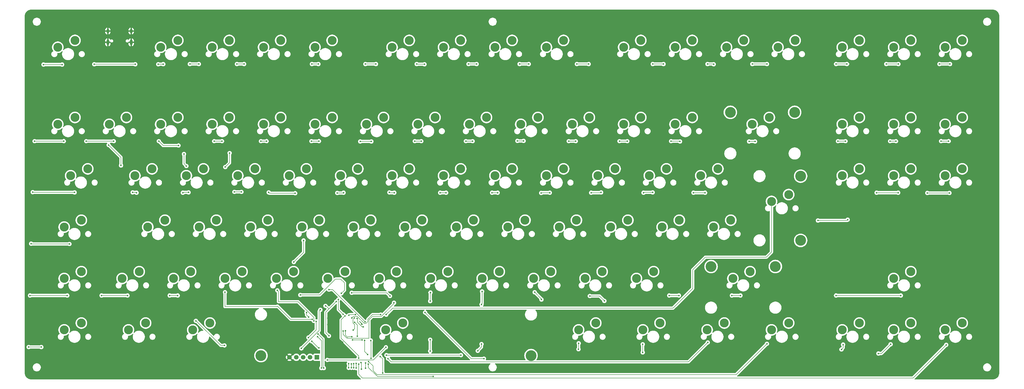
<source format=gbr>
%TF.GenerationSoftware,KiCad,Pcbnew,9.0.2*%
%TF.CreationDate,2025-07-01T21:42:38+02:00*%
%TF.ProjectId,TKL_PCB,544b4c5f-5043-4422-9e6b-696361645f70,rev?*%
%TF.SameCoordinates,Original*%
%TF.FileFunction,Copper,L1,Top*%
%TF.FilePolarity,Positive*%
%FSLAX46Y46*%
G04 Gerber Fmt 4.6, Leading zero omitted, Abs format (unit mm)*
G04 Created by KiCad (PCBNEW 9.0.2) date 2025-07-01 21:42:38*
%MOMM*%
%LPD*%
G01*
G04 APERTURE LIST*
%TA.AperFunction,ComponentPad*%
%ADD10C,4.000000*%
%TD*%
%TA.AperFunction,ComponentPad*%
%ADD11C,3.300000*%
%TD*%
%TA.AperFunction,HeatsinkPad*%
%ADD12O,1.000000X1.600000*%
%TD*%
%TA.AperFunction,HeatsinkPad*%
%ADD13O,1.000000X2.100000*%
%TD*%
%TA.AperFunction,ComponentPad*%
%ADD14R,1.700000X1.700000*%
%TD*%
%TA.AperFunction,ComponentPad*%
%ADD15C,1.700000*%
%TD*%
%TA.AperFunction,ViaPad*%
%ADD16C,0.600000*%
%TD*%
%TA.AperFunction,Conductor*%
%ADD17C,0.200000*%
%TD*%
G04 APERTURE END LIST*
D10*
%TO.P,S3,*%
%TO.N,*%
X268988750Y-48120000D03*
X292801250Y-48120000D03*
%TD*%
%TO.P,S2,*%
%TO.N,*%
X261845050Y-105270000D03*
X285657550Y-105270000D03*
%TD*%
%TO.P,S1,*%
%TO.N,*%
X195170050Y-138290000D03*
X95157550Y-138290000D03*
%TD*%
%TO.P,S4,*%
%TO.N,*%
X295023800Y-71773750D03*
X295023800Y-95586250D03*
%TD*%
D11*
%TO.P,MX72,1,1*%
%TO.N,12*%
X177072500Y-109715000D03*
%TO.P,MX72,2,2*%
%TO.N,Net-(D72-A)*%
X183422500Y-107175000D03*
%TD*%
%TO.P,MX53,1,1*%
%TO.N,Net-(U1-GPIO27_ADC1)*%
X72297500Y-90665000D03*
%TO.P,MX53,2,2*%
%TO.N,Net-(D53-A)*%
X78647500Y-88125000D03*
%TD*%
%TO.P,MX55,1,1*%
%TO.N,Net-(U1-GPIO25)*%
X110397500Y-90665000D03*
%TO.P,MX55,2,2*%
%TO.N,Net-(D55-A)*%
X116747500Y-88125000D03*
%TD*%
%TO.P,MX64,1,1*%
%TO.N,Net-(U1-GPIO29_ADC3)*%
X22291300Y-109715000D03*
%TO.P,MX64,2,2*%
%TO.N,Net-(D64-A)*%
X28641300Y-107175000D03*
%TD*%
%TO.P,MX54,1,1*%
%TO.N,Net-(U1-GPIO26_ADC0)*%
X91347500Y-90665000D03*
%TO.P,MX54,2,2*%
%TO.N,Net-(D54-A)*%
X97697500Y-88125000D03*
%TD*%
%TO.P,MX75,1,1*%
%TO.N,08*%
X234222500Y-109715000D03*
%TO.P,MX75,2,2*%
%TO.N,Net-(D75-A)*%
X240572500Y-107175000D03*
%TD*%
%TO.P,MX56,1,1*%
%TO.N,Net-(U1-GPIO24)*%
X129447500Y-90665000D03*
%TO.P,MX56,2,2*%
%TO.N,Net-(D56-A)*%
X135797500Y-88125000D03*
%TD*%
%TO.P,MX65,1,1*%
%TO.N,Net-(U1-GPIO28_ADC2)*%
X43722500Y-109715000D03*
%TO.P,MX65,2,2*%
%TO.N,Net-(D65-A)*%
X50072500Y-107175000D03*
%TD*%
%TO.P,MX73,1,1*%
%TO.N,11*%
X196122500Y-109715000D03*
%TO.P,MX73,2,2*%
%TO.N,Net-(D73-A)*%
X202472500Y-107175000D03*
%TD*%
%TO.P,MX44,1,1*%
%TO.N,09*%
X219935000Y-71615000D03*
%TO.P,MX44,2,2*%
%TO.N,Net-(D44-A)*%
X226285000Y-69075000D03*
%TD*%
%TO.P,MX32,1,1*%
%TO.N,04*%
X329472500Y-52565000D03*
%TO.P,MX32,2,2*%
%TO.N,Net-(D32-A)*%
X335822500Y-50025000D03*
%TD*%
%TO.P,MX8,1,1*%
%TO.N,13*%
X181835000Y-23990000D03*
%TO.P,MX8,2,2*%
%TO.N,Net-(D8-A)*%
X188185000Y-21450000D03*
%TD*%
%TO.P,MX15,1,1*%
%TO.N,04*%
X329472500Y-23990000D03*
%TO.P,MX15,2,2*%
%TO.N,Net-(D15-A)*%
X335822500Y-21450000D03*
%TD*%
%TO.P,MX17,1,1*%
%TO.N,Net-(U1-GPIO29_ADC3)*%
X19910000Y-52565000D03*
%TO.P,MX17,2,2*%
%TO.N,Net-(D17-A)*%
X26260000Y-50025000D03*
%TD*%
%TO.P,MX83,1,1*%
%TO.N,09*%
X236603800Y-128765000D03*
%TO.P,MX83,2,2*%
%TO.N,Net-(D83-A)*%
X242953800Y-126225000D03*
%TD*%
%TO.P,MX67,1,1*%
%TO.N,Net-(U1-GPIO26_ADC0)*%
X81822500Y-109715000D03*
%TO.P,MX67,2,2*%
%TO.N,Net-(D67-A)*%
X88172500Y-107175000D03*
%TD*%
%TO.P,MX87,1,1*%
%TO.N,04*%
X329472500Y-128765000D03*
%TO.P,MX87,2,2*%
%TO.N,Net-(D87-A)*%
X335822500Y-126225000D03*
%TD*%
%TO.P,MX82,1,1*%
%TO.N,11*%
X212791300Y-128765000D03*
%TO.P,MX82,2,2*%
%TO.N,Net-(D82-A)*%
X219141300Y-126225000D03*
%TD*%
%TO.P,MX26,1,1*%
%TO.N,11*%
X191360000Y-52565000D03*
%TO.P,MX26,2,2*%
%TO.N,Net-(D26-A)*%
X197710000Y-50025000D03*
%TD*%
%TO.P,MX37,1,1*%
%TO.N,Net-(U1-GPIO26_ADC0)*%
X86585000Y-71615000D03*
%TO.P,MX37,2,2*%
%TO.N,Net-(D37-A)*%
X92935000Y-69075000D03*
%TD*%
%TO.P,MX84,1,1*%
%TO.N,08*%
X260416300Y-128765000D03*
%TO.P,MX84,2,2*%
%TO.N,Net-(D84-A)*%
X266766300Y-126225000D03*
%TD*%
%TO.P,MX27,1,1*%
%TO.N,09*%
X210410000Y-52565000D03*
%TO.P,MX27,2,2*%
%TO.N,Net-(D27-A)*%
X216760000Y-50025000D03*
%TD*%
%TO.P,MX19,1,1*%
%TO.N,Net-(U1-GPIO27_ADC1)*%
X58010000Y-52565000D03*
%TO.P,MX19,2,2*%
%TO.N,Net-(D19-A)*%
X64360000Y-50025000D03*
%TD*%
%TO.P,MX22,1,1*%
%TO.N,Net-(U1-GPIO24)*%
X115160000Y-52565000D03*
%TO.P,MX22,2,2*%
%TO.N,Net-(D22-A)*%
X121510000Y-50025000D03*
%TD*%
%TO.P,MX63,1,1*%
%TO.N,07*%
X262797500Y-90665000D03*
%TO.P,MX63,2,2*%
%TO.N,Net-(D63-A)*%
X269147500Y-88125000D03*
%TD*%
%TO.P,MX57,1,1*%
%TO.N,14*%
X148497500Y-90665000D03*
%TO.P,MX57,2,2*%
%TO.N,Net-(D57-A)*%
X154847500Y-88125000D03*
%TD*%
%TO.P,MX71,1,1*%
%TO.N,13*%
X158022500Y-109715000D03*
%TO.P,MX71,2,2*%
%TO.N,Net-(D71-A)*%
X164372500Y-107175000D03*
%TD*%
%TO.P,MX24,1,1*%
%TO.N,13*%
X153260000Y-52565000D03*
%TO.P,MX24,2,2*%
%TO.N,Net-(D24-A)*%
X159610000Y-50025000D03*
%TD*%
%TO.P,MX20,1,1*%
%TO.N,Net-(U1-GPIO26_ADC0)*%
X77060000Y-52565000D03*
%TO.P,MX20,2,2*%
%TO.N,Net-(D20-A)*%
X83410000Y-50025000D03*
%TD*%
%TO.P,MX4,1,1*%
%TO.N,Net-(U1-GPIO26_ADC0)*%
X96110000Y-23990000D03*
%TO.P,MX4,2,2*%
%TO.N,Net-(D4-A)*%
X102460000Y-21450000D03*
%TD*%
%TO.P,MX2,1,1*%
%TO.N,Net-(U1-GPIO28_ADC2)*%
X58010000Y-23990000D03*
%TO.P,MX2,2,2*%
%TO.N,Net-(D2-A)*%
X64360000Y-21450000D03*
%TD*%
%TO.P,MX18,1,1*%
%TO.N,Net-(U1-GPIO28_ADC2)*%
X38960000Y-52565000D03*
%TO.P,MX18,2,2*%
%TO.N,Net-(D18-A)*%
X45310000Y-50025000D03*
%TD*%
%TO.P,MX61,1,1*%
%TO.N,09*%
X224697500Y-90665000D03*
%TO.P,MX61,2,2*%
%TO.N,Net-(D61-A)*%
X231047500Y-88125000D03*
%TD*%
%TO.P,MX3,1,1*%
%TO.N,Net-(U1-GPIO27_ADC1)*%
X77060000Y-23990000D03*
%TO.P,MX3,2,2*%
%TO.N,Net-(D3-A)*%
X83410000Y-21450000D03*
%TD*%
%TO.P,MX38,1,1*%
%TO.N,Net-(U1-GPIO25)*%
X105635000Y-71615000D03*
%TO.P,MX38,2,2*%
%TO.N,Net-(D38-A)*%
X111985000Y-69075000D03*
%TD*%
%TO.P,MX88,1,1*%
%TO.N,03*%
X348522500Y-128765000D03*
%TO.P,MX88,2,2*%
%TO.N,Net-(D88-A)*%
X354872500Y-126225000D03*
%TD*%
%TO.P,MX40,1,1*%
%TO.N,14*%
X143735000Y-71615000D03*
%TO.P,MX40,2,2*%
%TO.N,Net-(D40-A)*%
X150085000Y-69075000D03*
%TD*%
%TO.P,MX41,1,1*%
%TO.N,13*%
X162785000Y-71615000D03*
%TO.P,MX41,2,2*%
%TO.N,Net-(D41-A)*%
X169135000Y-69075000D03*
%TD*%
%TO.P,MX70,1,1*%
%TO.N,14*%
X138972500Y-109715000D03*
%TO.P,MX70,2,2*%
%TO.N,Net-(D70-A)*%
X145322500Y-107175000D03*
%TD*%
%TO.P,MX13,1,1*%
%TO.N,07*%
X286610000Y-23990000D03*
%TO.P,MX13,2,2*%
%TO.N,Net-(D13-A)*%
X292960000Y-21450000D03*
%TD*%
%TO.P,MX42,1,1*%
%TO.N,12*%
X181835000Y-71615000D03*
%TO.P,MX42,2,2*%
%TO.N,Net-(D42-A)*%
X188185000Y-69075000D03*
%TD*%
%TO.P,MX25,1,1*%
%TO.N,12*%
X172310000Y-52565000D03*
%TO.P,MX25,2,2*%
%TO.N,Net-(D25-A)*%
X178660000Y-50025000D03*
%TD*%
%TO.P,MX34,1,1*%
%TO.N,Net-(U1-GPIO29_ADC3)*%
X24672500Y-71615000D03*
%TO.P,MX34,2,2*%
%TO.N,Net-(D34-A)*%
X31022500Y-69075000D03*
%TD*%
%TO.P,MX23,1,1*%
%TO.N,14*%
X134210000Y-52565000D03*
%TO.P,MX23,2,2*%
%TO.N,Net-(D23-A)*%
X140560000Y-50025000D03*
%TD*%
D12*
%TO.P,J1,S1,SHIELD*%
%TO.N,GND*%
X38450000Y-18000000D03*
D13*
X38450000Y-22180000D03*
D12*
X47090000Y-18000000D03*
D13*
X47090000Y-22180000D03*
%TD*%
D11*
%TO.P,MX52,1,1*%
%TO.N,Net-(U1-GPIO28_ADC2)*%
X53247500Y-90665000D03*
%TO.P,MX52,2,2*%
%TO.N,Net-(D52-A)*%
X59597500Y-88125000D03*
%TD*%
%TO.P,MX74,1,1*%
%TO.N,09*%
X215172500Y-109715000D03*
%TO.P,MX74,2,2*%
%TO.N,Net-(D74-A)*%
X221522500Y-107175000D03*
%TD*%
%TO.P,MX35,1,1*%
%TO.N,Net-(U1-GPIO28_ADC2)*%
X48485000Y-71615000D03*
%TO.P,MX35,2,2*%
%TO.N,Net-(D35-A)*%
X54835000Y-69075000D03*
%TD*%
%TO.P,MX21,1,1*%
%TO.N,Net-(U1-GPIO25)*%
X96110000Y-52565000D03*
%TO.P,MX21,2,2*%
%TO.N,Net-(D21-A)*%
X102460000Y-50025000D03*
%TD*%
%TO.P,MX33,1,1*%
%TO.N,03*%
X348522500Y-52565000D03*
%TO.P,MX33,2,2*%
%TO.N,Net-(D33-A)*%
X354872500Y-50025000D03*
%TD*%
%TO.P,MX78,1,1*%
%TO.N,Net-(U1-GPIO29_ADC3)*%
X22291300Y-128765000D03*
%TO.P,MX78,2,2*%
%TO.N,Net-(D78-A)*%
X28641300Y-126225000D03*
%TD*%
%TO.P,MX62,1,1*%
%TO.N,08*%
X243747500Y-90665000D03*
%TO.P,MX62,2,2*%
%TO.N,Net-(D62-A)*%
X250097500Y-88125000D03*
%TD*%
%TO.P,MX47,1,1*%
%TO.N,06*%
X284228800Y-81140000D03*
%TO.P,MX47,2,2*%
%TO.N,Net-(D47-A)*%
X290578800Y-78600000D03*
%TD*%
%TO.P,MX45,1,1*%
%TO.N,08*%
X238985000Y-71615000D03*
%TO.P,MX45,2,2*%
%TO.N,Net-(D45-A)*%
X245335000Y-69075000D03*
%TD*%
%TO.P,MX51,1,1*%
%TO.N,Net-(U1-GPIO29_ADC3)*%
X22285000Y-90665000D03*
%TO.P,MX51,2,2*%
%TO.N,Net-(D51-A)*%
X28635000Y-88125000D03*
%TD*%
%TO.P,MX50,1,1*%
%TO.N,03*%
X348522500Y-71615000D03*
%TO.P,MX50,2,2*%
%TO.N,Net-(D50-A)*%
X354872500Y-69075000D03*
%TD*%
%TO.P,MX68,1,1*%
%TO.N,Net-(U1-GPIO25)*%
X100872500Y-109715000D03*
%TO.P,MX68,2,2*%
%TO.N,Net-(D68-A)*%
X107222500Y-107175000D03*
%TD*%
%TO.P,MX46,1,1*%
%TO.N,07*%
X258035000Y-71615000D03*
%TO.P,MX46,2,2*%
%TO.N,Net-(D46-A)*%
X264385000Y-69075000D03*
%TD*%
%TO.P,MX7,1,1*%
%TO.N,14*%
X162785000Y-23990000D03*
%TO.P,MX7,2,2*%
%TO.N,Net-(D7-A)*%
X169135000Y-21450000D03*
%TD*%
%TO.P,MX49,1,1*%
%TO.N,04*%
X329472500Y-71615000D03*
%TO.P,MX49,2,2*%
%TO.N,Net-(D49-A)*%
X335822500Y-69075000D03*
%TD*%
%TO.P,MX60,1,1*%
%TO.N,11*%
X205647500Y-90665000D03*
%TO.P,MX60,2,2*%
%TO.N,Net-(D60-A)*%
X211997500Y-88125000D03*
%TD*%
%TO.P,MX77,1,1*%
%TO.N,04*%
X329472500Y-109715000D03*
%TO.P,MX77,2,2*%
%TO.N,Net-(D77-A)*%
X335822500Y-107175000D03*
%TD*%
%TO.P,MX30,1,1*%
%TO.N,06*%
X277085000Y-52565000D03*
%TO.P,MX30,2,2*%
%TO.N,Net-(D30-A)*%
X283435000Y-50025000D03*
%TD*%
%TO.P,MX48,1,1*%
%TO.N,05*%
X310422500Y-71615000D03*
%TO.P,MX48,2,2*%
%TO.N,Net-(D48-A)*%
X316772500Y-69075000D03*
%TD*%
%TO.P,MX76,1,1*%
%TO.N,07*%
X269941300Y-109715000D03*
%TO.P,MX76,2,2*%
%TO.N,Net-(D76-A)*%
X276291300Y-107175000D03*
%TD*%
%TO.P,MX9,1,1*%
%TO.N,12*%
X200885000Y-23990000D03*
%TO.P,MX9,2,2*%
%TO.N,Net-(D9-A)*%
X207235000Y-21450000D03*
%TD*%
%TO.P,MX79,1,1*%
%TO.N,Net-(U1-GPIO28_ADC2)*%
X46103800Y-128765000D03*
%TO.P,MX79,2,2*%
%TO.N,Net-(D79-A)*%
X52453800Y-126225000D03*
%TD*%
%TO.P,MX85,1,1*%
%TO.N,07*%
X284228800Y-128765000D03*
%TO.P,MX85,2,2*%
%TO.N,Net-(D85-A)*%
X290578800Y-126225000D03*
%TD*%
%TO.P,MX16,1,1*%
%TO.N,03*%
X348522500Y-23990000D03*
%TO.P,MX16,2,2*%
%TO.N,Net-(D16-A)*%
X354872500Y-21450000D03*
%TD*%
%TO.P,MX1,1,1*%
%TO.N,Net-(U1-GPIO29_ADC3)*%
X19910000Y-23990000D03*
%TO.P,MX1,2,2*%
%TO.N,Net-(D1-A)*%
X26260000Y-21450000D03*
%TD*%
%TO.P,MX86,1,1*%
%TO.N,05*%
X310422500Y-128765000D03*
%TO.P,MX86,2,2*%
%TO.N,Net-(D86-A)*%
X316772500Y-126225000D03*
%TD*%
%TO.P,MX69,1,1*%
%TO.N,Net-(U1-GPIO24)*%
X119922500Y-109715000D03*
%TO.P,MX69,2,2*%
%TO.N,Net-(D69-A)*%
X126272500Y-107175000D03*
%TD*%
%TO.P,MX43,1,1*%
%TO.N,11*%
X200885000Y-71615000D03*
%TO.P,MX43,2,2*%
%TO.N,Net-(D43-A)*%
X207235000Y-69075000D03*
%TD*%
%TO.P,MX59,1,1*%
%TO.N,12*%
X186597500Y-90665000D03*
%TO.P,MX59,2,2*%
%TO.N,Net-(D59-A)*%
X192947500Y-88125000D03*
%TD*%
%TO.P,MX66,1,1*%
%TO.N,Net-(U1-GPIO27_ADC1)*%
X62772500Y-109715000D03*
%TO.P,MX66,2,2*%
%TO.N,Net-(D66-A)*%
X69122500Y-107175000D03*
%TD*%
%TO.P,MX81,1,1*%
%TO.N,Net-(U1-GPIO24)*%
X141353800Y-128765000D03*
%TO.P,MX81,2,2*%
%TO.N,Net-(D81-A)*%
X147703800Y-126225000D03*
%TD*%
%TO.P,MX36,1,1*%
%TO.N,Net-(U1-GPIO27_ADC1)*%
X67535000Y-71615000D03*
%TO.P,MX36,2,2*%
%TO.N,Net-(D36-A)*%
X73885000Y-69075000D03*
%TD*%
%TO.P,MX29,1,1*%
%TO.N,07*%
X248510000Y-52565000D03*
%TO.P,MX29,2,2*%
%TO.N,Net-(D29-A)*%
X254860000Y-50025000D03*
%TD*%
%TO.P,MX5,1,1*%
%TO.N,Net-(U1-GPIO25)*%
X115160000Y-23990000D03*
%TO.P,MX5,2,2*%
%TO.N,Net-(D5-A)*%
X121510000Y-21450000D03*
%TD*%
%TO.P,MX28,1,1*%
%TO.N,08*%
X229460000Y-52565000D03*
%TO.P,MX28,2,2*%
%TO.N,Net-(D28-A)*%
X235810000Y-50025000D03*
%TD*%
%TO.P,MX80,1,1*%
%TO.N,Net-(U1-GPIO27_ADC1)*%
X69916300Y-128765000D03*
%TO.P,MX80,2,2*%
%TO.N,Net-(D80-A)*%
X76266300Y-126225000D03*
%TD*%
%TO.P,MX11,1,1*%
%TO.N,09*%
X248510000Y-23990000D03*
%TO.P,MX11,2,2*%
%TO.N,Net-(D11-A)*%
X254860000Y-21450000D03*
%TD*%
%TO.P,MX39,1,1*%
%TO.N,Net-(U1-GPIO24)*%
X124685000Y-71615000D03*
%TO.P,MX39,2,2*%
%TO.N,Net-(D39-A)*%
X131035000Y-69075000D03*
%TD*%
%TO.P,MX31,1,1*%
%TO.N,05*%
X310422500Y-52565000D03*
%TO.P,MX31,2,2*%
%TO.N,Net-(D31-A)*%
X316772500Y-50025000D03*
%TD*%
D14*
%TO.P,J3,1,Pin_1*%
%TO.N,SWC*%
X115887500Y-138906250D03*
D15*
%TO.P,J3,2,Pin_2*%
%TO.N,SWD*%
X113347500Y-138906250D03*
%TO.P,J3,3,Pin_3*%
%TO.N,RESET*%
X110807501Y-138906250D03*
%TO.P,J3,4,Pin_4*%
%TO.N,+3V3*%
X108267500Y-138906250D03*
%TO.P,J3,5,Pin_5*%
%TO.N,GND*%
X105727500Y-138906250D03*
%TD*%
D11*
%TO.P,MX58,1,1*%
%TO.N,13*%
X167547500Y-90665000D03*
%TO.P,MX58,2,2*%
%TO.N,Net-(D58-A)*%
X173897500Y-88125000D03*
%TD*%
%TO.P,MX14,1,1*%
%TO.N,05*%
X310422500Y-23990000D03*
%TO.P,MX14,2,2*%
%TO.N,Net-(D14-A)*%
X316772500Y-21450000D03*
%TD*%
%TO.P,MX10,1,1*%
%TO.N,11*%
X229460000Y-23990000D03*
%TO.P,MX10,2,2*%
%TO.N,Net-(D10-A)*%
X235810000Y-21450000D03*
%TD*%
%TO.P,MX6,1,1*%
%TO.N,Net-(U1-GPIO24)*%
X143735000Y-23990000D03*
%TO.P,MX6,2,2*%
%TO.N,Net-(D6-A)*%
X150085000Y-21450000D03*
%TD*%
%TO.P,MX12,1,1*%
%TO.N,08*%
X267560000Y-23990000D03*
%TO.P,MX12,2,2*%
%TO.N,Net-(D12-A)*%
X273910000Y-21450000D03*
%TD*%
D16*
%TO.N,GND*%
X103981250Y-129381250D03*
X119934646Y-126806794D03*
X124618750Y-118268750D03*
X111334646Y-118006794D03*
X114300000Y-121443750D03*
X113984471Y-126586254D03*
X122334646Y-126806794D03*
X128587500Y-122237500D03*
X121443750Y-115887500D03*
X138934646Y-119606794D03*
X45601801Y-27922557D03*
X103099739Y-96837500D03*
X123003722Y-132583502D03*
X40481250Y-27922557D03*
X124618750Y-138906250D03*
X121134646Y-125606794D03*
X119856250Y-134143750D03*
X132471056Y-126627373D03*
X117340954Y-118266106D03*
X119934646Y-124406794D03*
X123031250Y-138906250D03*
X125439890Y-133322610D03*
X122334646Y-124406794D03*
X107950000Y-98425000D03*
%TO.N,+3V3*%
X117155261Y-121304376D03*
X125599646Y-123006794D03*
X123825000Y-117475000D03*
X110134646Y-135606794D03*
%TO.N,+1V1*%
X120334646Y-130968750D03*
X123031250Y-118268750D03*
X119062500Y-119856250D03*
%TO.N,Net-(D1-K)*%
X116134646Y-131306794D03*
X117534646Y-142906794D03*
X190934646Y-30206794D03*
X116434646Y-30206794D03*
X346434646Y-30206794D03*
X133834646Y-30206794D03*
X350334646Y-30206794D03*
X260534646Y-30206794D03*
X155734646Y-30306794D03*
X137734646Y-30206794D03*
X312134646Y-30206794D03*
X308134646Y-30206794D03*
X68834646Y-30206794D03*
X152834646Y-30206794D03*
X212134646Y-30206794D03*
X57134646Y-30306794D03*
X58984646Y-30256794D03*
X277134646Y-30206794D03*
X282534646Y-30206794D03*
X86234646Y-30206794D03*
X114034646Y-30206794D03*
X194334646Y-30206794D03*
X48634646Y-30306794D03*
X175034646Y-30206794D03*
X244234646Y-30206794D03*
X21534646Y-30406794D03*
X326734646Y-30206794D03*
X88934646Y-30206794D03*
X262834646Y-30306794D03*
X14634646Y-30406794D03*
X240234646Y-30206794D03*
X216534646Y-30206794D03*
X72134646Y-30206794D03*
X172034646Y-30206794D03*
X331234646Y-30206794D03*
X33434646Y-30306794D03*
%TO.N,Net-(D17-K)*%
X349834646Y-58800000D03*
X154534646Y-58806794D03*
X40634646Y-58806794D03*
X275934646Y-58906794D03*
X347034646Y-58800000D03*
X116308911Y-130281059D03*
X80734646Y-58806794D03*
X247034646Y-58806794D03*
X308834646Y-58806794D03*
X330334646Y-58806794D03*
X211734646Y-58806794D03*
X278134646Y-58906794D03*
X95134646Y-58806794D03*
X57334646Y-58806794D03*
X152134646Y-58806794D03*
X97241440Y-58800000D03*
X30434646Y-58806794D03*
X190134646Y-58706794D03*
X192434646Y-58706794D03*
X136034646Y-58906794D03*
X230834646Y-58806794D03*
X64634646Y-60406794D03*
X118434646Y-142906794D03*
X328134646Y-58806794D03*
X22141440Y-58800000D03*
X227934646Y-58806794D03*
X116634646Y-58800000D03*
X113834646Y-58806794D03*
X11334646Y-58806794D03*
X209134646Y-58806794D03*
X77834646Y-58806794D03*
X131934646Y-58906794D03*
X171034646Y-58806794D03*
X311634646Y-58806794D03*
X173534646Y-58806794D03*
X250334646Y-58906794D03*
%TO.N,Net-(D34-K)*%
X255334646Y-77906794D03*
X66234646Y-77906794D03*
X259634646Y-77906794D03*
X85334646Y-77606794D03*
X236834646Y-77906794D03*
X341934646Y-78006794D03*
X26134646Y-77806794D03*
X163734646Y-77906794D03*
X350134646Y-78006794D03*
X142734646Y-77806794D03*
X240234646Y-77806794D03*
X217434646Y-77906794D03*
X10634646Y-77706794D03*
X301434646Y-88206794D03*
X323134646Y-77906794D03*
X161534646Y-77906794D03*
X182834646Y-77906794D03*
X98034646Y-77806794D03*
X331134646Y-77906794D03*
X68334646Y-77806794D03*
X125734646Y-77906794D03*
X144534646Y-77906794D03*
X107834646Y-78106794D03*
X180734646Y-77906794D03*
X198934646Y-78006794D03*
X49085000Y-77906794D03*
X47634646Y-77806794D03*
X127634646Y-141306794D03*
X312434646Y-87906794D03*
X123434646Y-78006794D03*
X221134646Y-77806794D03*
X87934646Y-77606794D03*
X127634646Y-142806794D03*
X202134646Y-77906794D03*
%TO.N,Net-(D51-K)*%
X128634646Y-142806794D03*
X24234646Y-96906794D03*
X128649142Y-141315492D03*
X10034646Y-96806794D03*
%TO.N,Net-(D64-K)*%
X64334646Y-116006794D03*
X9634646Y-116006794D03*
X269534646Y-116006794D03*
X216934646Y-116206794D03*
X222334646Y-118006794D03*
X109734646Y-115806794D03*
X129534646Y-141306794D03*
X129534646Y-142806794D03*
X142934646Y-116206794D03*
X249934646Y-116006794D03*
X36134646Y-116006794D03*
X45734646Y-116006794D03*
X61334646Y-116006794D03*
X272734646Y-116006794D03*
X332134646Y-116006794D03*
X23434646Y-116006794D03*
X246334646Y-116006794D03*
X308134646Y-116006794D03*
X124934646Y-115206794D03*
X128734646Y-115006794D03*
%TO.N,Net-(D78-K)*%
X130434646Y-142906794D03*
X13834646Y-135106794D03*
X9134646Y-135106794D03*
X130434646Y-141206794D03*
%TO.N,Net-(U1-GPIO28_ADC2)*%
X112034646Y-122306794D03*
X112834646Y-124032250D03*
X38734646Y-60206794D03*
X43334646Y-67806794D03*
%TO.N,Net-(U1-GPIO27_ADC1)*%
X66657470Y-63583970D03*
X81634646Y-134506794D03*
X67534646Y-68006794D03*
X71034646Y-125406794D03*
%TO.N,Net-(U1-GPIO26_ADC0)*%
X83534646Y-63206794D03*
X114164191Y-124836339D03*
X81934646Y-68406794D03*
X81834646Y-114806794D03*
%TO.N,Net-(U1-GPIO25)*%
X101234646Y-114106794D03*
X107334646Y-103606794D03*
X110934646Y-95606794D03*
X114729878Y-125402026D03*
%TO.N,Net-(U1-GPIO24)*%
X119734646Y-139906794D03*
X133734646Y-125806794D03*
X115634646Y-125606794D03*
X114034646Y-133006794D03*
X112734646Y-131606794D03*
X116634646Y-135406794D03*
X120334646Y-113806794D03*
X141434646Y-135206794D03*
%TO.N,14*%
X125610381Y-129131059D03*
X144434646Y-118706794D03*
%TO.N,13*%
X133934646Y-143006794D03*
X157834646Y-136606794D03*
X133934646Y-141006794D03*
X157834646Y-132406794D03*
X157834646Y-118106794D03*
X157934646Y-114906794D03*
X128834646Y-131306794D03*
X126434646Y-129106794D03*
%TO.N,12*%
X139334646Y-138606794D03*
X176834646Y-134006794D03*
X175434646Y-136506794D03*
X176834646Y-119306794D03*
X177034646Y-114506794D03*
X140234646Y-144706794D03*
%TO.N,11*%
X199034646Y-117506794D03*
X212834646Y-133706794D03*
X212734646Y-135906794D03*
X169234646Y-138106794D03*
X141634646Y-138106794D03*
X196534646Y-114806794D03*
%TO.N,09*%
X129864355Y-125953961D03*
X129034646Y-132506794D03*
X132334646Y-143306794D03*
X130834646Y-131106794D03*
X132234646Y-140806794D03*
X236534646Y-137106794D03*
X236534646Y-134106794D03*
X132634646Y-132506794D03*
%TO.N,08*%
X260634646Y-133406794D03*
X142234646Y-139406794D03*
%TO.N,07*%
X129734646Y-124306794D03*
X129334646Y-128806794D03*
X133534646Y-132606794D03*
X134634646Y-137906794D03*
X282534646Y-133906794D03*
X135034646Y-140506794D03*
%TO.N,05*%
X177734646Y-139406794D03*
X310134646Y-136006794D03*
X155934646Y-122306794D03*
X310734646Y-134206794D03*
%TO.N,04*%
X133034646Y-127606794D03*
X158934646Y-146006794D03*
X135934646Y-139306794D03*
X323834646Y-137506794D03*
X135834646Y-132706794D03*
X130134646Y-123105794D03*
X328334646Y-134106794D03*
X127750190Y-123364566D03*
X130734646Y-124506794D03*
X134934646Y-141406794D03*
%TO.N,03*%
X348934646Y-134306794D03*
X131334646Y-141406794D03*
X126234646Y-123606794D03*
X131334646Y-139206794D03*
%TO.N,06*%
X128834646Y-124306794D03*
X139510381Y-123082529D03*
X141534646Y-123106794D03*
%TD*%
D17*
%TO.N,GND*%
X123031250Y-138906250D02*
X121443750Y-138906250D01*
X123003722Y-132583502D02*
X123757662Y-132583502D01*
X107950000Y-98425000D02*
X106362500Y-96837500D01*
X123003722Y-132583502D02*
X122511630Y-132583502D01*
X40481250Y-27922557D02*
X40481250Y-27781250D01*
X121443750Y-138906250D02*
X119856250Y-137318750D01*
X106362500Y-96837500D02*
X103099739Y-96837500D01*
X38450000Y-25750000D02*
X38450000Y-22180000D01*
X124700920Y-132583640D02*
X125439890Y-133322610D01*
X47090000Y-26434358D02*
X47090000Y-22180000D01*
X122511630Y-132583502D02*
X122511492Y-132583640D01*
X124618750Y-138906250D02*
X125412500Y-138906250D01*
X40481250Y-27922557D02*
X45601801Y-27922557D01*
X127000000Y-137318750D02*
X127000000Y-135731250D01*
X125439890Y-134171140D02*
X127000000Y-135731250D01*
X123757662Y-132583502D02*
X123757800Y-132583640D01*
X125439890Y-133322610D02*
X125439890Y-134171140D01*
X45601801Y-27922557D02*
X47090000Y-26434358D01*
X124618750Y-138906250D02*
X123031250Y-138906250D01*
X121416360Y-132583640D02*
X119856250Y-134143750D01*
X122511492Y-132583640D02*
X121416360Y-132583640D01*
X40481250Y-27781250D02*
X38450000Y-25750000D01*
X119856250Y-137318750D02*
X119856250Y-134143750D01*
X125412500Y-138906250D02*
X127000000Y-137318750D01*
X123757800Y-132583640D02*
X124700920Y-132583640D01*
%TO.N,+3V3*%
X116734646Y-129006794D02*
X116734646Y-121724991D01*
X123825000Y-117475000D02*
X123825000Y-121232148D01*
X116734646Y-121724991D02*
X117155261Y-121304376D01*
X110134646Y-135606794D02*
X116734646Y-129006794D01*
X123825000Y-121232148D02*
X125599646Y-123006794D01*
%TO.N,+1V1*%
X119134646Y-129768750D02*
X119134646Y-122165354D01*
X119062500Y-119856250D02*
X119225542Y-119856250D01*
X119134646Y-122165354D02*
X120334646Y-120965354D01*
X120334646Y-120965354D02*
X123031250Y-118268750D01*
X119225542Y-119856250D02*
X120334646Y-120965354D01*
X120334646Y-130968750D02*
X119134646Y-129768750D01*
%TO.N,Net-(D1-K)*%
X243834646Y-30206794D02*
X244234646Y-30206794D01*
X68834646Y-30206794D02*
X72134646Y-30206794D01*
X262734646Y-30206794D02*
X262834646Y-30306794D01*
X57134646Y-30306794D02*
X58934646Y-30306794D01*
X308134646Y-30206794D02*
X312434646Y-30206794D01*
X346434646Y-30206794D02*
X350334646Y-30206794D01*
X190934646Y-30206794D02*
X194334646Y-30206794D01*
X59034646Y-30206794D02*
X58934646Y-30306794D01*
X240234646Y-30206794D02*
X243834646Y-30206794D01*
X260534646Y-30206794D02*
X262734646Y-30206794D01*
X152834646Y-30206794D02*
X152934646Y-30306794D01*
X326734646Y-30206794D02*
X331234646Y-30206794D01*
X58934646Y-30306794D02*
X58984646Y-30256794D01*
X152934646Y-30306794D02*
X155734646Y-30306794D01*
X116134646Y-131306794D02*
X117634646Y-132806794D01*
X277134646Y-30206794D02*
X282534646Y-30206794D01*
X117634646Y-142906794D02*
X117534646Y-142906794D01*
X133834646Y-30206794D02*
X137734646Y-30206794D01*
X117634646Y-132806794D02*
X117634646Y-142906794D01*
X212134646Y-30206794D02*
X216534646Y-30206794D01*
X14634646Y-30406794D02*
X21534646Y-30406794D01*
X172034646Y-30206794D02*
X175034646Y-30206794D01*
X114034646Y-30206794D02*
X116434646Y-30206794D01*
X33434646Y-30306794D02*
X48634646Y-30306794D01*
X86234646Y-30206794D02*
X88934646Y-30206794D01*
X312434646Y-30206794D02*
X312134646Y-30206794D01*
%TO.N,Net-(D17-K)*%
X116308911Y-130281059D02*
X118134646Y-132106794D01*
X250234646Y-58806794D02*
X247034646Y-58806794D01*
X22134646Y-58806794D02*
X22141440Y-58800000D01*
X154534646Y-58806794D02*
X152134646Y-58806794D01*
X192434646Y-58706794D02*
X190134646Y-58706794D01*
X11334646Y-58806794D02*
X22134646Y-58806794D01*
X250334646Y-58906794D02*
X250234646Y-58806794D01*
X346941440Y-58800000D02*
X346934646Y-58806794D01*
X30434646Y-58806794D02*
X40634646Y-58806794D01*
X58934646Y-60406794D02*
X57334646Y-58806794D01*
X80734646Y-58806794D02*
X77834646Y-58806794D01*
X230834646Y-58806794D02*
X227934646Y-58806794D01*
X64634646Y-60406794D02*
X58934646Y-60406794D01*
X209134646Y-58806794D02*
X208934646Y-58806794D01*
X278134646Y-58906794D02*
X275934646Y-58906794D01*
X116634646Y-58800000D02*
X113841440Y-58800000D01*
X118134646Y-132106794D02*
X118134646Y-142906794D01*
X113841440Y-58800000D02*
X113834646Y-58806794D01*
X118134646Y-142906794D02*
X118434646Y-142906794D01*
X346941440Y-58800000D02*
X347034646Y-58800000D01*
X136034646Y-58906794D02*
X132334646Y-58906794D01*
X311634646Y-58806794D02*
X308834646Y-58806794D01*
X330334646Y-58806794D02*
X328134646Y-58806794D01*
X95141440Y-58800000D02*
X95134646Y-58806794D01*
X349834646Y-58800000D02*
X347034646Y-58800000D01*
X97241440Y-58800000D02*
X95141440Y-58800000D01*
X132334646Y-58906794D02*
X131934646Y-58906794D01*
X211734646Y-58806794D02*
X209134646Y-58806794D01*
X173534646Y-58806794D02*
X171034646Y-58806794D01*
X328034646Y-58906794D02*
X328134646Y-58806794D01*
%TO.N,Net-(D34-K)*%
X240234646Y-77806794D02*
X236934646Y-77806794D01*
X48985000Y-77806794D02*
X47634646Y-77806794D01*
X331134646Y-77906794D02*
X323134646Y-77906794D01*
X66334646Y-77806794D02*
X66234646Y-77906794D01*
X350134646Y-78006794D02*
X341934646Y-78006794D01*
X125634646Y-78006794D02*
X123734646Y-78006794D01*
X68334646Y-77806794D02*
X66534646Y-77806794D01*
X10734646Y-77806794D02*
X26134646Y-77806794D01*
X123734646Y-78006794D02*
X123434646Y-78006794D01*
X182834646Y-77906794D02*
X180734646Y-77906794D01*
X199034646Y-77906794D02*
X198934646Y-78006794D01*
X66534646Y-77806794D02*
X66334646Y-77806794D01*
X142834646Y-77906794D02*
X142734646Y-77806794D01*
X259634646Y-77906794D02*
X255334646Y-77906794D01*
X47634646Y-77806794D02*
X47534646Y-77806794D01*
X49085000Y-77906794D02*
X48985000Y-77806794D01*
X144534646Y-77906794D02*
X142834646Y-77906794D01*
X127634646Y-141306794D02*
X127634646Y-142806794D01*
X10634646Y-77706794D02*
X10734646Y-77806794D01*
X236934646Y-77806794D02*
X236834646Y-77906794D01*
X301434646Y-88206794D02*
X301434646Y-88106794D01*
X107834646Y-78106794D02*
X98334646Y-78106794D01*
X98334646Y-78106794D02*
X98034646Y-77806794D01*
X312134646Y-88206794D02*
X301434646Y-88206794D01*
X98034646Y-77806794D02*
X97991440Y-77850000D01*
X221134646Y-77806794D02*
X221034646Y-77906794D01*
X163734646Y-77906794D02*
X161534646Y-77906794D01*
X221034646Y-77906794D02*
X218134646Y-77906794D01*
X125734646Y-77906794D02*
X125634646Y-78006794D01*
X87934646Y-77606794D02*
X85334646Y-77606794D01*
X312434646Y-87906794D02*
X312134646Y-88206794D01*
X218134646Y-77906794D02*
X217434646Y-77906794D01*
X202134646Y-77906794D02*
X199034646Y-77906794D01*
%TO.N,Net-(D51-K)*%
X10134646Y-96906794D02*
X24234646Y-96906794D01*
X128649142Y-141315492D02*
X128649142Y-142792298D01*
X128649142Y-142792298D02*
X128634646Y-142806794D01*
X10034646Y-96806794D02*
X10134646Y-96906794D01*
%TO.N,Net-(D64-K)*%
X308134646Y-116006794D02*
X332134646Y-116006794D01*
X36134646Y-116006794D02*
X45734646Y-116006794D01*
X124703789Y-109910100D02*
X126077400Y-111283711D01*
X126077400Y-114064040D02*
X124934646Y-115206794D01*
X220534646Y-116206794D02*
X222334646Y-118006794D01*
X222334646Y-118006794D02*
X222234646Y-117906794D01*
X128734646Y-115006794D02*
X141734646Y-115006794D01*
X61334646Y-116006794D02*
X64334646Y-116006794D01*
X246334646Y-116006794D02*
X249934646Y-116006794D01*
X116864517Y-115806794D02*
X122761211Y-109910100D01*
X109734646Y-115806794D02*
X116864517Y-115806794D01*
X122761211Y-109910100D02*
X124703789Y-109910100D01*
X9634646Y-116006794D02*
X23434646Y-116006794D01*
X269534646Y-116006794D02*
X272734646Y-116006794D01*
X129534646Y-141306794D02*
X129534646Y-142806794D01*
X141734646Y-115006794D02*
X142934646Y-116206794D01*
X126077400Y-111283711D02*
X126077400Y-114064040D01*
X216934646Y-116206794D02*
X220534646Y-116206794D01*
%TO.N,Net-(D78-K)*%
X130434646Y-141206794D02*
X130434646Y-142906794D01*
X9134646Y-135106794D02*
X13834646Y-135106794D01*
%TO.N,Net-(U1-GPIO28_ADC2)*%
X112034646Y-123232250D02*
X112034646Y-122306794D01*
X43334646Y-67806794D02*
X43334646Y-64806794D01*
X112834646Y-124032250D02*
X112034646Y-123232250D01*
X43334646Y-64806794D02*
X38734646Y-60206794D01*
%TO.N,Net-(U1-GPIO27_ADC1)*%
X71174268Y-125406794D02*
X71034646Y-125406794D01*
X80274268Y-134506794D02*
X71174268Y-125406794D01*
X66657470Y-63583970D02*
X66657470Y-67129618D01*
X81634646Y-134506794D02*
X80274268Y-134506794D01*
X66657470Y-67129618D02*
X67534646Y-68006794D01*
%TO.N,Net-(U1-GPIO26_ADC0)*%
X114164191Y-124836339D02*
X106164191Y-124836339D01*
X101234646Y-119906794D02*
X101034646Y-120106794D01*
X106164191Y-124836339D02*
X101234646Y-119906794D01*
X83534646Y-63206794D02*
X83534646Y-66806794D01*
X83534646Y-66806794D02*
X81934646Y-68406794D01*
X101034646Y-120106794D02*
X81834646Y-120106794D01*
X81834646Y-120106794D02*
X81834646Y-114806794D01*
%TO.N,Net-(U1-GPIO25)*%
X114765191Y-124187396D02*
X108884589Y-118306794D01*
X110934646Y-100006794D02*
X107334646Y-103606794D01*
X110934646Y-95606794D02*
X110934646Y-100006794D01*
X108884589Y-118306794D02*
X101634646Y-118306794D01*
X114765191Y-125366713D02*
X114765191Y-124187396D01*
X101634646Y-114506794D02*
X101234646Y-114106794D01*
X101634646Y-118306794D02*
X101634646Y-114506794D01*
X114729878Y-125402026D02*
X114765191Y-125366713D01*
%TO.N,Net-(U1-GPIO24)*%
X119734646Y-139906794D02*
X136734646Y-139906794D01*
X121734646Y-113806794D02*
X120334646Y-113806794D01*
X136734646Y-139906794D02*
X141434646Y-135206794D01*
X116434646Y-135406794D02*
X116634646Y-135406794D01*
X133734646Y-125806794D02*
X121734646Y-113806794D01*
X115634646Y-125606794D02*
X115634646Y-128706794D01*
X114034646Y-133006794D02*
X116434646Y-135406794D01*
X115634646Y-128706794D02*
X112734646Y-131606794D01*
%TO.N,14*%
X139734646Y-123706794D02*
X136434646Y-123706794D01*
X136434646Y-123706794D02*
X135134646Y-125006794D01*
X127060397Y-131906794D02*
X125610381Y-130456778D01*
X135134646Y-125006794D02*
X135134646Y-131906794D01*
X144434646Y-118706794D02*
X144434646Y-119006794D01*
X144434646Y-119006794D02*
X139734646Y-123706794D01*
X135134646Y-131906794D02*
X127060397Y-131906794D01*
X125610381Y-130456778D02*
X125610381Y-129131059D01*
%TO.N,13*%
X133934646Y-141006794D02*
X133934646Y-143006794D01*
X157834646Y-136606794D02*
X157834646Y-132406794D01*
X126434646Y-129106794D02*
X126434646Y-130713943D01*
X127433646Y-131306794D02*
X128834646Y-131306794D01*
X127226497Y-131505794D02*
X127234646Y-131505794D01*
X126434646Y-130713943D02*
X127226497Y-131505794D01*
X127234646Y-131505794D02*
X127433646Y-131306794D01*
X157834646Y-115006794D02*
X157934646Y-114906794D01*
X157834646Y-118106794D02*
X157834646Y-115006794D01*
%TO.N,12*%
X176834646Y-135106794D02*
X175434646Y-136506794D01*
X177034646Y-119006794D02*
X176934646Y-119106794D01*
X176834646Y-134006794D02*
X176834646Y-135106794D01*
X176934646Y-119206794D02*
X176834646Y-119306794D01*
X177034646Y-114506794D02*
X177034646Y-119006794D01*
X140234646Y-144706794D02*
X140234646Y-139506794D01*
X176934646Y-119106794D02*
X176934646Y-119206794D01*
X140234646Y-139506794D02*
X139334646Y-138606794D01*
%TO.N,11*%
X196534646Y-114806794D02*
X199034646Y-117306794D01*
X199034646Y-117306794D02*
X199034646Y-117506794D01*
X141634646Y-138106794D02*
X169234646Y-138106794D01*
X212734646Y-135906794D02*
X212834646Y-135806794D01*
X212834646Y-135806794D02*
X212834646Y-133706794D01*
%TO.N,09*%
X129034646Y-132506794D02*
X132634646Y-132506794D01*
X132734646Y-132555324D02*
X132686116Y-132506794D01*
X130834646Y-131106794D02*
X130834646Y-126924252D01*
X130834646Y-126924252D02*
X129864355Y-125953961D01*
X236534646Y-134106794D02*
X236534646Y-137106794D01*
X132334646Y-140906794D02*
X132234646Y-140806794D01*
X132734646Y-132606794D02*
X132734646Y-132555324D01*
X132686116Y-132506794D02*
X132634646Y-132506794D01*
X132334646Y-143306794D02*
X132334646Y-140906794D01*
%TO.N,08*%
X142234646Y-139406794D02*
X143418852Y-140591000D01*
X143418852Y-140591000D02*
X253450440Y-140591000D01*
X253450440Y-140591000D02*
X260634646Y-133406794D01*
%TO.N,07*%
X136684646Y-143856794D02*
X136684646Y-142156794D01*
X136684646Y-142156794D02*
X135034646Y-140506794D01*
X129835646Y-126775195D02*
X129263355Y-126202904D01*
X134634646Y-137906794D02*
X133534646Y-136806794D01*
X133534646Y-132906794D02*
X133534646Y-132606794D01*
X271133646Y-145307794D02*
X138135646Y-145307794D01*
X133534646Y-136806794D02*
X133534646Y-132906794D01*
X138135646Y-145307794D02*
X136684646Y-143856794D01*
X282534646Y-133906794D02*
X271133646Y-145307794D01*
X129334646Y-128806794D02*
X129835646Y-128305794D01*
X129263355Y-126202904D02*
X129263355Y-124778085D01*
X129263355Y-124778085D02*
X129734646Y-124306794D01*
X129835646Y-128305794D02*
X129835646Y-126775195D01*
%TO.N,05*%
X155934646Y-122306794D02*
X173034646Y-139406794D01*
X310134646Y-136006794D02*
X310734646Y-135406794D01*
X173034646Y-139406794D02*
X177734646Y-139406794D01*
X310734646Y-135406794D02*
X310734646Y-134206794D01*
%TO.N,04*%
X158934646Y-146006794D02*
X157134646Y-146006794D01*
X157134646Y-146006794D02*
X138267546Y-146006794D01*
X138267546Y-146006794D02*
X134934646Y-142673894D01*
X328334646Y-134106794D02*
X324934646Y-137506794D01*
X135934646Y-139306794D02*
X135934646Y-132806794D01*
X130935646Y-124707794D02*
X130734646Y-124506794D01*
X133034646Y-127606794D02*
X132600534Y-127606794D01*
X134934646Y-142673894D02*
X134934646Y-141406794D01*
X128008962Y-123105794D02*
X130134646Y-123105794D01*
X324934646Y-137506794D02*
X323834646Y-137506794D01*
X135934646Y-132806794D02*
X135834646Y-132706794D01*
X130935646Y-125941906D02*
X130935646Y-124707794D01*
X132600534Y-127606794D02*
X130935646Y-125941906D01*
X127750190Y-123364566D02*
X128008962Y-123105794D01*
%TO.N,03*%
X131334646Y-145206794D02*
X132735646Y-146607794D01*
X124867020Y-124974420D02*
X124867020Y-131899797D01*
X124867020Y-131899797D02*
X131334646Y-138367423D01*
X336633646Y-146607794D02*
X348934646Y-134306794D01*
X126234646Y-123606794D02*
X124867020Y-124974420D01*
X131334646Y-141406794D02*
X131334646Y-145206794D01*
X132735646Y-146607794D02*
X336633646Y-146607794D01*
X131334646Y-138367423D02*
X131334646Y-139206794D01*
%TO.N,06*%
X255034646Y-106506794D02*
X259734646Y-101806794D01*
X284228800Y-99912640D02*
X284228800Y-81140000D01*
X255034646Y-113406794D02*
X255034646Y-106506794D01*
X129435646Y-123705794D02*
X130783703Y-123705794D01*
X282334646Y-101806794D02*
X284228800Y-99912640D01*
X143936340Y-120705100D02*
X247736340Y-120705100D01*
X134733646Y-124807794D02*
X136434646Y-123106794D01*
X128834646Y-124306794D02*
X129435646Y-123705794D01*
X247736340Y-120705100D02*
X255034646Y-113406794D01*
X133983589Y-126407794D02*
X134733646Y-125657737D01*
X130783703Y-123705794D02*
X133485703Y-126407794D01*
X139534646Y-123106794D02*
X139510381Y-123082529D01*
X133485703Y-126407794D02*
X133983589Y-126407794D01*
X134733646Y-125657737D02*
X134733646Y-124807794D01*
X136434646Y-123106794D02*
X139534646Y-123106794D01*
X259734646Y-101806794D02*
X282334646Y-101806794D01*
X128834646Y-124306794D02*
X128633646Y-124507794D01*
X141534646Y-123106794D02*
X143936340Y-120705100D01*
%TD*%
%TA.AperFunction,Conductor*%
%TO.N,GND*%
G36*
X366097477Y-10025726D02*
G01*
X366387549Y-10043276D01*
X366402379Y-10045077D01*
X366684535Y-10096788D01*
X366699064Y-10100370D01*
X366926909Y-10171373D01*
X366972903Y-10185706D01*
X366986904Y-10191016D01*
X367248464Y-10308739D01*
X367261722Y-10315698D01*
X367507179Y-10464085D01*
X367519502Y-10472591D01*
X367745289Y-10649487D01*
X367756497Y-10659417D01*
X367959312Y-10862236D01*
X367969236Y-10873437D01*
X368146135Y-11099236D01*
X368154636Y-11111552D01*
X368295339Y-11344307D01*
X368303020Y-11357012D01*
X368309977Y-11370266D01*
X368427697Y-11631831D01*
X368427698Y-11631832D01*
X368433006Y-11645830D01*
X368433007Y-11645832D01*
X368433008Y-11645833D01*
X368518340Y-11919679D01*
X368521923Y-11934218D01*
X368573623Y-12216342D01*
X368575428Y-12231206D01*
X368593024Y-12522083D01*
X368593250Y-12529570D01*
X368593250Y-144633749D01*
X368593024Y-144641236D01*
X368575478Y-144931297D01*
X368573673Y-144946161D01*
X368521971Y-145228294D01*
X368518388Y-145242833D01*
X368433054Y-145516684D01*
X368427744Y-145530685D01*
X368310023Y-145792252D01*
X368303064Y-145805510D01*
X368154677Y-146050975D01*
X368146171Y-146063298D01*
X367969283Y-146289083D01*
X367959354Y-146300292D01*
X367756525Y-146503123D01*
X367745317Y-146513052D01*
X367519530Y-146689949D01*
X367507207Y-146698455D01*
X367261745Y-146846845D01*
X367248487Y-146853804D01*
X366986922Y-146971529D01*
X366972921Y-146976839D01*
X366699080Y-147062176D01*
X366684542Y-147065759D01*
X366402402Y-147117468D01*
X366387537Y-147119274D01*
X366098303Y-147136774D01*
X366090814Y-147137000D01*
X337253036Y-147137000D01*
X337185997Y-147117315D01*
X337140242Y-147064511D01*
X337130298Y-146995353D01*
X337159323Y-146931797D01*
X337165355Y-146925319D01*
X341571272Y-142519402D01*
X362593250Y-142519402D01*
X362593250Y-142755597D01*
X362630196Y-142988868D01*
X362703183Y-143213496D01*
X362785378Y-143374811D01*
X362810407Y-143423933D01*
X362949233Y-143615010D01*
X363116240Y-143782017D01*
X363307317Y-143920843D01*
X363322508Y-143928583D01*
X363517753Y-144028066D01*
X363517755Y-144028066D01*
X363517758Y-144028068D01*
X363638162Y-144067189D01*
X363742381Y-144101053D01*
X363975653Y-144138000D01*
X363975658Y-144138000D01*
X364211847Y-144138000D01*
X364445118Y-144101053D01*
X364508204Y-144080555D01*
X364669742Y-144028068D01*
X364880183Y-143920843D01*
X365071260Y-143782017D01*
X365238267Y-143615010D01*
X365377093Y-143423933D01*
X365484318Y-143213492D01*
X365557303Y-142988868D01*
X365566951Y-142927952D01*
X365594250Y-142755597D01*
X365594250Y-142519402D01*
X365557303Y-142286131D01*
X365513937Y-142152667D01*
X365484318Y-142061508D01*
X365484316Y-142061504D01*
X365484316Y-142061503D01*
X365410730Y-141917083D01*
X365377093Y-141851067D01*
X365238267Y-141659990D01*
X365071260Y-141492983D01*
X364880183Y-141354157D01*
X364838949Y-141333147D01*
X364669746Y-141246933D01*
X364445118Y-141173946D01*
X364211847Y-141137000D01*
X364211842Y-141137000D01*
X363975658Y-141137000D01*
X363975653Y-141137000D01*
X363742381Y-141173946D01*
X363517753Y-141246933D01*
X363307316Y-141354157D01*
X363222448Y-141415818D01*
X363116240Y-141492983D01*
X363116238Y-141492985D01*
X363116237Y-141492985D01*
X362949235Y-141659987D01*
X362949235Y-141659988D01*
X362949233Y-141659990D01*
X362930351Y-141685979D01*
X362810407Y-141851066D01*
X362703183Y-142061503D01*
X362630196Y-142286131D01*
X362593250Y-142519402D01*
X341571272Y-142519402D01*
X343019156Y-141071518D01*
X348949308Y-135141366D01*
X349010629Y-135107883D01*
X349012796Y-135107432D01*
X349070731Y-135095907D01*
X349168143Y-135076531D01*
X349313825Y-135016188D01*
X349444935Y-134928583D01*
X349556435Y-134817083D01*
X349644040Y-134685973D01*
X349704383Y-134540291D01*
X349735146Y-134385636D01*
X349735146Y-134227952D01*
X349735146Y-134227949D01*
X349735145Y-134227947D01*
X349731037Y-134207294D01*
X349704383Y-134073297D01*
X349685601Y-134027952D01*
X349644043Y-133927621D01*
X349644036Y-133927608D01*
X349556435Y-133796505D01*
X349556432Y-133796501D01*
X349444938Y-133685007D01*
X349444934Y-133685004D01*
X349313831Y-133597403D01*
X349313818Y-133597396D01*
X349168147Y-133537058D01*
X349168135Y-133537055D01*
X349013491Y-133506294D01*
X349013488Y-133506294D01*
X348855804Y-133506294D01*
X348855801Y-133506294D01*
X348701156Y-133537055D01*
X348701144Y-133537058D01*
X348555473Y-133597396D01*
X348555460Y-133597403D01*
X348424357Y-133685004D01*
X348424353Y-133685007D01*
X348312859Y-133796501D01*
X348312856Y-133796505D01*
X348225255Y-133927608D01*
X348225248Y-133927621D01*
X348164910Y-134073292D01*
X348164907Y-134073302D01*
X348134007Y-134228644D01*
X348101622Y-134290555D01*
X348100071Y-134292133D01*
X336421230Y-145970975D01*
X336359907Y-146004460D01*
X336333549Y-146007294D01*
X271582274Y-146007294D01*
X271560923Y-146001024D01*
X271538731Y-145999397D01*
X271528051Y-145991372D01*
X271515235Y-145987609D01*
X271500664Y-145970793D01*
X271482873Y-145957425D01*
X271478226Y-145944899D01*
X271469480Y-145934805D01*
X271466313Y-145912781D01*
X271458574Y-145891917D01*
X271461437Y-145878868D01*
X271459536Y-145865647D01*
X271468779Y-145845405D01*
X271473549Y-145823671D01*
X271484576Y-145810816D01*
X271488561Y-145802091D01*
X271494751Y-145795455D01*
X271501305Y-145788923D01*
X271502362Y-145788314D01*
X271614166Y-145676510D01*
X271614167Y-145676507D01*
X279862727Y-137427947D01*
X323034146Y-137427947D01*
X323034146Y-137585640D01*
X323064907Y-137740283D01*
X323064910Y-137740295D01*
X323125248Y-137885966D01*
X323125255Y-137885979D01*
X323212856Y-138017082D01*
X323212859Y-138017086D01*
X323324353Y-138128580D01*
X323324357Y-138128583D01*
X323455460Y-138216184D01*
X323455473Y-138216191D01*
X323598266Y-138275337D01*
X323601149Y-138276531D01*
X323755799Y-138307293D01*
X323755802Y-138307294D01*
X323755804Y-138307294D01*
X323913490Y-138307294D01*
X323913491Y-138307293D01*
X324068143Y-138276531D01*
X324186238Y-138227615D01*
X324213818Y-138216191D01*
X324213818Y-138216190D01*
X324213825Y-138216188D01*
X324226461Y-138207745D01*
X324345521Y-138128192D01*
X324412199Y-138107314D01*
X324414412Y-138107294D01*
X324847977Y-138107294D01*
X324847993Y-138107295D01*
X324855589Y-138107295D01*
X325013700Y-138107295D01*
X325013703Y-138107295D01*
X325166431Y-138066371D01*
X325232974Y-138027952D01*
X325283629Y-137998707D01*
X325303355Y-137987318D01*
X325303354Y-137987318D01*
X325303362Y-137987314D01*
X325415166Y-137875510D01*
X325415166Y-137875508D01*
X325425370Y-137865305D01*
X325425373Y-137865300D01*
X328349308Y-134941366D01*
X328410629Y-134907883D01*
X328412796Y-134907432D01*
X328470731Y-134895907D01*
X328568143Y-134876531D01*
X328686238Y-134827615D01*
X328713818Y-134816191D01*
X328713818Y-134816190D01*
X328713825Y-134816188D01*
X328844935Y-134728583D01*
X328956435Y-134617083D01*
X329044040Y-134485973D01*
X329104383Y-134340291D01*
X329135146Y-134185636D01*
X329135146Y-134027952D01*
X329135146Y-134027949D01*
X329135145Y-134027947D01*
X329128890Y-133996501D01*
X329104383Y-133873297D01*
X329085601Y-133827952D01*
X329044043Y-133727621D01*
X329044036Y-133727608D01*
X328956435Y-133596505D01*
X328956432Y-133596501D01*
X328844938Y-133485007D01*
X328844934Y-133485004D01*
X328713831Y-133397403D01*
X328713818Y-133397396D01*
X328568147Y-133337058D01*
X328568135Y-133337055D01*
X328413491Y-133306294D01*
X328413488Y-133306294D01*
X328255804Y-133306294D01*
X328255801Y-133306294D01*
X328101156Y-133337055D01*
X328101144Y-133337058D01*
X327955473Y-133397396D01*
X327955460Y-133397403D01*
X327824357Y-133485004D01*
X327824353Y-133485007D01*
X327712859Y-133596501D01*
X327712856Y-133596505D01*
X327625255Y-133727608D01*
X327625248Y-133727621D01*
X327564910Y-133873292D01*
X327564907Y-133873302D01*
X327534007Y-134028644D01*
X327501622Y-134090555D01*
X327500071Y-134092133D01*
X324722230Y-136869975D01*
X324695302Y-136884678D01*
X324669484Y-136901271D01*
X324663283Y-136902162D01*
X324660907Y-136903460D01*
X324634549Y-136906294D01*
X324414412Y-136906294D01*
X324347373Y-136886609D01*
X324345521Y-136885396D01*
X324213831Y-136797403D01*
X324213818Y-136797396D01*
X324068147Y-136737058D01*
X324068135Y-136737055D01*
X323913491Y-136706294D01*
X323913488Y-136706294D01*
X323755804Y-136706294D01*
X323755801Y-136706294D01*
X323601156Y-136737055D01*
X323601144Y-136737058D01*
X323455473Y-136797396D01*
X323455460Y-136797403D01*
X323324357Y-136885004D01*
X323324353Y-136885007D01*
X323212859Y-136996501D01*
X323212856Y-136996505D01*
X323125255Y-137127608D01*
X323125248Y-137127621D01*
X323064910Y-137273292D01*
X323064907Y-137273304D01*
X323034146Y-137427947D01*
X279862727Y-137427947D01*
X281362727Y-135927947D01*
X309334146Y-135927947D01*
X309334146Y-136085640D01*
X309364907Y-136240283D01*
X309364910Y-136240295D01*
X309425248Y-136385966D01*
X309425255Y-136385979D01*
X309512856Y-136517082D01*
X309512859Y-136517086D01*
X309624353Y-136628580D01*
X309624357Y-136628583D01*
X309755460Y-136716184D01*
X309755473Y-136716191D01*
X309901144Y-136776529D01*
X309901149Y-136776531D01*
X310055799Y-136807293D01*
X310055802Y-136807294D01*
X310055804Y-136807294D01*
X310213490Y-136807294D01*
X310213491Y-136807293D01*
X310368143Y-136776531D01*
X310486238Y-136727615D01*
X310513818Y-136716191D01*
X310513818Y-136716190D01*
X310513825Y-136716188D01*
X310644935Y-136628583D01*
X310756435Y-136517083D01*
X310844040Y-136385973D01*
X310904383Y-136240291D01*
X310935146Y-136085636D01*
X310935146Y-136085633D01*
X310935283Y-136084945D01*
X310944048Y-136068188D01*
X310948068Y-136049709D01*
X310966808Y-136024674D01*
X310967667Y-136023034D01*
X310969173Y-136021501D01*
X311093150Y-135897523D01*
X311093152Y-135897523D01*
X311103360Y-135887314D01*
X311103362Y-135887314D01*
X311215166Y-135775510D01*
X311274178Y-135673297D01*
X311294223Y-135638579D01*
X311335146Y-135485851D01*
X311335146Y-135327737D01*
X311335146Y-134786559D01*
X311354831Y-134719520D01*
X311356044Y-134717668D01*
X311362884Y-134707432D01*
X311444040Y-134585973D01*
X311504383Y-134440291D01*
X311535146Y-134285636D01*
X311535146Y-134127952D01*
X311535146Y-134127949D01*
X311535145Y-134127947D01*
X311526794Y-134085966D01*
X311504383Y-133973297D01*
X311485601Y-133927952D01*
X311444043Y-133827621D01*
X311444036Y-133827608D01*
X311356435Y-133696505D01*
X311356432Y-133696501D01*
X311244938Y-133585007D01*
X311244934Y-133585004D01*
X311113831Y-133497403D01*
X311113818Y-133497396D01*
X310968147Y-133437058D01*
X310968135Y-133437055D01*
X310813491Y-133406294D01*
X310813488Y-133406294D01*
X310655804Y-133406294D01*
X310655801Y-133406294D01*
X310501156Y-133437055D01*
X310501144Y-133437058D01*
X310355473Y-133497396D01*
X310355460Y-133497403D01*
X310224357Y-133585004D01*
X310224353Y-133585007D01*
X310112859Y-133696501D01*
X310112856Y-133696505D01*
X310025255Y-133827608D01*
X310025248Y-133827621D01*
X309964910Y-133973292D01*
X309964907Y-133973304D01*
X309934146Y-134127947D01*
X309934146Y-134285640D01*
X309964907Y-134440283D01*
X309964910Y-134440295D01*
X310025248Y-134585966D01*
X310025255Y-134585979D01*
X310113248Y-134717668D01*
X310134126Y-134784345D01*
X310134146Y-134786559D01*
X310134146Y-135088946D01*
X310114461Y-135155985D01*
X310061657Y-135201740D01*
X310034338Y-135210563D01*
X309901154Y-135237055D01*
X309901144Y-135237058D01*
X309755473Y-135297396D01*
X309755460Y-135297403D01*
X309624357Y-135385004D01*
X309624353Y-135385007D01*
X309512859Y-135496501D01*
X309512856Y-135496505D01*
X309425255Y-135627608D01*
X309425248Y-135627621D01*
X309364910Y-135773292D01*
X309364907Y-135773304D01*
X309334146Y-135927947D01*
X281362727Y-135927947D01*
X282549308Y-134741366D01*
X282610629Y-134707883D01*
X282612796Y-134707432D01*
X282670731Y-134695907D01*
X282768143Y-134676531D01*
X282905781Y-134619520D01*
X282913818Y-134616191D01*
X282913818Y-134616190D01*
X282913825Y-134616188D01*
X283044935Y-134528583D01*
X283156435Y-134417083D01*
X283244040Y-134285973D01*
X283304383Y-134140291D01*
X283335146Y-133985636D01*
X283335146Y-133827952D01*
X283335146Y-133827949D01*
X283335145Y-133827947D01*
X283326794Y-133785966D01*
X283304383Y-133673297D01*
X283285601Y-133627952D01*
X283244043Y-133527621D01*
X283244036Y-133527608D01*
X283156435Y-133396505D01*
X283156432Y-133396501D01*
X283044938Y-133285007D01*
X283044934Y-133285004D01*
X282913831Y-133197403D01*
X282913818Y-133197396D01*
X282768147Y-133137058D01*
X282768135Y-133137055D01*
X282613491Y-133106294D01*
X282613488Y-133106294D01*
X282455804Y-133106294D01*
X282455801Y-133106294D01*
X282301156Y-133137055D01*
X282301144Y-133137058D01*
X282155473Y-133197396D01*
X282155460Y-133197403D01*
X282024357Y-133285004D01*
X282024353Y-133285007D01*
X281912859Y-133396501D01*
X281912856Y-133396505D01*
X281825255Y-133527608D01*
X281825248Y-133527621D01*
X281764910Y-133673292D01*
X281764907Y-133673302D01*
X281734007Y-133828644D01*
X281701622Y-133890555D01*
X281700071Y-133892133D01*
X270921230Y-144670975D01*
X270859907Y-144704460D01*
X270833549Y-144707294D01*
X141152692Y-144707294D01*
X141085653Y-144687609D01*
X141039898Y-144634805D01*
X141031075Y-144607485D01*
X141004384Y-144473304D01*
X141004383Y-144473297D01*
X141004381Y-144473292D01*
X140944043Y-144327621D01*
X140944036Y-144327608D01*
X140856044Y-144195919D01*
X140835166Y-144129241D01*
X140835146Y-144127028D01*
X140835146Y-139427737D01*
X140832315Y-139417169D01*
X140826777Y-139396501D01*
X140794223Y-139275009D01*
X140794221Y-139275006D01*
X140794221Y-139275004D01*
X140794220Y-139275003D01*
X140760761Y-139217051D01*
X140760760Y-139217050D01*
X140715166Y-139138078D01*
X140603362Y-139026274D01*
X140603361Y-139026273D01*
X140599031Y-139021943D01*
X140599020Y-139021933D01*
X140169220Y-138592133D01*
X140135735Y-138530810D01*
X140135284Y-138528643D01*
X140115747Y-138430427D01*
X140104383Y-138373297D01*
X140077044Y-138307294D01*
X140044043Y-138227621D01*
X140044036Y-138227608D01*
X139956435Y-138096505D01*
X139956432Y-138096501D01*
X139844938Y-137985007D01*
X139844934Y-137985004D01*
X139767190Y-137933057D01*
X139722385Y-137879445D01*
X139713678Y-137810120D01*
X139743832Y-137747092D01*
X139748380Y-137742294D01*
X141449310Y-136041365D01*
X141510631Y-136007882D01*
X141512798Y-136007431D01*
X141513487Y-136007294D01*
X141513488Y-136007294D01*
X141668143Y-135976531D01*
X141813825Y-135916188D01*
X141944935Y-135828583D01*
X142056435Y-135717083D01*
X142144040Y-135585973D01*
X142204383Y-135440291D01*
X142235146Y-135285636D01*
X142235146Y-135127952D01*
X142235146Y-135127949D01*
X142235145Y-135127947D01*
X142228890Y-135096501D01*
X142204383Y-134973297D01*
X142168215Y-134885979D01*
X142144043Y-134827621D01*
X142144036Y-134827608D01*
X142056435Y-134696505D01*
X142056432Y-134696501D01*
X141944938Y-134585007D01*
X141944934Y-134585004D01*
X141813831Y-134497403D01*
X141813818Y-134497396D01*
X141668147Y-134437058D01*
X141668135Y-134437055D01*
X141513491Y-134406294D01*
X141513488Y-134406294D01*
X141355804Y-134406294D01*
X141355801Y-134406294D01*
X141201156Y-134437055D01*
X141201144Y-134437058D01*
X141055473Y-134497396D01*
X141055460Y-134497403D01*
X140924357Y-134585004D01*
X140924353Y-134585007D01*
X140812859Y-134696501D01*
X140812856Y-134696505D01*
X140725255Y-134827608D01*
X140725248Y-134827621D01*
X140664910Y-134973292D01*
X140664907Y-134973302D01*
X140634008Y-135128642D01*
X140601623Y-135190553D01*
X140600072Y-135192131D01*
X136839087Y-138953116D01*
X136820538Y-138963244D01*
X136804799Y-138977351D01*
X136790486Y-138979654D01*
X136777764Y-138986601D01*
X136756683Y-138985093D01*
X136735817Y-138988451D01*
X136722532Y-138982651D01*
X136708072Y-138981617D01*
X136691152Y-138968951D01*
X136671784Y-138960495D01*
X136659269Y-138945082D01*
X136652139Y-138939745D01*
X136648228Y-138934212D01*
X136644383Y-138928444D01*
X136644040Y-138927615D01*
X136556435Y-138796505D01*
X136556433Y-138796503D01*
X136555968Y-138795805D01*
X136545412Y-138761963D01*
X136535166Y-138729241D01*
X136535164Y-138729110D01*
X136535163Y-138729105D01*
X136535164Y-138729098D01*
X136535146Y-138727028D01*
X136535146Y-133132110D01*
X136544585Y-133084658D01*
X136580728Y-132997400D01*
X136604383Y-132940291D01*
X136635146Y-132785636D01*
X136635146Y-132627952D01*
X136635146Y-132627949D01*
X136635145Y-132627947D01*
X136626729Y-132585636D01*
X136604383Y-132473297D01*
X136585291Y-132427204D01*
X136544043Y-132327621D01*
X136544036Y-132327608D01*
X136456435Y-132196505D01*
X136456432Y-132196501D01*
X136344938Y-132085007D01*
X136344934Y-132085004D01*
X136213831Y-131997403D01*
X136213818Y-131997396D01*
X136068147Y-131937058D01*
X136068135Y-131937055D01*
X135913491Y-131906294D01*
X135913488Y-131906294D01*
X135859146Y-131906294D01*
X135792107Y-131886609D01*
X135746352Y-131833805D01*
X135735146Y-131782294D01*
X135735146Y-131216421D01*
X138958300Y-131216421D01*
X138958300Y-131393578D01*
X138986014Y-131568556D01*
X139040756Y-131737039D01*
X139040757Y-131737042D01*
X139083402Y-131820736D01*
X139121186Y-131894890D01*
X139225317Y-132038214D01*
X139350586Y-132163483D01*
X139493910Y-132267614D01*
X139557084Y-132299803D01*
X139651757Y-132348042D01*
X139651760Y-132348043D01*
X139723250Y-132371271D01*
X139820245Y-132402786D01*
X139995221Y-132430500D01*
X139995222Y-132430500D01*
X140172378Y-132430500D01*
X140172379Y-132430500D01*
X140347355Y-132402786D01*
X140515842Y-132348042D01*
X140673690Y-132267614D01*
X140817014Y-132163483D01*
X140942283Y-132038214D01*
X141046414Y-131894890D01*
X141126842Y-131737042D01*
X141181586Y-131568555D01*
X141209300Y-131393579D01*
X141209300Y-131216421D01*
X141184350Y-131058896D01*
X141193304Y-130989605D01*
X141238300Y-130936153D01*
X141305052Y-130915513D01*
X141306823Y-130915500D01*
X141494744Y-130915500D01*
X141494751Y-130915500D01*
X141774242Y-130878704D01*
X142046539Y-130805742D01*
X142306983Y-130697863D01*
X142551117Y-130556912D01*
X142774765Y-130385300D01*
X142915514Y-130244550D01*
X142976835Y-130211067D01*
X143046527Y-130216051D01*
X143102461Y-130257922D01*
X143126878Y-130323387D01*
X143117755Y-130379685D01*
X143033952Y-130582005D01*
X142957801Y-130866203D01*
X142919401Y-131157883D01*
X142919400Y-131157900D01*
X142919400Y-131452099D01*
X142919401Y-131452116D01*
X142957102Y-131738488D01*
X142957802Y-131743800D01*
X143033848Y-132027608D01*
X143033952Y-132027994D01*
X143146534Y-132299794D01*
X143146542Y-132299810D01*
X143293640Y-132554589D01*
X143293651Y-132554605D01*
X143472748Y-132788009D01*
X143472754Y-132788016D01*
X143680783Y-132996045D01*
X143680790Y-132996051D01*
X143721916Y-133027608D01*
X143914203Y-133175155D01*
X143914210Y-133175159D01*
X144168989Y-133322257D01*
X144169005Y-133322265D01*
X144440805Y-133434847D01*
X144440807Y-133434847D01*
X144440813Y-133434850D01*
X144725000Y-133510998D01*
X145016694Y-133549400D01*
X145016701Y-133549400D01*
X145310899Y-133549400D01*
X145310906Y-133549400D01*
X145602600Y-133510998D01*
X145886787Y-133434850D01*
X146002156Y-133387063D01*
X146158594Y-133322265D01*
X146158597Y-133322263D01*
X146158603Y-133322261D01*
X146413397Y-133175155D01*
X146646811Y-132996050D01*
X146854850Y-132788011D01*
X147033955Y-132554597D01*
X147181061Y-132299803D01*
X147182057Y-132297400D01*
X147293647Y-132027994D01*
X147293646Y-132027994D01*
X147293650Y-132027987D01*
X147369798Y-131743800D01*
X147408200Y-131452106D01*
X147408200Y-131216421D01*
X149118300Y-131216421D01*
X149118300Y-131393578D01*
X149146014Y-131568556D01*
X149200756Y-131737039D01*
X149200757Y-131737042D01*
X149243402Y-131820736D01*
X149281186Y-131894890D01*
X149385317Y-132038214D01*
X149510586Y-132163483D01*
X149653910Y-132267614D01*
X149717084Y-132299803D01*
X149811757Y-132348042D01*
X149811760Y-132348043D01*
X149883250Y-132371271D01*
X149980245Y-132402786D01*
X150155221Y-132430500D01*
X150155222Y-132430500D01*
X150332378Y-132430500D01*
X150332379Y-132430500D01*
X150507355Y-132402786D01*
X150675842Y-132348042D01*
X150833690Y-132267614D01*
X150977014Y-132163483D01*
X151102283Y-132038214D01*
X151206414Y-131894890D01*
X151286842Y-131737042D01*
X151341586Y-131568555D01*
X151369300Y-131393579D01*
X151369300Y-131216421D01*
X151341586Y-131041445D01*
X151300664Y-130915499D01*
X151286843Y-130872960D01*
X151286842Y-130872957D01*
X151216675Y-130735248D01*
X151206414Y-130715110D01*
X151102283Y-130571786D01*
X150977014Y-130446517D01*
X150833690Y-130342386D01*
X150770532Y-130310205D01*
X150675842Y-130261957D01*
X150675839Y-130261956D01*
X150507356Y-130207214D01*
X150419867Y-130193357D01*
X150332379Y-130179500D01*
X150155221Y-130179500D01*
X150096895Y-130188738D01*
X149980243Y-130207214D01*
X149811760Y-130261956D01*
X149811757Y-130261957D01*
X149653909Y-130342386D01*
X149602572Y-130379685D01*
X149510586Y-130446517D01*
X149510584Y-130446519D01*
X149510583Y-130446519D01*
X149385319Y-130571783D01*
X149385319Y-130571784D01*
X149385317Y-130571786D01*
X149366705Y-130597403D01*
X149281186Y-130715109D01*
X149200757Y-130872957D01*
X149200756Y-130872960D01*
X149146014Y-131041443D01*
X149118300Y-131216421D01*
X147408200Y-131216421D01*
X147408200Y-131157894D01*
X147369798Y-130866200D01*
X147293650Y-130582013D01*
X147283252Y-130556910D01*
X147181065Y-130310205D01*
X147181057Y-130310189D01*
X147033959Y-130055410D01*
X147033955Y-130055403D01*
X146854850Y-129821989D01*
X146854845Y-129821983D01*
X146646816Y-129613954D01*
X146646809Y-129613948D01*
X146413405Y-129434851D01*
X146413403Y-129434849D01*
X146413397Y-129434845D01*
X146413392Y-129434842D01*
X146413389Y-129434840D01*
X146158610Y-129287742D01*
X146158594Y-129287734D01*
X145886794Y-129175152D01*
X145602596Y-129099001D01*
X145310916Y-129060601D01*
X145310911Y-129060600D01*
X145310906Y-129060600D01*
X145016694Y-129060600D01*
X145016688Y-129060600D01*
X145016683Y-129060601D01*
X144725003Y-129099001D01*
X144440805Y-129175152D01*
X144169005Y-129287734D01*
X144168989Y-129287742D01*
X143914210Y-129434840D01*
X143914194Y-129434851D01*
X143680791Y-129613947D01*
X143522481Y-129772257D01*
X143461158Y-129805741D01*
X143391466Y-129800757D01*
X143335533Y-129758885D01*
X143311116Y-129693421D01*
X143320239Y-129637122D01*
X143328298Y-129617668D01*
X143394542Y-129457739D01*
X143467504Y-129185442D01*
X143504300Y-128905951D01*
X143504300Y-128624049D01*
X143467504Y-128344558D01*
X143394542Y-128072261D01*
X143379960Y-128037058D01*
X143286664Y-127811820D01*
X143286659Y-127811809D01*
X143145716Y-127567690D01*
X143145712Y-127567683D01*
X142974100Y-127344035D01*
X142974098Y-127344033D01*
X142974095Y-127344029D01*
X142774770Y-127144704D01*
X142711956Y-127096505D01*
X142551117Y-126973088D01*
X142551111Y-126973084D01*
X142551109Y-126973083D01*
X142306990Y-126832140D01*
X142306979Y-126832135D01*
X142046543Y-126724259D01*
X141774239Y-126651295D01*
X141494758Y-126614500D01*
X141494751Y-126614500D01*
X141212849Y-126614500D01*
X141212841Y-126614500D01*
X140933360Y-126651295D01*
X140661056Y-126724259D01*
X140400620Y-126832135D01*
X140400609Y-126832140D01*
X140156490Y-126973083D01*
X140156484Y-126973087D01*
X140156483Y-126973088D01*
X140123886Y-126998101D01*
X139932829Y-127144704D01*
X139733504Y-127344029D01*
X139561889Y-127567682D01*
X139561883Y-127567690D01*
X139420940Y-127811809D01*
X139420935Y-127811820D01*
X139313059Y-128072256D01*
X139240095Y-128344560D01*
X139203300Y-128624041D01*
X139203300Y-128905958D01*
X139240095Y-129185439D01*
X139313059Y-129457743D01*
X139420935Y-129718179D01*
X139420940Y-129718190D01*
X139561883Y-129962309D01*
X139561894Y-129962325D01*
X139661682Y-130092372D01*
X139686876Y-130157541D01*
X139672838Y-130225986D01*
X139624023Y-130275975D01*
X139619601Y-130278343D01*
X139493909Y-130342386D01*
X139442572Y-130379685D01*
X139350586Y-130446517D01*
X139350584Y-130446519D01*
X139350583Y-130446519D01*
X139225319Y-130571783D01*
X139225319Y-130571784D01*
X139225317Y-130571786D01*
X139206705Y-130597403D01*
X139121186Y-130715109D01*
X139040757Y-130872957D01*
X139040756Y-130872960D01*
X138986014Y-131041443D01*
X138958300Y-131216421D01*
X135735146Y-131216421D01*
X135735146Y-126084041D01*
X145553300Y-126084041D01*
X145553300Y-126365958D01*
X145590095Y-126645439D01*
X145663059Y-126917743D01*
X145770935Y-127178179D01*
X145770940Y-127178190D01*
X145883583Y-127373292D01*
X145911888Y-127422317D01*
X146040559Y-127590003D01*
X146083504Y-127645970D01*
X146282829Y-127845295D01*
X146282833Y-127845298D01*
X146282835Y-127845300D01*
X146506483Y-128016912D01*
X146506490Y-128016916D01*
X146750609Y-128157859D01*
X146750614Y-128157861D01*
X146750617Y-128157863D01*
X147011061Y-128265742D01*
X147283358Y-128338704D01*
X147562849Y-128375500D01*
X147562856Y-128375500D01*
X147844744Y-128375500D01*
X147844751Y-128375500D01*
X148124242Y-128338704D01*
X148396539Y-128265742D01*
X148656983Y-128157863D01*
X148901117Y-128016912D01*
X149124765Y-127845300D01*
X149324100Y-127645965D01*
X149495712Y-127422317D01*
X149636663Y-127178183D01*
X149744542Y-126917739D01*
X149817504Y-126645442D01*
X149854300Y-126365951D01*
X149854300Y-126084049D01*
X149817504Y-125804558D01*
X149744542Y-125532261D01*
X149636663Y-125271817D01*
X149636661Y-125271814D01*
X149636659Y-125271809D01*
X149495716Y-125027690D01*
X149495712Y-125027683D01*
X149324100Y-124804035D01*
X149324098Y-124804033D01*
X149324095Y-124804029D01*
X149124770Y-124604704D01*
X149087374Y-124576009D01*
X148901117Y-124433088D01*
X148901111Y-124433084D01*
X148901109Y-124433083D01*
X148656990Y-124292140D01*
X148656979Y-124292135D01*
X148396543Y-124184259D01*
X148124239Y-124111295D01*
X147844758Y-124074500D01*
X147844751Y-124074500D01*
X147562849Y-124074500D01*
X147562841Y-124074500D01*
X147283360Y-124111295D01*
X147011056Y-124184259D01*
X146750620Y-124292135D01*
X146750609Y-124292140D01*
X146506490Y-124433083D01*
X146506484Y-124433087D01*
X146506483Y-124433088D01*
X146444285Y-124480814D01*
X146282829Y-124604704D01*
X146083504Y-124804029D01*
X145994394Y-124920159D01*
X145928301Y-125006294D01*
X145911889Y-125027682D01*
X145911883Y-125027690D01*
X145770940Y-125271809D01*
X145770935Y-125271820D01*
X145663059Y-125532256D01*
X145590095Y-125804560D01*
X145553300Y-126084041D01*
X135735146Y-126084041D01*
X135735146Y-125306891D01*
X135754831Y-125239852D01*
X135771465Y-125219210D01*
X136647063Y-124343613D01*
X136708386Y-124310128D01*
X136734744Y-124307294D01*
X139647977Y-124307294D01*
X139647993Y-124307295D01*
X139655589Y-124307295D01*
X139813700Y-124307295D01*
X139813703Y-124307295D01*
X139966431Y-124266371D01*
X140032974Y-124227952D01*
X140103362Y-124187314D01*
X140215166Y-124075510D01*
X140215166Y-124075508D01*
X140225370Y-124065305D01*
X140225373Y-124065300D01*
X140710181Y-123580493D01*
X140771503Y-123547009D01*
X140841195Y-123551993D01*
X140897128Y-123593865D01*
X140900962Y-123599282D01*
X140912857Y-123617084D01*
X141024353Y-123728580D01*
X141024357Y-123728583D01*
X141155460Y-123816184D01*
X141155473Y-123816191D01*
X141290263Y-123872022D01*
X141301149Y-123876531D01*
X141455799Y-123907293D01*
X141455802Y-123907294D01*
X141455804Y-123907294D01*
X141613490Y-123907294D01*
X141613491Y-123907293D01*
X141768143Y-123876531D01*
X141913825Y-123816188D01*
X142044935Y-123728583D01*
X142156435Y-123617083D01*
X142244040Y-123485973D01*
X142304383Y-123340291D01*
X142326796Y-123227615D01*
X142335284Y-123184944D01*
X142367669Y-123123033D01*
X142369164Y-123121510D01*
X144148756Y-121341919D01*
X144210079Y-121308434D01*
X144236437Y-121305600D01*
X155636546Y-121305600D01*
X155703585Y-121325285D01*
X155749340Y-121378089D01*
X155759284Y-121447247D01*
X155730259Y-121510803D01*
X155683998Y-121544161D01*
X155555473Y-121597396D01*
X155555460Y-121597403D01*
X155424357Y-121685004D01*
X155424353Y-121685007D01*
X155312859Y-121796501D01*
X155312856Y-121796505D01*
X155225255Y-121927608D01*
X155225248Y-121927621D01*
X155164910Y-122073292D01*
X155164907Y-122073304D01*
X155134146Y-122227947D01*
X155134146Y-122385640D01*
X155164907Y-122540283D01*
X155164910Y-122540295D01*
X155225248Y-122685966D01*
X155225255Y-122685979D01*
X155312856Y-122817082D01*
X155312859Y-122817086D01*
X155424353Y-122928580D01*
X155424357Y-122928583D01*
X155555460Y-123016184D01*
X155555473Y-123016191D01*
X155650445Y-123055529D01*
X155701149Y-123076531D01*
X155743439Y-123084943D01*
X155856495Y-123107432D01*
X155918406Y-123139817D01*
X155919985Y-123141368D01*
X172554124Y-139775507D01*
X172554126Y-139775510D01*
X172557446Y-139778830D01*
X172576145Y-139813085D01*
X172590919Y-139840142D01*
X172590918Y-139840149D01*
X172590923Y-139840158D01*
X172588372Y-139875754D01*
X172585935Y-139909834D01*
X172585929Y-139909841D01*
X172585929Y-139909849D01*
X172565544Y-139937071D01*
X172544063Y-139965767D01*
X172544055Y-139965769D01*
X172544050Y-139965777D01*
X172510722Y-139978202D01*
X172478599Y-139990184D01*
X172478584Y-139990184D01*
X172478583Y-139990185D01*
X172478581Y-139990184D01*
X172469753Y-139990500D01*
X143718949Y-139990500D01*
X143651910Y-139970815D01*
X143631268Y-139954181D01*
X143069220Y-139392133D01*
X143035735Y-139330810D01*
X143035284Y-139328643D01*
X143015380Y-139228583D01*
X143004383Y-139173297D01*
X142989795Y-139138078D01*
X142944043Y-139027621D01*
X142944036Y-139027608D01*
X142858894Y-138900185D01*
X142838016Y-138833508D01*
X142856500Y-138766128D01*
X142908479Y-138719437D01*
X142961996Y-138707294D01*
X168654880Y-138707294D01*
X168721919Y-138726979D01*
X168723771Y-138728192D01*
X168855460Y-138816184D01*
X168855473Y-138816191D01*
X168897281Y-138833508D01*
X169001149Y-138876531D01*
X169155799Y-138907293D01*
X169155802Y-138907294D01*
X169155804Y-138907294D01*
X169313490Y-138907294D01*
X169313491Y-138907293D01*
X169468143Y-138876531D01*
X169586238Y-138827615D01*
X169613818Y-138816191D01*
X169613818Y-138816190D01*
X169613825Y-138816188D01*
X169744935Y-138728583D01*
X169856435Y-138617083D01*
X169944040Y-138485973D01*
X170004383Y-138340291D01*
X170035146Y-138185636D01*
X170035146Y-138027952D01*
X170035146Y-138027951D01*
X170035146Y-138027949D01*
X170035145Y-138027947D01*
X170027063Y-137987318D01*
X170004383Y-137873297D01*
X170001073Y-137865305D01*
X169944043Y-137727621D01*
X169944036Y-137727608D01*
X169856435Y-137596505D01*
X169856432Y-137596501D01*
X169744938Y-137485007D01*
X169744934Y-137485004D01*
X169613831Y-137397403D01*
X169613818Y-137397396D01*
X169468147Y-137337058D01*
X169468135Y-137337055D01*
X169313491Y-137306294D01*
X169313488Y-137306294D01*
X169155804Y-137306294D01*
X169155801Y-137306294D01*
X169001156Y-137337055D01*
X169001144Y-137337058D01*
X168855473Y-137397396D01*
X168855460Y-137397403D01*
X168723771Y-137485396D01*
X168657093Y-137506274D01*
X168654880Y-137506294D01*
X158338085Y-137506294D01*
X158271046Y-137486609D01*
X158225291Y-137433805D01*
X158215347Y-137364647D01*
X158244372Y-137301091D01*
X158269194Y-137279192D01*
X158318147Y-137246482D01*
X158344935Y-137228583D01*
X158456435Y-137117083D01*
X158544040Y-136985973D01*
X158604383Y-136840291D01*
X158635146Y-136685636D01*
X158635146Y-136527952D01*
X158635146Y-136527949D01*
X158635145Y-136527947D01*
X158630918Y-136506697D01*
X158604383Y-136373297D01*
X158568215Y-136285979D01*
X158544043Y-136227621D01*
X158544036Y-136227608D01*
X158456044Y-136095919D01*
X158435166Y-136029241D01*
X158435146Y-136027028D01*
X158435146Y-132986559D01*
X158454831Y-132919520D01*
X158456044Y-132917668D01*
X158544036Y-132785979D01*
X158544036Y-132785978D01*
X158544040Y-132785973D01*
X158604383Y-132640291D01*
X158635146Y-132485636D01*
X158635146Y-132327952D01*
X158635146Y-132327949D01*
X158635145Y-132327947D01*
X158625497Y-132279445D01*
X158604383Y-132173297D01*
X158577044Y-132107294D01*
X158544043Y-132027621D01*
X158544036Y-132027608D01*
X158456435Y-131896505D01*
X158456432Y-131896501D01*
X158344938Y-131785007D01*
X158344934Y-131785004D01*
X158213831Y-131697403D01*
X158213818Y-131697396D01*
X158068147Y-131637058D01*
X158068135Y-131637055D01*
X157913491Y-131606294D01*
X157913488Y-131606294D01*
X157755804Y-131606294D01*
X157755801Y-131606294D01*
X157601156Y-131637055D01*
X157601144Y-131637058D01*
X157455473Y-131697396D01*
X157455460Y-131697403D01*
X157324357Y-131785004D01*
X157324353Y-131785007D01*
X157212859Y-131896501D01*
X157212856Y-131896505D01*
X157125255Y-132027608D01*
X157125248Y-132027621D01*
X157064910Y-132173292D01*
X157064907Y-132173304D01*
X157034146Y-132327947D01*
X157034146Y-132485640D01*
X157064907Y-132640283D01*
X157064910Y-132640295D01*
X157125248Y-132785966D01*
X157125255Y-132785979D01*
X157213248Y-132917668D01*
X157234126Y-132984345D01*
X157234146Y-132986559D01*
X157234146Y-136027028D01*
X157214461Y-136094067D01*
X157213248Y-136095919D01*
X157125255Y-136227608D01*
X157125248Y-136227621D01*
X157064910Y-136373292D01*
X157064907Y-136373304D01*
X157034146Y-136527947D01*
X157034146Y-136685640D01*
X157064907Y-136840283D01*
X157064910Y-136840295D01*
X157125248Y-136985966D01*
X157125255Y-136985979D01*
X157212856Y-137117082D01*
X157212859Y-137117086D01*
X157324353Y-137228580D01*
X157324357Y-137228583D01*
X157400098Y-137279192D01*
X157444903Y-137332804D01*
X157453610Y-137402129D01*
X157423456Y-137465157D01*
X157364012Y-137501876D01*
X157331207Y-137506294D01*
X142214412Y-137506294D01*
X142147373Y-137486609D01*
X142145521Y-137485396D01*
X142013831Y-137397403D01*
X142013818Y-137397396D01*
X141868147Y-137337058D01*
X141868135Y-137337055D01*
X141713491Y-137306294D01*
X141713488Y-137306294D01*
X141555804Y-137306294D01*
X141555801Y-137306294D01*
X141401156Y-137337055D01*
X141401144Y-137337058D01*
X141255473Y-137397396D01*
X141255460Y-137397403D01*
X141124357Y-137485004D01*
X141124353Y-137485007D01*
X141012859Y-137596501D01*
X141012856Y-137596505D01*
X140925255Y-137727608D01*
X140925248Y-137727621D01*
X140864910Y-137873292D01*
X140864907Y-137873304D01*
X140834146Y-138027947D01*
X140834146Y-138185640D01*
X140864907Y-138340283D01*
X140864910Y-138340295D01*
X140925248Y-138485966D01*
X140925255Y-138485979D01*
X141012856Y-138617082D01*
X141012859Y-138617086D01*
X141124353Y-138728580D01*
X141124357Y-138728583D01*
X141255460Y-138816184D01*
X141255473Y-138816191D01*
X141297281Y-138833508D01*
X141401149Y-138876531D01*
X141425430Y-138881361D01*
X141487341Y-138913744D01*
X141521916Y-138974460D01*
X141518177Y-139044229D01*
X141515801Y-139050430D01*
X141464910Y-139173292D01*
X141464907Y-139173304D01*
X141434146Y-139327947D01*
X141434146Y-139485640D01*
X141464907Y-139640283D01*
X141464910Y-139640295D01*
X141525248Y-139785966D01*
X141525255Y-139785979D01*
X141612856Y-139917082D01*
X141612859Y-139917086D01*
X141724353Y-140028580D01*
X141724357Y-140028583D01*
X141855460Y-140116184D01*
X141855473Y-140116191D01*
X142001144Y-140176529D01*
X142001149Y-140176531D01*
X142065793Y-140189389D01*
X142156495Y-140207432D01*
X142218406Y-140239817D01*
X142219985Y-140241368D01*
X142933991Y-140955374D01*
X142934001Y-140955385D01*
X142938331Y-140959715D01*
X142938332Y-140959716D01*
X143050136Y-141071520D01*
X143128997Y-141117050D01*
X143187067Y-141150577D01*
X143339795Y-141191500D01*
X180030813Y-141191500D01*
X180097852Y-141211185D01*
X180143607Y-141263989D01*
X180153551Y-141333147D01*
X180124526Y-141396703D01*
X180103702Y-141415815D01*
X180022077Y-141475119D01*
X179997487Y-141492985D01*
X179830485Y-141659987D01*
X179830485Y-141659988D01*
X179830483Y-141659990D01*
X179811601Y-141685979D01*
X179691657Y-141851066D01*
X179584433Y-142061503D01*
X179511446Y-142286131D01*
X179474500Y-142519402D01*
X179474500Y-142755597D01*
X179511446Y-142988868D01*
X179584433Y-143213496D01*
X179666628Y-143374811D01*
X179691657Y-143423933D01*
X179830483Y-143615010D01*
X179997490Y-143782017D01*
X180188567Y-143920843D01*
X180203758Y-143928583D01*
X180399003Y-144028066D01*
X180399005Y-144028066D01*
X180399008Y-144028068D01*
X180519412Y-144067189D01*
X180623631Y-144101053D01*
X180856903Y-144138000D01*
X180856908Y-144138000D01*
X181093097Y-144138000D01*
X181326368Y-144101053D01*
X181389454Y-144080555D01*
X181550992Y-144028068D01*
X181761433Y-143920843D01*
X181952510Y-143782017D01*
X182119517Y-143615010D01*
X182258343Y-143423933D01*
X182365568Y-143213492D01*
X182438553Y-142988868D01*
X182448201Y-142927952D01*
X182475500Y-142755597D01*
X182475500Y-142519402D01*
X182438553Y-142286131D01*
X182395187Y-142152667D01*
X182365568Y-142061508D01*
X182365566Y-142061504D01*
X182365566Y-142061503D01*
X182291980Y-141917083D01*
X182258343Y-141851067D01*
X182119517Y-141659990D01*
X181952510Y-141492983D01*
X181846299Y-141415816D01*
X181803636Y-141360488D01*
X181797657Y-141290875D01*
X181830263Y-141229080D01*
X181891102Y-141194722D01*
X181919187Y-141191500D01*
X253363771Y-141191500D01*
X253363787Y-141191501D01*
X253371383Y-141191501D01*
X253529494Y-141191501D01*
X253529497Y-141191501D01*
X253682225Y-141150577D01*
X253740295Y-141117050D01*
X253819156Y-141071520D01*
X253930960Y-140959716D01*
X253930960Y-140959714D01*
X253941164Y-140949511D01*
X253941167Y-140949506D01*
X260649310Y-134241365D01*
X260710631Y-134207882D01*
X260712798Y-134207431D01*
X260713487Y-134207294D01*
X260713488Y-134207294D01*
X260868143Y-134176531D01*
X260986238Y-134127615D01*
X261013818Y-134116191D01*
X261013818Y-134116190D01*
X261013825Y-134116188D01*
X261144935Y-134028583D01*
X261256435Y-133917083D01*
X261344040Y-133785973D01*
X261404383Y-133640291D01*
X261435146Y-133485636D01*
X261435146Y-133327952D01*
X261435146Y-133327949D01*
X261435145Y-133327947D01*
X261417065Y-133237055D01*
X261404383Y-133173297D01*
X261389917Y-133138372D01*
X261344043Y-133027621D01*
X261344036Y-133027608D01*
X261256435Y-132896505D01*
X261256432Y-132896501D01*
X261144938Y-132785007D01*
X261144934Y-132785004D01*
X261013831Y-132697403D01*
X261013818Y-132697396D01*
X260868147Y-132637058D01*
X260868135Y-132637055D01*
X260713491Y-132606294D01*
X260713488Y-132606294D01*
X260555804Y-132606294D01*
X260555801Y-132606294D01*
X260401156Y-132637055D01*
X260401144Y-132637058D01*
X260255473Y-132697396D01*
X260255460Y-132697403D01*
X260124357Y-132785004D01*
X260124353Y-132785007D01*
X260012859Y-132896501D01*
X260012856Y-132896505D01*
X259925255Y-133027608D01*
X259925248Y-133027621D01*
X259864910Y-133173292D01*
X259864907Y-133173302D01*
X259834008Y-133328642D01*
X259801623Y-133390553D01*
X259800072Y-133392131D01*
X253238024Y-139954181D01*
X253176701Y-139987666D01*
X253150343Y-139990500D01*
X197269695Y-139990500D01*
X197202656Y-139970815D01*
X197156901Y-139918011D01*
X197146957Y-139848853D01*
X197172748Y-139789187D01*
X197183657Y-139775507D01*
X197212573Y-139739248D01*
X197361995Y-139501445D01*
X197483851Y-139248408D01*
X197576610Y-138983318D01*
X197639105Y-138709509D01*
X197640470Y-138697400D01*
X197659483Y-138528648D01*
X197670550Y-138430425D01*
X197670550Y-138149575D01*
X197656847Y-138027953D01*
X197639107Y-137870505D01*
X197639104Y-137870487D01*
X197576610Y-137596682D01*
X197576606Y-137596670D01*
X197537533Y-137485007D01*
X197483851Y-137331592D01*
X197361995Y-137078555D01*
X197212573Y-136840752D01*
X197037466Y-136621175D01*
X196838875Y-136422584D01*
X196619298Y-136247477D01*
X196410358Y-136116191D01*
X196381492Y-136098053D01*
X196128461Y-135976200D01*
X196021867Y-135938901D01*
X195863379Y-135883443D01*
X195863367Y-135883439D01*
X195620240Y-135827947D01*
X211934146Y-135827947D01*
X211934146Y-135985640D01*
X211964907Y-136140283D01*
X211964910Y-136140295D01*
X212025248Y-136285966D01*
X212025255Y-136285979D01*
X212112856Y-136417082D01*
X212112859Y-136417086D01*
X212224353Y-136528580D01*
X212224357Y-136528583D01*
X212355460Y-136616184D01*
X212355473Y-136616191D01*
X212501144Y-136676529D01*
X212501149Y-136676531D01*
X212650777Y-136706294D01*
X212655799Y-136707293D01*
X212655802Y-136707294D01*
X212655804Y-136707294D01*
X212813490Y-136707294D01*
X212813491Y-136707293D01*
X212968143Y-136676531D01*
X213113825Y-136616188D01*
X213244935Y-136528583D01*
X213356435Y-136417083D01*
X213444040Y-136285973D01*
X213504383Y-136140291D01*
X213535146Y-135985636D01*
X213535146Y-135827952D01*
X213535146Y-135827949D01*
X213535145Y-135827947D01*
X213526796Y-135785973D01*
X213504383Y-135673297D01*
X213504381Y-135673292D01*
X213444585Y-135528930D01*
X213435146Y-135481478D01*
X213435146Y-134286559D01*
X213454831Y-134219520D01*
X213456044Y-134217668D01*
X213477445Y-134185640D01*
X213544040Y-134085973D01*
X213549288Y-134073304D01*
X213568075Y-134027947D01*
X235734146Y-134027947D01*
X235734146Y-134185640D01*
X235764907Y-134340283D01*
X235764910Y-134340295D01*
X235825248Y-134485966D01*
X235825255Y-134485979D01*
X235913248Y-134617668D01*
X235934126Y-134684345D01*
X235934146Y-134686559D01*
X235934146Y-136527028D01*
X235914461Y-136594067D01*
X235913248Y-136595919D01*
X235825255Y-136727608D01*
X235825248Y-136727621D01*
X235764910Y-136873292D01*
X235764907Y-136873304D01*
X235734146Y-137027947D01*
X235734146Y-137185640D01*
X235764907Y-137340283D01*
X235764910Y-137340295D01*
X235825248Y-137485966D01*
X235825255Y-137485979D01*
X235912856Y-137617082D01*
X235912859Y-137617086D01*
X236024353Y-137728580D01*
X236024357Y-137728583D01*
X236155460Y-137816184D01*
X236155473Y-137816191D01*
X236301144Y-137876529D01*
X236301149Y-137876531D01*
X236406064Y-137897400D01*
X236455799Y-137907293D01*
X236455802Y-137907294D01*
X236455804Y-137907294D01*
X236613490Y-137907294D01*
X236613491Y-137907293D01*
X236768143Y-137876531D01*
X236913825Y-137816188D01*
X237044935Y-137728583D01*
X237156435Y-137617083D01*
X237244040Y-137485973D01*
X237304383Y-137340291D01*
X237335146Y-137185636D01*
X237335146Y-137027952D01*
X237335146Y-137027949D01*
X237335145Y-137027947D01*
X237326794Y-136985966D01*
X237304383Y-136873297D01*
X237277044Y-136807294D01*
X237244043Y-136727621D01*
X237244036Y-136727608D01*
X237156044Y-136595919D01*
X237135166Y-136529241D01*
X237135146Y-136527028D01*
X237135146Y-134686559D01*
X237154831Y-134619520D01*
X237156044Y-134617668D01*
X237176831Y-134586559D01*
X237244040Y-134485973D01*
X237304383Y-134340291D01*
X237335146Y-134185636D01*
X237335146Y-134027952D01*
X237335146Y-134027949D01*
X237335145Y-134027947D01*
X237328890Y-133996501D01*
X237304383Y-133873297D01*
X237285601Y-133827952D01*
X237244043Y-133727621D01*
X237244036Y-133727608D01*
X237156435Y-133596505D01*
X237156432Y-133596501D01*
X237044938Y-133485007D01*
X237044934Y-133485004D01*
X236913831Y-133397403D01*
X236913818Y-133397396D01*
X236768147Y-133337058D01*
X236768135Y-133337055D01*
X236613491Y-133306294D01*
X236613488Y-133306294D01*
X236455804Y-133306294D01*
X236455801Y-133306294D01*
X236301156Y-133337055D01*
X236301144Y-133337058D01*
X236155473Y-133397396D01*
X236155460Y-133397403D01*
X236024357Y-133485004D01*
X236024353Y-133485007D01*
X235912859Y-133596501D01*
X235912856Y-133596505D01*
X235825255Y-133727608D01*
X235825248Y-133727621D01*
X235764910Y-133873292D01*
X235764907Y-133873304D01*
X235734146Y-134027947D01*
X213568075Y-134027947D01*
X213590249Y-133974415D01*
X213590251Y-133974408D01*
X213604383Y-133940291D01*
X213635146Y-133785636D01*
X213635146Y-133627952D01*
X213635146Y-133627949D01*
X213635145Y-133627947D01*
X213619521Y-133549400D01*
X213604383Y-133473297D01*
X213590317Y-133439338D01*
X213544043Y-133327621D01*
X213544036Y-133327608D01*
X213456435Y-133196505D01*
X213456432Y-133196501D01*
X213344938Y-133085007D01*
X213344934Y-133085004D01*
X213213831Y-132997403D01*
X213213818Y-132997396D01*
X213068147Y-132937058D01*
X213068135Y-132937055D01*
X212913491Y-132906294D01*
X212913488Y-132906294D01*
X212755804Y-132906294D01*
X212755801Y-132906294D01*
X212601156Y-132937055D01*
X212601144Y-132937058D01*
X212455473Y-132997396D01*
X212455460Y-132997403D01*
X212324357Y-133085004D01*
X212324353Y-133085007D01*
X212212859Y-133196501D01*
X212212856Y-133196505D01*
X212125255Y-133327608D01*
X212125248Y-133327621D01*
X212064910Y-133473292D01*
X212064907Y-133473304D01*
X212034146Y-133627947D01*
X212034146Y-133785640D01*
X212064907Y-133940283D01*
X212064910Y-133940295D01*
X212125248Y-134085966D01*
X212125255Y-134085979D01*
X212213248Y-134217668D01*
X212234126Y-134284345D01*
X212234146Y-134286559D01*
X212234146Y-135223853D01*
X212214461Y-135290892D01*
X212197827Y-135311534D01*
X212112859Y-135396501D01*
X212112856Y-135396505D01*
X212025255Y-135527608D01*
X212025248Y-135527621D01*
X211964910Y-135673292D01*
X211964907Y-135673304D01*
X211934146Y-135827947D01*
X195620240Y-135827947D01*
X195589562Y-135820945D01*
X195589544Y-135820942D01*
X195310481Y-135789500D01*
X195310475Y-135789500D01*
X195029625Y-135789500D01*
X195029618Y-135789500D01*
X194750555Y-135820942D01*
X194750537Y-135820945D01*
X194476732Y-135883439D01*
X194476720Y-135883443D01*
X194211638Y-135976200D01*
X193958607Y-136098053D01*
X193720803Y-136247476D01*
X193501225Y-136422583D01*
X193302633Y-136621175D01*
X193127526Y-136840753D01*
X192978103Y-137078557D01*
X192856250Y-137331588D01*
X192763493Y-137596670D01*
X192763489Y-137596682D01*
X192700995Y-137870487D01*
X192700992Y-137870505D01*
X192669550Y-138149568D01*
X192669550Y-138430431D01*
X192700992Y-138709494D01*
X192700995Y-138709512D01*
X192763489Y-138983317D01*
X192763493Y-138983329D01*
X192856250Y-139248411D01*
X192978103Y-139501442D01*
X193000893Y-139537712D01*
X193127527Y-139739248D01*
X193152991Y-139771179D01*
X193167352Y-139789187D01*
X193193761Y-139853874D01*
X193181004Y-139922570D01*
X193133134Y-139973463D01*
X193070405Y-139990500D01*
X178539368Y-139990500D01*
X178472329Y-139970815D01*
X178426574Y-139918011D01*
X178416630Y-139848853D01*
X178436265Y-139797610D01*
X178444037Y-139785977D01*
X178444040Y-139785973D01*
X178504383Y-139640291D01*
X178535146Y-139485636D01*
X178535146Y-139327952D01*
X178535146Y-139327949D01*
X178535145Y-139327947D01*
X178521590Y-139259804D01*
X178504383Y-139173297D01*
X178489795Y-139138078D01*
X178444043Y-139027621D01*
X178444036Y-139027608D01*
X178356435Y-138896505D01*
X178356432Y-138896501D01*
X178244938Y-138785007D01*
X178244934Y-138785004D01*
X178113831Y-138697403D01*
X178113818Y-138697396D01*
X177968147Y-138637058D01*
X177968135Y-138637055D01*
X177813491Y-138606294D01*
X177813488Y-138606294D01*
X177655804Y-138606294D01*
X177655801Y-138606294D01*
X177501156Y-138637055D01*
X177501144Y-138637058D01*
X177355473Y-138697396D01*
X177355460Y-138697403D01*
X177223771Y-138785396D01*
X177157093Y-138806274D01*
X177154880Y-138806294D01*
X173334743Y-138806294D01*
X173267704Y-138786609D01*
X173247062Y-138769975D01*
X170905034Y-136427947D01*
X174634146Y-136427947D01*
X174634146Y-136585640D01*
X174664907Y-136740283D01*
X174664910Y-136740295D01*
X174725248Y-136885966D01*
X174725255Y-136885979D01*
X174812856Y-137017082D01*
X174812859Y-137017086D01*
X174924353Y-137128580D01*
X174924357Y-137128583D01*
X175055460Y-137216184D01*
X175055473Y-137216191D01*
X175193329Y-137273292D01*
X175201149Y-137276531D01*
X175350777Y-137306294D01*
X175355799Y-137307293D01*
X175355802Y-137307294D01*
X175355804Y-137307294D01*
X175513490Y-137307294D01*
X175513491Y-137307293D01*
X175668143Y-137276531D01*
X175813825Y-137216188D01*
X175944935Y-137128583D01*
X176056435Y-137017083D01*
X176144040Y-136885973D01*
X176204383Y-136740291D01*
X176233469Y-136594067D01*
X176235284Y-136584944D01*
X176267669Y-136523033D01*
X176269166Y-136521508D01*
X177193152Y-135597521D01*
X177193157Y-135597518D01*
X177203360Y-135587314D01*
X177203362Y-135587314D01*
X177315166Y-135475510D01*
X177367419Y-135385005D01*
X177391826Y-135342731D01*
X177391829Y-135342726D01*
X177394221Y-135338582D01*
X177394223Y-135338579D01*
X177435147Y-135185851D01*
X177435147Y-135027737D01*
X177435147Y-135020142D01*
X177435146Y-135020124D01*
X177435146Y-134586559D01*
X177454831Y-134519520D01*
X177456044Y-134517668D01*
X177477868Y-134485007D01*
X177544040Y-134385973D01*
X177604383Y-134240291D01*
X177635146Y-134085636D01*
X177635146Y-133927952D01*
X177635146Y-133927949D01*
X177635145Y-133927947D01*
X177624273Y-133873292D01*
X177604383Y-133773297D01*
X177604381Y-133773292D01*
X177544043Y-133627621D01*
X177544036Y-133627608D01*
X177456435Y-133496505D01*
X177456432Y-133496501D01*
X177344938Y-133385007D01*
X177344934Y-133385004D01*
X177213831Y-133297403D01*
X177213818Y-133297396D01*
X177068147Y-133237058D01*
X177068135Y-133237055D01*
X176913491Y-133206294D01*
X176913488Y-133206294D01*
X176755804Y-133206294D01*
X176755801Y-133206294D01*
X176601156Y-133237055D01*
X176601144Y-133237058D01*
X176455473Y-133297396D01*
X176455460Y-133297403D01*
X176324357Y-133385004D01*
X176324353Y-133385007D01*
X176212859Y-133496501D01*
X176212856Y-133496505D01*
X176125255Y-133627608D01*
X176125248Y-133627621D01*
X176064910Y-133773292D01*
X176064907Y-133773304D01*
X176034146Y-133927947D01*
X176034146Y-134085640D01*
X176064907Y-134240283D01*
X176064910Y-134240295D01*
X176125248Y-134385966D01*
X176125255Y-134385979D01*
X176213248Y-134517668D01*
X176218898Y-134535714D01*
X176229123Y-134551624D01*
X176233574Y-134582583D01*
X176234126Y-134584345D01*
X176234146Y-134586559D01*
X176234146Y-134806697D01*
X176214461Y-134873736D01*
X176197827Y-134894378D01*
X175419985Y-135672219D01*
X175358662Y-135705704D01*
X175356496Y-135706155D01*
X175201154Y-135737055D01*
X175201144Y-135737058D01*
X175055473Y-135797396D01*
X175055460Y-135797403D01*
X174924357Y-135885004D01*
X174924353Y-135885007D01*
X174812859Y-135996501D01*
X174812856Y-135996505D01*
X174725255Y-136127608D01*
X174725248Y-136127621D01*
X174664910Y-136273292D01*
X174664907Y-136273304D01*
X174634146Y-136427947D01*
X170905034Y-136427947D01*
X165693508Y-131216421D01*
X210395800Y-131216421D01*
X210395800Y-131393578D01*
X210423514Y-131568556D01*
X210478256Y-131737039D01*
X210478257Y-131737042D01*
X210520902Y-131820736D01*
X210558686Y-131894890D01*
X210662817Y-132038214D01*
X210788086Y-132163483D01*
X210931410Y-132267614D01*
X210994584Y-132299803D01*
X211089257Y-132348042D01*
X211089260Y-132348043D01*
X211160750Y-132371271D01*
X211257745Y-132402786D01*
X211432721Y-132430500D01*
X211432722Y-132430500D01*
X211609878Y-132430500D01*
X211609879Y-132430500D01*
X211784855Y-132402786D01*
X211953342Y-132348042D01*
X212111190Y-132267614D01*
X212254514Y-132163483D01*
X212379783Y-132038214D01*
X212483914Y-131894890D01*
X212564342Y-131737042D01*
X212619086Y-131568555D01*
X212646800Y-131393579D01*
X212646800Y-131216421D01*
X212621850Y-131058896D01*
X212630804Y-130989605D01*
X212675800Y-130936153D01*
X212742552Y-130915513D01*
X212744323Y-130915500D01*
X212932244Y-130915500D01*
X212932251Y-130915500D01*
X213211742Y-130878704D01*
X213484039Y-130805742D01*
X213744483Y-130697863D01*
X213988617Y-130556912D01*
X214212265Y-130385300D01*
X214353014Y-130244550D01*
X214414335Y-130211067D01*
X214484027Y-130216051D01*
X214539961Y-130257922D01*
X214564378Y-130323387D01*
X214555255Y-130379685D01*
X214471452Y-130582005D01*
X214395301Y-130866203D01*
X214356901Y-131157883D01*
X214356900Y-131157900D01*
X214356900Y-131452099D01*
X214356901Y-131452116D01*
X214394602Y-131738488D01*
X214395302Y-131743800D01*
X214471348Y-132027608D01*
X214471452Y-132027994D01*
X214584034Y-132299794D01*
X214584042Y-132299810D01*
X214731140Y-132554589D01*
X214731151Y-132554605D01*
X214910248Y-132788009D01*
X214910254Y-132788016D01*
X215118283Y-132996045D01*
X215118290Y-132996051D01*
X215159416Y-133027608D01*
X215351703Y-133175155D01*
X215351710Y-133175159D01*
X215606489Y-133322257D01*
X215606505Y-133322265D01*
X215878305Y-133434847D01*
X215878307Y-133434847D01*
X215878313Y-133434850D01*
X216162500Y-133510998D01*
X216454194Y-133549400D01*
X216454201Y-133549400D01*
X216748399Y-133549400D01*
X216748406Y-133549400D01*
X217040100Y-133510998D01*
X217324287Y-133434850D01*
X217439656Y-133387063D01*
X217596094Y-133322265D01*
X217596097Y-133322263D01*
X217596103Y-133322261D01*
X217850897Y-133175155D01*
X218084311Y-132996050D01*
X218292350Y-132788011D01*
X218471455Y-132554597D01*
X218618561Y-132299803D01*
X218619557Y-132297400D01*
X218731147Y-132027994D01*
X218731146Y-132027994D01*
X218731150Y-132027987D01*
X218807298Y-131743800D01*
X218845700Y-131452106D01*
X218845700Y-131216421D01*
X220555800Y-131216421D01*
X220555800Y-131393578D01*
X220583514Y-131568556D01*
X220638256Y-131737039D01*
X220638257Y-131737042D01*
X220680902Y-131820736D01*
X220718686Y-131894890D01*
X220822817Y-132038214D01*
X220948086Y-132163483D01*
X221091410Y-132267614D01*
X221154584Y-132299803D01*
X221249257Y-132348042D01*
X221249260Y-132348043D01*
X221320750Y-132371271D01*
X221417745Y-132402786D01*
X221592721Y-132430500D01*
X221592722Y-132430500D01*
X221769878Y-132430500D01*
X221769879Y-132430500D01*
X221944855Y-132402786D01*
X222113342Y-132348042D01*
X222271190Y-132267614D01*
X222414514Y-132163483D01*
X222539783Y-132038214D01*
X222643914Y-131894890D01*
X222724342Y-131737042D01*
X222779086Y-131568555D01*
X222806800Y-131393579D01*
X222806800Y-131216421D01*
X234208300Y-131216421D01*
X234208300Y-131393578D01*
X234236014Y-131568556D01*
X234290756Y-131737039D01*
X234290757Y-131737042D01*
X234333402Y-131820736D01*
X234371186Y-131894890D01*
X234475317Y-132038214D01*
X234600586Y-132163483D01*
X234743910Y-132267614D01*
X234807084Y-132299803D01*
X234901757Y-132348042D01*
X234901760Y-132348043D01*
X234973250Y-132371271D01*
X235070245Y-132402786D01*
X235245221Y-132430500D01*
X235245222Y-132430500D01*
X235422378Y-132430500D01*
X235422379Y-132430500D01*
X235597355Y-132402786D01*
X235765842Y-132348042D01*
X235923690Y-132267614D01*
X236067014Y-132163483D01*
X236192283Y-132038214D01*
X236296414Y-131894890D01*
X236376842Y-131737042D01*
X236431586Y-131568555D01*
X236459300Y-131393579D01*
X236459300Y-131216421D01*
X236434350Y-131058896D01*
X236443304Y-130989605D01*
X236488300Y-130936153D01*
X236555052Y-130915513D01*
X236556823Y-130915500D01*
X236744744Y-130915500D01*
X236744751Y-130915500D01*
X237024242Y-130878704D01*
X237296539Y-130805742D01*
X237556983Y-130697863D01*
X237801117Y-130556912D01*
X238024765Y-130385300D01*
X238165514Y-130244550D01*
X238226835Y-130211067D01*
X238296527Y-130216051D01*
X238352461Y-130257922D01*
X238376878Y-130323387D01*
X238367755Y-130379685D01*
X238283952Y-130582005D01*
X238207801Y-130866203D01*
X238169401Y-131157883D01*
X238169400Y-131157900D01*
X238169400Y-131452099D01*
X238169401Y-131452116D01*
X238207102Y-131738488D01*
X238207802Y-131743800D01*
X238283848Y-132027608D01*
X238283952Y-132027994D01*
X238396534Y-132299794D01*
X238396542Y-132299810D01*
X238543640Y-132554589D01*
X238543651Y-132554605D01*
X238722748Y-132788009D01*
X238722754Y-132788016D01*
X238930783Y-132996045D01*
X238930790Y-132996051D01*
X238971916Y-133027608D01*
X239164203Y-133175155D01*
X239164210Y-133175159D01*
X239418989Y-133322257D01*
X239419005Y-133322265D01*
X239690805Y-133434847D01*
X239690807Y-133434847D01*
X239690813Y-133434850D01*
X239975000Y-133510998D01*
X240266694Y-133549400D01*
X240266701Y-133549400D01*
X240560899Y-133549400D01*
X240560906Y-133549400D01*
X240852600Y-133510998D01*
X241136787Y-133434850D01*
X241252156Y-133387063D01*
X241408594Y-133322265D01*
X241408597Y-133322263D01*
X241408603Y-133322261D01*
X241663397Y-133175155D01*
X241896811Y-132996050D01*
X242104850Y-132788011D01*
X242283955Y-132554597D01*
X242431061Y-132299803D01*
X242432057Y-132297400D01*
X242543647Y-132027994D01*
X242543646Y-132027994D01*
X242543650Y-132027987D01*
X242619798Y-131743800D01*
X242658200Y-131452106D01*
X242658200Y-131216421D01*
X244368300Y-131216421D01*
X244368300Y-131393578D01*
X244396014Y-131568556D01*
X244450756Y-131737039D01*
X244450757Y-131737042D01*
X244493402Y-131820736D01*
X244531186Y-131894890D01*
X244635317Y-132038214D01*
X244760586Y-132163483D01*
X244903910Y-132267614D01*
X244967084Y-132299803D01*
X245061757Y-132348042D01*
X245061760Y-132348043D01*
X245133250Y-132371271D01*
X245230245Y-132402786D01*
X245405221Y-132430500D01*
X245405222Y-132430500D01*
X245582378Y-132430500D01*
X245582379Y-132430500D01*
X245757355Y-132402786D01*
X245925842Y-132348042D01*
X246083690Y-132267614D01*
X246227014Y-132163483D01*
X246352283Y-132038214D01*
X246456414Y-131894890D01*
X246536842Y-131737042D01*
X246591586Y-131568555D01*
X246619300Y-131393579D01*
X246619300Y-131216421D01*
X258020800Y-131216421D01*
X258020800Y-131393578D01*
X258048514Y-131568556D01*
X258103256Y-131737039D01*
X258103257Y-131737042D01*
X258145902Y-131820736D01*
X258183686Y-131894890D01*
X258287817Y-132038214D01*
X258413086Y-132163483D01*
X258556410Y-132267614D01*
X258619584Y-132299803D01*
X258714257Y-132348042D01*
X258714260Y-132348043D01*
X258785750Y-132371271D01*
X258882745Y-132402786D01*
X259057721Y-132430500D01*
X259057722Y-132430500D01*
X259234878Y-132430500D01*
X259234879Y-132430500D01*
X259409855Y-132402786D01*
X259578342Y-132348042D01*
X259736190Y-132267614D01*
X259879514Y-132163483D01*
X260004783Y-132038214D01*
X260108914Y-131894890D01*
X260189342Y-131737042D01*
X260244086Y-131568555D01*
X260271800Y-131393579D01*
X260271800Y-131216421D01*
X260246850Y-131058896D01*
X260255804Y-130989605D01*
X260300800Y-130936153D01*
X260367552Y-130915513D01*
X260369323Y-130915500D01*
X260557244Y-130915500D01*
X260557251Y-130915500D01*
X260836742Y-130878704D01*
X261109039Y-130805742D01*
X261369483Y-130697863D01*
X261613617Y-130556912D01*
X261837265Y-130385300D01*
X261978014Y-130244550D01*
X262039335Y-130211067D01*
X262109027Y-130216051D01*
X262164961Y-130257922D01*
X262189378Y-130323387D01*
X262180255Y-130379685D01*
X262096452Y-130582005D01*
X262020301Y-130866203D01*
X261981901Y-131157883D01*
X261981900Y-131157900D01*
X261981900Y-131452099D01*
X261981901Y-131452116D01*
X262019602Y-131738488D01*
X262020302Y-131743800D01*
X262096348Y-132027608D01*
X262096452Y-132027994D01*
X262209034Y-132299794D01*
X262209042Y-132299810D01*
X262356140Y-132554589D01*
X262356151Y-132554605D01*
X262535248Y-132788009D01*
X262535254Y-132788016D01*
X262743283Y-132996045D01*
X262743290Y-132996051D01*
X262784416Y-133027608D01*
X262976703Y-133175155D01*
X262976710Y-133175159D01*
X263231489Y-133322257D01*
X263231505Y-133322265D01*
X263503305Y-133434847D01*
X263503307Y-133434847D01*
X263503313Y-133434850D01*
X263787500Y-133510998D01*
X264079194Y-133549400D01*
X264079201Y-133549400D01*
X264373399Y-133549400D01*
X264373406Y-133549400D01*
X264665100Y-133510998D01*
X264949287Y-133434850D01*
X265064656Y-133387063D01*
X265221094Y-133322265D01*
X265221097Y-133322263D01*
X265221103Y-133322261D01*
X265475897Y-133175155D01*
X265709311Y-132996050D01*
X265917350Y-132788011D01*
X266096455Y-132554597D01*
X266243561Y-132299803D01*
X266244557Y-132297400D01*
X266356147Y-132027994D01*
X266356146Y-132027994D01*
X266356150Y-132027987D01*
X266432298Y-131743800D01*
X266470700Y-131452106D01*
X266470700Y-131216421D01*
X268180800Y-131216421D01*
X268180800Y-131393578D01*
X268208514Y-131568556D01*
X268263256Y-131737039D01*
X268263257Y-131737042D01*
X268305902Y-131820736D01*
X268343686Y-131894890D01*
X268447817Y-132038214D01*
X268573086Y-132163483D01*
X268716410Y-132267614D01*
X268779584Y-132299803D01*
X268874257Y-132348042D01*
X268874260Y-132348043D01*
X268945750Y-132371271D01*
X269042745Y-132402786D01*
X269217721Y-132430500D01*
X269217722Y-132430500D01*
X269394878Y-132430500D01*
X269394879Y-132430500D01*
X269569855Y-132402786D01*
X269738342Y-132348042D01*
X269896190Y-132267614D01*
X270039514Y-132163483D01*
X270164783Y-132038214D01*
X270268914Y-131894890D01*
X270349342Y-131737042D01*
X270404086Y-131568555D01*
X270431800Y-131393579D01*
X270431800Y-131216421D01*
X281833300Y-131216421D01*
X281833300Y-131393578D01*
X281861014Y-131568556D01*
X281915756Y-131737039D01*
X281915757Y-131737042D01*
X281958402Y-131820736D01*
X281996186Y-131894890D01*
X282100317Y-132038214D01*
X282225586Y-132163483D01*
X282368910Y-132267614D01*
X282432084Y-132299803D01*
X282526757Y-132348042D01*
X282526760Y-132348043D01*
X282598250Y-132371271D01*
X282695245Y-132402786D01*
X282870221Y-132430500D01*
X282870222Y-132430500D01*
X283047378Y-132430500D01*
X283047379Y-132430500D01*
X283222355Y-132402786D01*
X283390842Y-132348042D01*
X283548690Y-132267614D01*
X283692014Y-132163483D01*
X283817283Y-132038214D01*
X283921414Y-131894890D01*
X284001842Y-131737042D01*
X284056586Y-131568555D01*
X284084300Y-131393579D01*
X284084300Y-131216421D01*
X284059350Y-131058896D01*
X284068304Y-130989605D01*
X284113300Y-130936153D01*
X284180052Y-130915513D01*
X284181823Y-130915500D01*
X284369744Y-130915500D01*
X284369751Y-130915500D01*
X284649242Y-130878704D01*
X284921539Y-130805742D01*
X285181983Y-130697863D01*
X285426117Y-130556912D01*
X285649765Y-130385300D01*
X285790514Y-130244550D01*
X285851835Y-130211067D01*
X285921527Y-130216051D01*
X285977461Y-130257922D01*
X286001878Y-130323387D01*
X285992755Y-130379685D01*
X285908952Y-130582005D01*
X285832801Y-130866203D01*
X285794401Y-131157883D01*
X285794400Y-131157900D01*
X285794400Y-131452099D01*
X285794401Y-131452116D01*
X285832102Y-131738488D01*
X285832802Y-131743800D01*
X285908848Y-132027608D01*
X285908952Y-132027994D01*
X286021534Y-132299794D01*
X286021542Y-132299810D01*
X286168640Y-132554589D01*
X286168651Y-132554605D01*
X286347748Y-132788009D01*
X286347754Y-132788016D01*
X286555783Y-132996045D01*
X286555790Y-132996051D01*
X286596916Y-133027608D01*
X286789203Y-133175155D01*
X286789210Y-133175159D01*
X287043989Y-133322257D01*
X287044005Y-133322265D01*
X287315805Y-133434847D01*
X287315807Y-133434847D01*
X287315813Y-133434850D01*
X287600000Y-133510998D01*
X287891694Y-133549400D01*
X287891701Y-133549400D01*
X288185899Y-133549400D01*
X288185906Y-133549400D01*
X288477600Y-133510998D01*
X288761787Y-133434850D01*
X288877156Y-133387063D01*
X289033594Y-133322265D01*
X289033597Y-133322263D01*
X289033603Y-133322261D01*
X289288397Y-133175155D01*
X289521811Y-132996050D01*
X289729850Y-132788011D01*
X289908955Y-132554597D01*
X290056061Y-132299803D01*
X290057057Y-132297400D01*
X290168647Y-132027994D01*
X290168646Y-132027994D01*
X290168650Y-132027987D01*
X290244798Y-131743800D01*
X290283200Y-131452106D01*
X290283200Y-131216421D01*
X291993300Y-131216421D01*
X291993300Y-131393578D01*
X292021014Y-131568556D01*
X292075756Y-131737039D01*
X292075757Y-131737042D01*
X292118402Y-131820736D01*
X292156186Y-131894890D01*
X292260317Y-132038214D01*
X292385586Y-132163483D01*
X292528910Y-132267614D01*
X292592084Y-132299803D01*
X292686757Y-132348042D01*
X292686760Y-132348043D01*
X292758250Y-132371271D01*
X292855245Y-132402786D01*
X293030221Y-132430500D01*
X293030222Y-132430500D01*
X293207378Y-132430500D01*
X293207379Y-132430500D01*
X293382355Y-132402786D01*
X293550842Y-132348042D01*
X293708690Y-132267614D01*
X293852014Y-132163483D01*
X293977283Y-132038214D01*
X294081414Y-131894890D01*
X294161842Y-131737042D01*
X294216586Y-131568555D01*
X294244300Y-131393579D01*
X294244300Y-131216421D01*
X308027000Y-131216421D01*
X308027000Y-131393578D01*
X308054714Y-131568556D01*
X308109456Y-131737039D01*
X308109457Y-131737042D01*
X308152102Y-131820736D01*
X308189886Y-131894890D01*
X308294017Y-132038214D01*
X308419286Y-132163483D01*
X308562610Y-132267614D01*
X308625784Y-132299803D01*
X308720457Y-132348042D01*
X308720460Y-132348043D01*
X308791950Y-132371271D01*
X308888945Y-132402786D01*
X309063921Y-132430500D01*
X309063922Y-132430500D01*
X309241078Y-132430500D01*
X309241079Y-132430500D01*
X309416055Y-132402786D01*
X309584542Y-132348042D01*
X309742390Y-132267614D01*
X309885714Y-132163483D01*
X310010983Y-132038214D01*
X310115114Y-131894890D01*
X310195542Y-131737042D01*
X310250286Y-131568555D01*
X310278000Y-131393579D01*
X310278000Y-131216421D01*
X310253050Y-131058896D01*
X310262004Y-130989605D01*
X310307000Y-130936153D01*
X310373752Y-130915513D01*
X310375523Y-130915500D01*
X310563444Y-130915500D01*
X310563451Y-130915500D01*
X310842942Y-130878704D01*
X311115239Y-130805742D01*
X311375683Y-130697863D01*
X311619817Y-130556912D01*
X311843465Y-130385300D01*
X311984214Y-130244550D01*
X312045535Y-130211067D01*
X312115227Y-130216051D01*
X312171161Y-130257922D01*
X312195578Y-130323387D01*
X312186455Y-130379685D01*
X312102652Y-130582005D01*
X312026501Y-130866203D01*
X311988101Y-131157883D01*
X311988100Y-131157900D01*
X311988100Y-131452099D01*
X311988101Y-131452116D01*
X312025802Y-131738488D01*
X312026502Y-131743800D01*
X312102548Y-132027608D01*
X312102652Y-132027994D01*
X312215234Y-132299794D01*
X312215242Y-132299810D01*
X312362340Y-132554589D01*
X312362351Y-132554605D01*
X312541448Y-132788009D01*
X312541454Y-132788016D01*
X312749483Y-132996045D01*
X312749490Y-132996051D01*
X312790616Y-133027608D01*
X312982903Y-133175155D01*
X312982910Y-133175159D01*
X313237689Y-133322257D01*
X313237705Y-133322265D01*
X313509505Y-133434847D01*
X313509507Y-133434847D01*
X313509513Y-133434850D01*
X313793700Y-133510998D01*
X314085394Y-133549400D01*
X314085401Y-133549400D01*
X314379599Y-133549400D01*
X314379606Y-133549400D01*
X314671300Y-133510998D01*
X314955487Y-133434850D01*
X315070856Y-133387063D01*
X315227294Y-133322265D01*
X315227297Y-133322263D01*
X315227303Y-133322261D01*
X315482097Y-133175155D01*
X315715511Y-132996050D01*
X315923550Y-132788011D01*
X316102655Y-132554597D01*
X316249761Y-132299803D01*
X316250757Y-132297400D01*
X316362347Y-132027994D01*
X316362346Y-132027994D01*
X316362350Y-132027987D01*
X316438498Y-131743800D01*
X316476900Y-131452106D01*
X316476900Y-131216421D01*
X318187000Y-131216421D01*
X318187000Y-131393578D01*
X318214714Y-131568556D01*
X318269456Y-131737039D01*
X318269457Y-131737042D01*
X318312102Y-131820736D01*
X318349886Y-131894890D01*
X318454017Y-132038214D01*
X318579286Y-132163483D01*
X318722610Y-132267614D01*
X318785784Y-132299803D01*
X318880457Y-132348042D01*
X318880460Y-132348043D01*
X318951950Y-132371271D01*
X319048945Y-132402786D01*
X319223921Y-132430500D01*
X319223922Y-132430500D01*
X319401078Y-132430500D01*
X319401079Y-132430500D01*
X319576055Y-132402786D01*
X319744542Y-132348042D01*
X319902390Y-132267614D01*
X320045714Y-132163483D01*
X320170983Y-132038214D01*
X320275114Y-131894890D01*
X320355542Y-131737042D01*
X320410286Y-131568555D01*
X320438000Y-131393579D01*
X320438000Y-131216421D01*
X327077000Y-131216421D01*
X327077000Y-131393578D01*
X327104714Y-131568556D01*
X327159456Y-131737039D01*
X327159457Y-131737042D01*
X327202102Y-131820736D01*
X327239886Y-131894890D01*
X327344017Y-132038214D01*
X327469286Y-132163483D01*
X327612610Y-132267614D01*
X327675784Y-132299803D01*
X327770457Y-132348042D01*
X327770460Y-132348043D01*
X327841950Y-132371271D01*
X327938945Y-132402786D01*
X328113921Y-132430500D01*
X328113922Y-132430500D01*
X328291078Y-132430500D01*
X328291079Y-132430500D01*
X328466055Y-132402786D01*
X328634542Y-132348042D01*
X328792390Y-132267614D01*
X328935714Y-132163483D01*
X329060983Y-132038214D01*
X329165114Y-131894890D01*
X329245542Y-131737042D01*
X329300286Y-131568555D01*
X329328000Y-131393579D01*
X329328000Y-131216421D01*
X329303050Y-131058896D01*
X329312004Y-130989605D01*
X329357000Y-130936153D01*
X329423752Y-130915513D01*
X329425523Y-130915500D01*
X329613444Y-130915500D01*
X329613451Y-130915500D01*
X329892942Y-130878704D01*
X330165239Y-130805742D01*
X330425683Y-130697863D01*
X330669817Y-130556912D01*
X330893465Y-130385300D01*
X331034214Y-130244550D01*
X331095535Y-130211067D01*
X331165227Y-130216051D01*
X331221161Y-130257922D01*
X331245578Y-130323387D01*
X331236455Y-130379685D01*
X331152652Y-130582005D01*
X331076501Y-130866203D01*
X331038101Y-131157883D01*
X331038100Y-131157900D01*
X331038100Y-131452099D01*
X331038101Y-131452116D01*
X331075802Y-131738488D01*
X331076502Y-131743800D01*
X331152548Y-132027608D01*
X331152652Y-132027994D01*
X331265234Y-132299794D01*
X331265242Y-132299810D01*
X331412340Y-132554589D01*
X331412351Y-132554605D01*
X331591448Y-132788009D01*
X331591454Y-132788016D01*
X331799483Y-132996045D01*
X331799490Y-132996051D01*
X331840616Y-133027608D01*
X332032903Y-133175155D01*
X332032910Y-133175159D01*
X332287689Y-133322257D01*
X332287705Y-133322265D01*
X332559505Y-133434847D01*
X332559507Y-133434847D01*
X332559513Y-133434850D01*
X332843700Y-133510998D01*
X333135394Y-133549400D01*
X333135401Y-133549400D01*
X333429599Y-133549400D01*
X333429606Y-133549400D01*
X333721300Y-133510998D01*
X334005487Y-133434850D01*
X334120856Y-133387063D01*
X334277294Y-133322265D01*
X334277297Y-133322263D01*
X334277303Y-133322261D01*
X334532097Y-133175155D01*
X334765511Y-132996050D01*
X334973550Y-132788011D01*
X335152655Y-132554597D01*
X335299761Y-132299803D01*
X335300757Y-132297400D01*
X335412347Y-132027994D01*
X335412346Y-132027994D01*
X335412350Y-132027987D01*
X335488498Y-131743800D01*
X335526900Y-131452106D01*
X335526900Y-131216421D01*
X337237000Y-131216421D01*
X337237000Y-131393578D01*
X337264714Y-131568556D01*
X337319456Y-131737039D01*
X337319457Y-131737042D01*
X337362102Y-131820736D01*
X337399886Y-131894890D01*
X337504017Y-132038214D01*
X337629286Y-132163483D01*
X337772610Y-132267614D01*
X337835784Y-132299803D01*
X337930457Y-132348042D01*
X337930460Y-132348043D01*
X338001950Y-132371271D01*
X338098945Y-132402786D01*
X338273921Y-132430500D01*
X338273922Y-132430500D01*
X338451078Y-132430500D01*
X338451079Y-132430500D01*
X338626055Y-132402786D01*
X338794542Y-132348042D01*
X338952390Y-132267614D01*
X339095714Y-132163483D01*
X339220983Y-132038214D01*
X339325114Y-131894890D01*
X339405542Y-131737042D01*
X339460286Y-131568555D01*
X339488000Y-131393579D01*
X339488000Y-131216421D01*
X346127000Y-131216421D01*
X346127000Y-131393578D01*
X346154714Y-131568556D01*
X346209456Y-131737039D01*
X346209457Y-131737042D01*
X346252102Y-131820736D01*
X346289886Y-131894890D01*
X346394017Y-132038214D01*
X346519286Y-132163483D01*
X346662610Y-132267614D01*
X346725784Y-132299803D01*
X346820457Y-132348042D01*
X346820460Y-132348043D01*
X346891950Y-132371271D01*
X346988945Y-132402786D01*
X347163921Y-132430500D01*
X347163922Y-132430500D01*
X347341078Y-132430500D01*
X347341079Y-132430500D01*
X347516055Y-132402786D01*
X347684542Y-132348042D01*
X347842390Y-132267614D01*
X347985714Y-132163483D01*
X348110983Y-132038214D01*
X348215114Y-131894890D01*
X348295542Y-131737042D01*
X348350286Y-131568555D01*
X348378000Y-131393579D01*
X348378000Y-131216421D01*
X348353050Y-131058896D01*
X348362004Y-130989605D01*
X348407000Y-130936153D01*
X348473752Y-130915513D01*
X348475523Y-130915500D01*
X348663444Y-130915500D01*
X348663451Y-130915500D01*
X348942942Y-130878704D01*
X349215239Y-130805742D01*
X349475683Y-130697863D01*
X349719817Y-130556912D01*
X349943465Y-130385300D01*
X350084214Y-130244550D01*
X350145535Y-130211067D01*
X350215227Y-130216051D01*
X350271161Y-130257922D01*
X350295578Y-130323387D01*
X350286455Y-130379685D01*
X350202652Y-130582005D01*
X350126501Y-130866203D01*
X350088101Y-131157883D01*
X350088100Y-131157900D01*
X350088100Y-131452099D01*
X350088101Y-131452116D01*
X350125802Y-131738488D01*
X350126502Y-131743800D01*
X350202548Y-132027608D01*
X350202652Y-132027994D01*
X350315234Y-132299794D01*
X350315242Y-132299810D01*
X350462340Y-132554589D01*
X350462351Y-132554605D01*
X350641448Y-132788009D01*
X350641454Y-132788016D01*
X350849483Y-132996045D01*
X350849490Y-132996051D01*
X350890616Y-133027608D01*
X351082903Y-133175155D01*
X351082910Y-133175159D01*
X351337689Y-133322257D01*
X351337705Y-133322265D01*
X351609505Y-133434847D01*
X351609507Y-133434847D01*
X351609513Y-133434850D01*
X351893700Y-133510998D01*
X352185394Y-133549400D01*
X352185401Y-133549400D01*
X352479599Y-133549400D01*
X352479606Y-133549400D01*
X352771300Y-133510998D01*
X353055487Y-133434850D01*
X353170856Y-133387063D01*
X353327294Y-133322265D01*
X353327297Y-133322263D01*
X353327303Y-133322261D01*
X353582097Y-133175155D01*
X353815511Y-132996050D01*
X354023550Y-132788011D01*
X354202655Y-132554597D01*
X354349761Y-132299803D01*
X354350757Y-132297400D01*
X354462347Y-132027994D01*
X354462346Y-132027994D01*
X354462350Y-132027987D01*
X354538498Y-131743800D01*
X354576900Y-131452106D01*
X354576900Y-131216421D01*
X356287000Y-131216421D01*
X356287000Y-131393578D01*
X356314714Y-131568556D01*
X356369456Y-131737039D01*
X356369457Y-131737042D01*
X356412102Y-131820736D01*
X356449886Y-131894890D01*
X356554017Y-132038214D01*
X356679286Y-132163483D01*
X356822610Y-132267614D01*
X356885784Y-132299803D01*
X356980457Y-132348042D01*
X356980460Y-132348043D01*
X357051950Y-132371271D01*
X357148945Y-132402786D01*
X357323921Y-132430500D01*
X357323922Y-132430500D01*
X357501078Y-132430500D01*
X357501079Y-132430500D01*
X357676055Y-132402786D01*
X357844542Y-132348042D01*
X358002390Y-132267614D01*
X358145714Y-132163483D01*
X358270983Y-132038214D01*
X358375114Y-131894890D01*
X358455542Y-131737042D01*
X358510286Y-131568555D01*
X358538000Y-131393579D01*
X358538000Y-131216421D01*
X358510286Y-131041445D01*
X358469364Y-130915499D01*
X358455543Y-130872960D01*
X358455542Y-130872957D01*
X358385375Y-130735248D01*
X358375114Y-130715110D01*
X358270983Y-130571786D01*
X358145714Y-130446517D01*
X358002390Y-130342386D01*
X357939232Y-130310205D01*
X357844542Y-130261957D01*
X357844539Y-130261956D01*
X357676056Y-130207214D01*
X357588567Y-130193357D01*
X357501079Y-130179500D01*
X357323921Y-130179500D01*
X357265595Y-130188738D01*
X357148943Y-130207214D01*
X356980460Y-130261956D01*
X356980457Y-130261957D01*
X356822609Y-130342386D01*
X356771272Y-130379685D01*
X356679286Y-130446517D01*
X356679284Y-130446519D01*
X356679283Y-130446519D01*
X356554019Y-130571783D01*
X356554019Y-130571784D01*
X356554017Y-130571786D01*
X356535405Y-130597403D01*
X356449886Y-130715109D01*
X356369457Y-130872957D01*
X356369456Y-130872960D01*
X356314714Y-131041443D01*
X356287000Y-131216421D01*
X354576900Y-131216421D01*
X354576900Y-131157894D01*
X354538498Y-130866200D01*
X354462350Y-130582013D01*
X354451952Y-130556910D01*
X354349765Y-130310205D01*
X354349757Y-130310189D01*
X354202659Y-130055410D01*
X354202655Y-130055403D01*
X354023550Y-129821989D01*
X354023545Y-129821983D01*
X353815516Y-129613954D01*
X353815509Y-129613948D01*
X353582105Y-129434851D01*
X353582103Y-129434849D01*
X353582097Y-129434845D01*
X353582092Y-129434842D01*
X353582089Y-129434840D01*
X353327310Y-129287742D01*
X353327294Y-129287734D01*
X353055494Y-129175152D01*
X352771296Y-129099001D01*
X352479616Y-129060601D01*
X352479611Y-129060600D01*
X352479606Y-129060600D01*
X352185394Y-129060600D01*
X352185388Y-129060600D01*
X352185383Y-129060601D01*
X351893703Y-129099001D01*
X351609505Y-129175152D01*
X351337705Y-129287734D01*
X351337689Y-129287742D01*
X351082910Y-129434840D01*
X351082894Y-129434851D01*
X350849491Y-129613947D01*
X350691181Y-129772257D01*
X350629858Y-129805741D01*
X350560166Y-129800757D01*
X350504233Y-129758885D01*
X350479816Y-129693421D01*
X350488939Y-129637122D01*
X350496998Y-129617668D01*
X350563242Y-129457739D01*
X350636204Y-129185442D01*
X350673000Y-128905951D01*
X350673000Y-128624049D01*
X350636204Y-128344558D01*
X350563242Y-128072261D01*
X350548660Y-128037058D01*
X350455364Y-127811820D01*
X350455359Y-127811809D01*
X350314416Y-127567690D01*
X350314412Y-127567683D01*
X350142800Y-127344035D01*
X350142798Y-127344033D01*
X350142795Y-127344029D01*
X349943470Y-127144704D01*
X349880656Y-127096505D01*
X349719817Y-126973088D01*
X349719811Y-126973084D01*
X349719809Y-126973083D01*
X349475690Y-126832140D01*
X349475679Y-126832135D01*
X349215243Y-126724259D01*
X348942939Y-126651295D01*
X348663458Y-126614500D01*
X348663451Y-126614500D01*
X348381549Y-126614500D01*
X348381541Y-126614500D01*
X348102060Y-126651295D01*
X347829756Y-126724259D01*
X347569320Y-126832135D01*
X347569309Y-126832140D01*
X347325190Y-126973083D01*
X347325184Y-126973087D01*
X347325183Y-126973088D01*
X347292586Y-126998101D01*
X347101529Y-127144704D01*
X346902204Y-127344029D01*
X346730589Y-127567682D01*
X346730583Y-127567690D01*
X346589640Y-127811809D01*
X346589635Y-127811820D01*
X346481759Y-128072256D01*
X346408795Y-128344560D01*
X346372000Y-128624041D01*
X346372000Y-128905958D01*
X346408795Y-129185439D01*
X346481759Y-129457743D01*
X346589635Y-129718179D01*
X346589640Y-129718190D01*
X346730583Y-129962309D01*
X346730594Y-129962325D01*
X346830382Y-130092372D01*
X346855576Y-130157541D01*
X346841538Y-130225986D01*
X346792723Y-130275975D01*
X346788301Y-130278343D01*
X346662609Y-130342386D01*
X346611272Y-130379685D01*
X346519286Y-130446517D01*
X346519284Y-130446519D01*
X346519283Y-130446519D01*
X346394019Y-130571783D01*
X346394019Y-130571784D01*
X346394017Y-130571786D01*
X346375405Y-130597403D01*
X346289886Y-130715109D01*
X346209457Y-130872957D01*
X346209456Y-130872960D01*
X346154714Y-131041443D01*
X346127000Y-131216421D01*
X339488000Y-131216421D01*
X339460286Y-131041445D01*
X339419364Y-130915499D01*
X339405543Y-130872960D01*
X339405542Y-130872957D01*
X339335375Y-130735248D01*
X339325114Y-130715110D01*
X339220983Y-130571786D01*
X339095714Y-130446517D01*
X338952390Y-130342386D01*
X338889232Y-130310205D01*
X338794542Y-130261957D01*
X338794539Y-130261956D01*
X338626056Y-130207214D01*
X338538567Y-130193357D01*
X338451079Y-130179500D01*
X338273921Y-130179500D01*
X338215595Y-130188738D01*
X338098943Y-130207214D01*
X337930460Y-130261956D01*
X337930457Y-130261957D01*
X337772609Y-130342386D01*
X337721272Y-130379685D01*
X337629286Y-130446517D01*
X337629284Y-130446519D01*
X337629283Y-130446519D01*
X337504019Y-130571783D01*
X337504019Y-130571784D01*
X337504017Y-130571786D01*
X337485405Y-130597403D01*
X337399886Y-130715109D01*
X337319457Y-130872957D01*
X337319456Y-130872960D01*
X337264714Y-131041443D01*
X337237000Y-131216421D01*
X335526900Y-131216421D01*
X335526900Y-131157894D01*
X335488498Y-130866200D01*
X335412350Y-130582013D01*
X335401952Y-130556910D01*
X335299765Y-130310205D01*
X335299757Y-130310189D01*
X335152659Y-130055410D01*
X335152655Y-130055403D01*
X334973550Y-129821989D01*
X334973545Y-129821983D01*
X334765516Y-129613954D01*
X334765509Y-129613948D01*
X334532105Y-129434851D01*
X334532103Y-129434849D01*
X334532097Y-129434845D01*
X334532092Y-129434842D01*
X334532089Y-129434840D01*
X334277310Y-129287742D01*
X334277294Y-129287734D01*
X334005494Y-129175152D01*
X333721296Y-129099001D01*
X333429616Y-129060601D01*
X333429611Y-129060600D01*
X333429606Y-129060600D01*
X333135394Y-129060600D01*
X333135388Y-129060600D01*
X333135383Y-129060601D01*
X332843703Y-129099001D01*
X332559505Y-129175152D01*
X332287705Y-129287734D01*
X332287689Y-129287742D01*
X332032910Y-129434840D01*
X332032894Y-129434851D01*
X331799491Y-129613947D01*
X331641181Y-129772257D01*
X331579858Y-129805741D01*
X331510166Y-129800757D01*
X331454233Y-129758885D01*
X331429816Y-129693421D01*
X331438939Y-129637122D01*
X331446998Y-129617668D01*
X331513242Y-129457739D01*
X331586204Y-129185442D01*
X331623000Y-128905951D01*
X331623000Y-128624049D01*
X331586204Y-128344558D01*
X331513242Y-128072261D01*
X331498660Y-128037058D01*
X331405364Y-127811820D01*
X331405359Y-127811809D01*
X331264416Y-127567690D01*
X331264412Y-127567683D01*
X331092800Y-127344035D01*
X331092798Y-127344033D01*
X331092795Y-127344029D01*
X330893470Y-127144704D01*
X330830656Y-127096505D01*
X330669817Y-126973088D01*
X330669811Y-126973084D01*
X330669809Y-126973083D01*
X330425690Y-126832140D01*
X330425679Y-126832135D01*
X330165243Y-126724259D01*
X329892939Y-126651295D01*
X329613458Y-126614500D01*
X329613451Y-126614500D01*
X329331549Y-126614500D01*
X329331541Y-126614500D01*
X329052060Y-126651295D01*
X328779756Y-126724259D01*
X328519320Y-126832135D01*
X328519309Y-126832140D01*
X328275190Y-126973083D01*
X328275184Y-126973087D01*
X328275183Y-126973088D01*
X328242586Y-126998101D01*
X328051529Y-127144704D01*
X327852204Y-127344029D01*
X327680589Y-127567682D01*
X327680583Y-127567690D01*
X327539640Y-127811809D01*
X327539635Y-127811820D01*
X327431759Y-128072256D01*
X327358795Y-128344560D01*
X327322000Y-128624041D01*
X327322000Y-128905958D01*
X327358795Y-129185439D01*
X327431759Y-129457743D01*
X327539635Y-129718179D01*
X327539640Y-129718190D01*
X327680583Y-129962309D01*
X327680594Y-129962325D01*
X327780382Y-130092372D01*
X327805576Y-130157541D01*
X327791538Y-130225986D01*
X327742723Y-130275975D01*
X327738301Y-130278343D01*
X327612609Y-130342386D01*
X327561272Y-130379685D01*
X327469286Y-130446517D01*
X327469284Y-130446519D01*
X327469283Y-130446519D01*
X327344019Y-130571783D01*
X327344019Y-130571784D01*
X327344017Y-130571786D01*
X327325405Y-130597403D01*
X327239886Y-130715109D01*
X327159457Y-130872957D01*
X327159456Y-130872960D01*
X327104714Y-131041443D01*
X327077000Y-131216421D01*
X320438000Y-131216421D01*
X320410286Y-131041445D01*
X320369364Y-130915499D01*
X320355543Y-130872960D01*
X320355542Y-130872957D01*
X320285375Y-130735248D01*
X320275114Y-130715110D01*
X320170983Y-130571786D01*
X320045714Y-130446517D01*
X319902390Y-130342386D01*
X319839232Y-130310205D01*
X319744542Y-130261957D01*
X319744539Y-130261956D01*
X319576056Y-130207214D01*
X319488567Y-130193357D01*
X319401079Y-130179500D01*
X319223921Y-130179500D01*
X319165595Y-130188738D01*
X319048943Y-130207214D01*
X318880460Y-130261956D01*
X318880457Y-130261957D01*
X318722609Y-130342386D01*
X318671272Y-130379685D01*
X318579286Y-130446517D01*
X318579284Y-130446519D01*
X318579283Y-130446519D01*
X318454019Y-130571783D01*
X318454019Y-130571784D01*
X318454017Y-130571786D01*
X318435405Y-130597403D01*
X318349886Y-130715109D01*
X318269457Y-130872957D01*
X318269456Y-130872960D01*
X318214714Y-131041443D01*
X318187000Y-131216421D01*
X316476900Y-131216421D01*
X316476900Y-131157894D01*
X316438498Y-130866200D01*
X316362350Y-130582013D01*
X316351952Y-130556910D01*
X316249765Y-130310205D01*
X316249757Y-130310189D01*
X316102659Y-130055410D01*
X316102655Y-130055403D01*
X315923550Y-129821989D01*
X315923545Y-129821983D01*
X315715516Y-129613954D01*
X315715509Y-129613948D01*
X315482105Y-129434851D01*
X315482103Y-129434849D01*
X315482097Y-129434845D01*
X315482092Y-129434842D01*
X315482089Y-129434840D01*
X315227310Y-129287742D01*
X315227294Y-129287734D01*
X314955494Y-129175152D01*
X314671296Y-129099001D01*
X314379616Y-129060601D01*
X314379611Y-129060600D01*
X314379606Y-129060600D01*
X314085394Y-129060600D01*
X314085388Y-129060600D01*
X314085383Y-129060601D01*
X313793703Y-129099001D01*
X313509505Y-129175152D01*
X313237705Y-129287734D01*
X313237689Y-129287742D01*
X312982910Y-129434840D01*
X312982894Y-129434851D01*
X312749491Y-129613947D01*
X312591181Y-129772257D01*
X312529858Y-129805741D01*
X312460166Y-129800757D01*
X312404233Y-129758885D01*
X312379816Y-129693421D01*
X312388939Y-129637122D01*
X312396998Y-129617668D01*
X312463242Y-129457739D01*
X312536204Y-129185442D01*
X312573000Y-128905951D01*
X312573000Y-128624049D01*
X312536204Y-128344558D01*
X312463242Y-128072261D01*
X312448660Y-128037058D01*
X312355364Y-127811820D01*
X312355359Y-127811809D01*
X312214416Y-127567690D01*
X312214412Y-127567683D01*
X312042800Y-127344035D01*
X312042798Y-127344033D01*
X312042795Y-127344029D01*
X311843470Y-127144704D01*
X311780656Y-127096505D01*
X311619817Y-126973088D01*
X311619811Y-126973084D01*
X311619809Y-126973083D01*
X311375690Y-126832140D01*
X311375679Y-126832135D01*
X311115243Y-126724259D01*
X310842939Y-126651295D01*
X310563458Y-126614500D01*
X310563451Y-126614500D01*
X310281549Y-126614500D01*
X310281541Y-126614500D01*
X310002060Y-126651295D01*
X309729756Y-126724259D01*
X309469320Y-126832135D01*
X309469309Y-126832140D01*
X309225190Y-126973083D01*
X309225184Y-126973087D01*
X309225183Y-126973088D01*
X309192586Y-126998101D01*
X309001529Y-127144704D01*
X308802204Y-127344029D01*
X308630589Y-127567682D01*
X308630583Y-127567690D01*
X308489640Y-127811809D01*
X308489635Y-127811820D01*
X308381759Y-128072256D01*
X308308795Y-128344560D01*
X308272000Y-128624041D01*
X308272000Y-128905958D01*
X308308795Y-129185439D01*
X308381759Y-129457743D01*
X308489635Y-129718179D01*
X308489640Y-129718190D01*
X308630583Y-129962309D01*
X308630594Y-129962325D01*
X308730382Y-130092372D01*
X308755576Y-130157541D01*
X308741538Y-130225986D01*
X308692723Y-130275975D01*
X308688301Y-130278343D01*
X308562609Y-130342386D01*
X308511272Y-130379685D01*
X308419286Y-130446517D01*
X308419284Y-130446519D01*
X308419283Y-130446519D01*
X308294019Y-130571783D01*
X308294019Y-130571784D01*
X308294017Y-130571786D01*
X308275405Y-130597403D01*
X308189886Y-130715109D01*
X308109457Y-130872957D01*
X308109456Y-130872960D01*
X308054714Y-131041443D01*
X308027000Y-131216421D01*
X294244300Y-131216421D01*
X294216586Y-131041445D01*
X294175664Y-130915499D01*
X294161843Y-130872960D01*
X294161842Y-130872957D01*
X294091675Y-130735248D01*
X294081414Y-130715110D01*
X293977283Y-130571786D01*
X293852014Y-130446517D01*
X293708690Y-130342386D01*
X293645532Y-130310205D01*
X293550842Y-130261957D01*
X293550839Y-130261956D01*
X293382356Y-130207214D01*
X293294867Y-130193357D01*
X293207379Y-130179500D01*
X293030221Y-130179500D01*
X292971895Y-130188738D01*
X292855243Y-130207214D01*
X292686760Y-130261956D01*
X292686757Y-130261957D01*
X292528909Y-130342386D01*
X292477572Y-130379685D01*
X292385586Y-130446517D01*
X292385584Y-130446519D01*
X292385583Y-130446519D01*
X292260319Y-130571783D01*
X292260319Y-130571784D01*
X292260317Y-130571786D01*
X292241705Y-130597403D01*
X292156186Y-130715109D01*
X292075757Y-130872957D01*
X292075756Y-130872960D01*
X292021014Y-131041443D01*
X291993300Y-131216421D01*
X290283200Y-131216421D01*
X290283200Y-131157894D01*
X290244798Y-130866200D01*
X290168650Y-130582013D01*
X290158252Y-130556910D01*
X290056065Y-130310205D01*
X290056057Y-130310189D01*
X289908959Y-130055410D01*
X289908955Y-130055403D01*
X289729850Y-129821989D01*
X289729845Y-129821983D01*
X289521816Y-129613954D01*
X289521809Y-129613948D01*
X289288405Y-129434851D01*
X289288403Y-129434849D01*
X289288397Y-129434845D01*
X289288392Y-129434842D01*
X289288389Y-129434840D01*
X289033610Y-129287742D01*
X289033594Y-129287734D01*
X288761794Y-129175152D01*
X288477596Y-129099001D01*
X288185916Y-129060601D01*
X288185911Y-129060600D01*
X288185906Y-129060600D01*
X287891694Y-129060600D01*
X287891688Y-129060600D01*
X287891683Y-129060601D01*
X287600003Y-129099001D01*
X287315805Y-129175152D01*
X287044005Y-129287734D01*
X287043989Y-129287742D01*
X286789210Y-129434840D01*
X286789194Y-129434851D01*
X286555791Y-129613947D01*
X286397481Y-129772257D01*
X286336158Y-129805741D01*
X286266466Y-129800757D01*
X286210533Y-129758885D01*
X286186116Y-129693421D01*
X286195239Y-129637122D01*
X286203298Y-129617668D01*
X286269542Y-129457739D01*
X286342504Y-129185442D01*
X286379300Y-128905951D01*
X286379300Y-128624049D01*
X286342504Y-128344558D01*
X286269542Y-128072261D01*
X286254960Y-128037058D01*
X286161664Y-127811820D01*
X286161659Y-127811809D01*
X286020716Y-127567690D01*
X286020712Y-127567683D01*
X285849100Y-127344035D01*
X285849098Y-127344033D01*
X285849095Y-127344029D01*
X285649770Y-127144704D01*
X285586956Y-127096505D01*
X285426117Y-126973088D01*
X285426111Y-126973084D01*
X285426109Y-126973083D01*
X285181990Y-126832140D01*
X285181979Y-126832135D01*
X284921543Y-126724259D01*
X284649239Y-126651295D01*
X284369758Y-126614500D01*
X284369751Y-126614500D01*
X284087849Y-126614500D01*
X284087841Y-126614500D01*
X283808360Y-126651295D01*
X283536056Y-126724259D01*
X283275620Y-126832135D01*
X283275609Y-126832140D01*
X283031490Y-126973083D01*
X283031484Y-126973087D01*
X283031483Y-126973088D01*
X282998886Y-126998101D01*
X282807829Y-127144704D01*
X282608504Y-127344029D01*
X282436889Y-127567682D01*
X282436883Y-127567690D01*
X282295940Y-127811809D01*
X282295935Y-127811820D01*
X282188059Y-128072256D01*
X282115095Y-128344560D01*
X282078300Y-128624041D01*
X282078300Y-128905958D01*
X282115095Y-129185439D01*
X282188059Y-129457743D01*
X282295935Y-129718179D01*
X282295940Y-129718190D01*
X282436883Y-129962309D01*
X282436894Y-129962325D01*
X282536682Y-130092372D01*
X282561876Y-130157541D01*
X282547838Y-130225986D01*
X282499023Y-130275975D01*
X282494601Y-130278343D01*
X282368909Y-130342386D01*
X282317572Y-130379685D01*
X282225586Y-130446517D01*
X282225584Y-130446519D01*
X282225583Y-130446519D01*
X282100319Y-130571783D01*
X282100319Y-130571784D01*
X282100317Y-130571786D01*
X282081705Y-130597403D01*
X281996186Y-130715109D01*
X281915757Y-130872957D01*
X281915756Y-130872960D01*
X281861014Y-131041443D01*
X281833300Y-131216421D01*
X270431800Y-131216421D01*
X270404086Y-131041445D01*
X270363164Y-130915499D01*
X270349343Y-130872960D01*
X270349342Y-130872957D01*
X270279175Y-130735248D01*
X270268914Y-130715110D01*
X270164783Y-130571786D01*
X270039514Y-130446517D01*
X269896190Y-130342386D01*
X269833032Y-130310205D01*
X269738342Y-130261957D01*
X269738339Y-130261956D01*
X269569856Y-130207214D01*
X269482367Y-130193357D01*
X269394879Y-130179500D01*
X269217721Y-130179500D01*
X269159395Y-130188738D01*
X269042743Y-130207214D01*
X268874260Y-130261956D01*
X268874257Y-130261957D01*
X268716409Y-130342386D01*
X268665072Y-130379685D01*
X268573086Y-130446517D01*
X268573084Y-130446519D01*
X268573083Y-130446519D01*
X268447819Y-130571783D01*
X268447819Y-130571784D01*
X268447817Y-130571786D01*
X268429205Y-130597403D01*
X268343686Y-130715109D01*
X268263257Y-130872957D01*
X268263256Y-130872960D01*
X268208514Y-131041443D01*
X268180800Y-131216421D01*
X266470700Y-131216421D01*
X266470700Y-131157894D01*
X266432298Y-130866200D01*
X266356150Y-130582013D01*
X266345752Y-130556910D01*
X266243565Y-130310205D01*
X266243557Y-130310189D01*
X266096459Y-130055410D01*
X266096455Y-130055403D01*
X265917350Y-129821989D01*
X265917345Y-129821983D01*
X265709316Y-129613954D01*
X265709309Y-129613948D01*
X265475905Y-129434851D01*
X265475903Y-129434849D01*
X265475897Y-129434845D01*
X265475892Y-129434842D01*
X265475889Y-129434840D01*
X265221110Y-129287742D01*
X265221094Y-129287734D01*
X264949294Y-129175152D01*
X264665096Y-129099001D01*
X264373416Y-129060601D01*
X264373411Y-129060600D01*
X264373406Y-129060600D01*
X264079194Y-129060600D01*
X264079188Y-129060600D01*
X264079183Y-129060601D01*
X263787503Y-129099001D01*
X263503305Y-129175152D01*
X263231505Y-129287734D01*
X263231489Y-129287742D01*
X262976710Y-129434840D01*
X262976694Y-129434851D01*
X262743291Y-129613947D01*
X262584981Y-129772257D01*
X262523658Y-129805741D01*
X262453966Y-129800757D01*
X262398033Y-129758885D01*
X262373616Y-129693421D01*
X262382739Y-129637122D01*
X262390798Y-129617668D01*
X262457042Y-129457739D01*
X262530004Y-129185442D01*
X262566800Y-128905951D01*
X262566800Y-128624049D01*
X262530004Y-128344558D01*
X262457042Y-128072261D01*
X262442460Y-128037058D01*
X262349164Y-127811820D01*
X262349159Y-127811809D01*
X262208216Y-127567690D01*
X262208212Y-127567683D01*
X262036600Y-127344035D01*
X262036598Y-127344033D01*
X262036595Y-127344029D01*
X261837270Y-127144704D01*
X261774456Y-127096505D01*
X261613617Y-126973088D01*
X261613611Y-126973084D01*
X261613609Y-126973083D01*
X261369490Y-126832140D01*
X261369479Y-126832135D01*
X261109043Y-126724259D01*
X260836739Y-126651295D01*
X260557258Y-126614500D01*
X260557251Y-126614500D01*
X260275349Y-126614500D01*
X260275341Y-126614500D01*
X259995860Y-126651295D01*
X259723556Y-126724259D01*
X259463120Y-126832135D01*
X259463109Y-126832140D01*
X259218990Y-126973083D01*
X259218984Y-126973087D01*
X259218983Y-126973088D01*
X259186386Y-126998101D01*
X258995329Y-127144704D01*
X258796004Y-127344029D01*
X258624389Y-127567682D01*
X258624383Y-127567690D01*
X258483440Y-127811809D01*
X258483435Y-127811820D01*
X258375559Y-128072256D01*
X258302595Y-128344560D01*
X258265800Y-128624041D01*
X258265800Y-128905958D01*
X258302595Y-129185439D01*
X258375559Y-129457743D01*
X258483435Y-129718179D01*
X258483440Y-129718190D01*
X258624383Y-129962309D01*
X258624394Y-129962325D01*
X258724182Y-130092372D01*
X258749376Y-130157541D01*
X258735338Y-130225986D01*
X258686523Y-130275975D01*
X258682101Y-130278343D01*
X258556409Y-130342386D01*
X258505072Y-130379685D01*
X258413086Y-130446517D01*
X258413084Y-130446519D01*
X258413083Y-130446519D01*
X258287819Y-130571783D01*
X258287819Y-130571784D01*
X258287817Y-130571786D01*
X258269205Y-130597403D01*
X258183686Y-130715109D01*
X258103257Y-130872957D01*
X258103256Y-130872960D01*
X258048514Y-131041443D01*
X258020800Y-131216421D01*
X246619300Y-131216421D01*
X246591586Y-131041445D01*
X246550664Y-130915499D01*
X246536843Y-130872960D01*
X246536842Y-130872957D01*
X246466675Y-130735248D01*
X246456414Y-130715110D01*
X246352283Y-130571786D01*
X246227014Y-130446517D01*
X246083690Y-130342386D01*
X246020532Y-130310205D01*
X245925842Y-130261957D01*
X245925839Y-130261956D01*
X245757356Y-130207214D01*
X245669867Y-130193357D01*
X245582379Y-130179500D01*
X245405221Y-130179500D01*
X245346895Y-130188738D01*
X245230243Y-130207214D01*
X245061760Y-130261956D01*
X245061757Y-130261957D01*
X244903909Y-130342386D01*
X244852572Y-130379685D01*
X244760586Y-130446517D01*
X244760584Y-130446519D01*
X244760583Y-130446519D01*
X244635319Y-130571783D01*
X244635319Y-130571784D01*
X244635317Y-130571786D01*
X244616705Y-130597403D01*
X244531186Y-130715109D01*
X244450757Y-130872957D01*
X244450756Y-130872960D01*
X244396014Y-131041443D01*
X244368300Y-131216421D01*
X242658200Y-131216421D01*
X242658200Y-131157894D01*
X242619798Y-130866200D01*
X242543650Y-130582013D01*
X242533252Y-130556910D01*
X242431065Y-130310205D01*
X242431057Y-130310189D01*
X242283959Y-130055410D01*
X242283955Y-130055403D01*
X242104850Y-129821989D01*
X242104845Y-129821983D01*
X241896816Y-129613954D01*
X241896809Y-129613948D01*
X241663405Y-129434851D01*
X241663403Y-129434849D01*
X241663397Y-129434845D01*
X241663392Y-129434842D01*
X241663389Y-129434840D01*
X241408610Y-129287742D01*
X241408594Y-129287734D01*
X241136794Y-129175152D01*
X240852596Y-129099001D01*
X240560916Y-129060601D01*
X240560911Y-129060600D01*
X240560906Y-129060600D01*
X240266694Y-129060600D01*
X240266688Y-129060600D01*
X240266683Y-129060601D01*
X239975003Y-129099001D01*
X239690805Y-129175152D01*
X239419005Y-129287734D01*
X239418989Y-129287742D01*
X239164210Y-129434840D01*
X239164194Y-129434851D01*
X238930791Y-129613947D01*
X238772481Y-129772257D01*
X238711158Y-129805741D01*
X238641466Y-129800757D01*
X238585533Y-129758885D01*
X238561116Y-129693421D01*
X238570239Y-129637122D01*
X238578298Y-129617668D01*
X238644542Y-129457739D01*
X238717504Y-129185442D01*
X238754300Y-128905951D01*
X238754300Y-128624049D01*
X238717504Y-128344558D01*
X238644542Y-128072261D01*
X238629960Y-128037058D01*
X238536664Y-127811820D01*
X238536659Y-127811809D01*
X238395716Y-127567690D01*
X238395712Y-127567683D01*
X238224100Y-127344035D01*
X238224098Y-127344033D01*
X238224095Y-127344029D01*
X238024770Y-127144704D01*
X237961956Y-127096505D01*
X237801117Y-126973088D01*
X237801111Y-126973084D01*
X237801109Y-126973083D01*
X237556990Y-126832140D01*
X237556979Y-126832135D01*
X237296543Y-126724259D01*
X237024239Y-126651295D01*
X236744758Y-126614500D01*
X236744751Y-126614500D01*
X236462849Y-126614500D01*
X236462841Y-126614500D01*
X236183360Y-126651295D01*
X235911056Y-126724259D01*
X235650620Y-126832135D01*
X235650609Y-126832140D01*
X235406490Y-126973083D01*
X235406484Y-126973087D01*
X235406483Y-126973088D01*
X235373886Y-126998101D01*
X235182829Y-127144704D01*
X234983504Y-127344029D01*
X234811889Y-127567682D01*
X234811883Y-127567690D01*
X234670940Y-127811809D01*
X234670935Y-127811820D01*
X234563059Y-128072256D01*
X234490095Y-128344560D01*
X234453300Y-128624041D01*
X234453300Y-128905958D01*
X234490095Y-129185439D01*
X234563059Y-129457743D01*
X234670935Y-129718179D01*
X234670940Y-129718190D01*
X234811883Y-129962309D01*
X234811894Y-129962325D01*
X234911682Y-130092372D01*
X234936876Y-130157541D01*
X234922838Y-130225986D01*
X234874023Y-130275975D01*
X234869601Y-130278343D01*
X234743909Y-130342386D01*
X234692572Y-130379685D01*
X234600586Y-130446517D01*
X234600584Y-130446519D01*
X234600583Y-130446519D01*
X234475319Y-130571783D01*
X234475319Y-130571784D01*
X234475317Y-130571786D01*
X234456705Y-130597403D01*
X234371186Y-130715109D01*
X234290757Y-130872957D01*
X234290756Y-130872960D01*
X234236014Y-131041443D01*
X234208300Y-131216421D01*
X222806800Y-131216421D01*
X222779086Y-131041445D01*
X222738164Y-130915499D01*
X222724343Y-130872960D01*
X222724342Y-130872957D01*
X222654175Y-130735248D01*
X222643914Y-130715110D01*
X222539783Y-130571786D01*
X222414514Y-130446517D01*
X222271190Y-130342386D01*
X222208032Y-130310205D01*
X222113342Y-130261957D01*
X222113339Y-130261956D01*
X221944856Y-130207214D01*
X221857367Y-130193357D01*
X221769879Y-130179500D01*
X221592721Y-130179500D01*
X221534395Y-130188738D01*
X221417743Y-130207214D01*
X221249260Y-130261956D01*
X221249257Y-130261957D01*
X221091409Y-130342386D01*
X221040072Y-130379685D01*
X220948086Y-130446517D01*
X220948084Y-130446519D01*
X220948083Y-130446519D01*
X220822819Y-130571783D01*
X220822819Y-130571784D01*
X220822817Y-130571786D01*
X220804205Y-130597403D01*
X220718686Y-130715109D01*
X220638257Y-130872957D01*
X220638256Y-130872960D01*
X220583514Y-131041443D01*
X220555800Y-131216421D01*
X218845700Y-131216421D01*
X218845700Y-131157894D01*
X218807298Y-130866200D01*
X218731150Y-130582013D01*
X218720752Y-130556910D01*
X218618565Y-130310205D01*
X218618557Y-130310189D01*
X218471459Y-130055410D01*
X218471455Y-130055403D01*
X218292350Y-129821989D01*
X218292345Y-129821983D01*
X218084316Y-129613954D01*
X218084309Y-129613948D01*
X217850905Y-129434851D01*
X217850903Y-129434849D01*
X217850897Y-129434845D01*
X217850892Y-129434842D01*
X217850889Y-129434840D01*
X217596110Y-129287742D01*
X217596094Y-129287734D01*
X217324294Y-129175152D01*
X217040096Y-129099001D01*
X216748416Y-129060601D01*
X216748411Y-129060600D01*
X216748406Y-129060600D01*
X216454194Y-129060600D01*
X216454188Y-129060600D01*
X216454183Y-129060601D01*
X216162503Y-129099001D01*
X215878305Y-129175152D01*
X215606505Y-129287734D01*
X215606489Y-129287742D01*
X215351710Y-129434840D01*
X215351694Y-129434851D01*
X215118291Y-129613947D01*
X214959981Y-129772257D01*
X214898658Y-129805741D01*
X214828966Y-129800757D01*
X214773033Y-129758885D01*
X214748616Y-129693421D01*
X214757739Y-129637122D01*
X214765798Y-129617668D01*
X214832042Y-129457739D01*
X214905004Y-129185442D01*
X214941800Y-128905951D01*
X214941800Y-128624049D01*
X214905004Y-128344558D01*
X214832042Y-128072261D01*
X214817460Y-128037058D01*
X214724164Y-127811820D01*
X214724159Y-127811809D01*
X214583216Y-127567690D01*
X214583212Y-127567683D01*
X214411600Y-127344035D01*
X214411598Y-127344033D01*
X214411595Y-127344029D01*
X214212270Y-127144704D01*
X214149456Y-127096505D01*
X213988617Y-126973088D01*
X213988611Y-126973084D01*
X213988609Y-126973083D01*
X213744490Y-126832140D01*
X213744479Y-126832135D01*
X213484043Y-126724259D01*
X213211739Y-126651295D01*
X212932258Y-126614500D01*
X212932251Y-126614500D01*
X212650349Y-126614500D01*
X212650341Y-126614500D01*
X212370860Y-126651295D01*
X212098556Y-126724259D01*
X211838120Y-126832135D01*
X211838109Y-126832140D01*
X211593990Y-126973083D01*
X211593984Y-126973087D01*
X211593983Y-126973088D01*
X211561386Y-126998101D01*
X211370329Y-127144704D01*
X211171004Y-127344029D01*
X210999389Y-127567682D01*
X210999383Y-127567690D01*
X210858440Y-127811809D01*
X210858435Y-127811820D01*
X210750559Y-128072256D01*
X210677595Y-128344560D01*
X210640800Y-128624041D01*
X210640800Y-128905958D01*
X210677595Y-129185439D01*
X210750559Y-129457743D01*
X210858435Y-129718179D01*
X210858440Y-129718190D01*
X210999383Y-129962309D01*
X210999394Y-129962325D01*
X211099182Y-130092372D01*
X211124376Y-130157541D01*
X211110338Y-130225986D01*
X211061523Y-130275975D01*
X211057101Y-130278343D01*
X210931409Y-130342386D01*
X210880072Y-130379685D01*
X210788086Y-130446517D01*
X210788084Y-130446519D01*
X210788083Y-130446519D01*
X210662819Y-130571783D01*
X210662819Y-130571784D01*
X210662817Y-130571786D01*
X210644205Y-130597403D01*
X210558686Y-130715109D01*
X210478257Y-130872957D01*
X210478256Y-130872960D01*
X210423514Y-131041443D01*
X210395800Y-131216421D01*
X165693508Y-131216421D01*
X160561128Y-126084041D01*
X216990800Y-126084041D01*
X216990800Y-126365958D01*
X217027595Y-126645439D01*
X217100559Y-126917743D01*
X217208435Y-127178179D01*
X217208440Y-127178190D01*
X217321083Y-127373292D01*
X217349388Y-127422317D01*
X217478059Y-127590003D01*
X217521004Y-127645970D01*
X217720329Y-127845295D01*
X217720333Y-127845298D01*
X217720335Y-127845300D01*
X217943983Y-128016912D01*
X217943990Y-128016916D01*
X218188109Y-128157859D01*
X218188114Y-128157861D01*
X218188117Y-128157863D01*
X218448561Y-128265742D01*
X218720858Y-128338704D01*
X219000349Y-128375500D01*
X219000356Y-128375500D01*
X219282244Y-128375500D01*
X219282251Y-128375500D01*
X219561742Y-128338704D01*
X219834039Y-128265742D01*
X220094483Y-128157863D01*
X220338617Y-128016912D01*
X220562265Y-127845300D01*
X220761600Y-127645965D01*
X220933212Y-127422317D01*
X221074163Y-127178183D01*
X221182042Y-126917739D01*
X221255004Y-126645442D01*
X221291800Y-126365951D01*
X221291800Y-126084049D01*
X221291799Y-126084041D01*
X240803300Y-126084041D01*
X240803300Y-126365958D01*
X240840095Y-126645439D01*
X240913059Y-126917743D01*
X241020935Y-127178179D01*
X241020940Y-127178190D01*
X241133583Y-127373292D01*
X241161888Y-127422317D01*
X241290559Y-127590003D01*
X241333504Y-127645970D01*
X241532829Y-127845295D01*
X241532833Y-127845298D01*
X241532835Y-127845300D01*
X241756483Y-128016912D01*
X241756490Y-128016916D01*
X242000609Y-128157859D01*
X242000614Y-128157861D01*
X242000617Y-128157863D01*
X242261061Y-128265742D01*
X242533358Y-128338704D01*
X242812849Y-128375500D01*
X242812856Y-128375500D01*
X243094744Y-128375500D01*
X243094751Y-128375500D01*
X243374242Y-128338704D01*
X243646539Y-128265742D01*
X243906983Y-128157863D01*
X244151117Y-128016912D01*
X244374765Y-127845300D01*
X244574100Y-127645965D01*
X244745712Y-127422317D01*
X244886663Y-127178183D01*
X244994542Y-126917739D01*
X245067504Y-126645442D01*
X245104300Y-126365951D01*
X245104300Y-126084049D01*
X245104299Y-126084041D01*
X264615800Y-126084041D01*
X264615800Y-126365958D01*
X264652595Y-126645439D01*
X264725559Y-126917743D01*
X264833435Y-127178179D01*
X264833440Y-127178190D01*
X264946083Y-127373292D01*
X264974388Y-127422317D01*
X265103059Y-127590003D01*
X265146004Y-127645970D01*
X265345329Y-127845295D01*
X265345333Y-127845298D01*
X265345335Y-127845300D01*
X265568983Y-128016912D01*
X265568990Y-128016916D01*
X265813109Y-128157859D01*
X265813114Y-128157861D01*
X265813117Y-128157863D01*
X266073561Y-128265742D01*
X266345858Y-128338704D01*
X266625349Y-128375500D01*
X266625356Y-128375500D01*
X266907244Y-128375500D01*
X266907251Y-128375500D01*
X267186742Y-128338704D01*
X267459039Y-128265742D01*
X267719483Y-128157863D01*
X267963617Y-128016912D01*
X268187265Y-127845300D01*
X268386600Y-127645965D01*
X268558212Y-127422317D01*
X268699163Y-127178183D01*
X268807042Y-126917739D01*
X268880004Y-126645442D01*
X268916800Y-126365951D01*
X268916800Y-126084049D01*
X268916799Y-126084041D01*
X288428300Y-126084041D01*
X288428300Y-126365958D01*
X288465095Y-126645439D01*
X288538059Y-126917743D01*
X288645935Y-127178179D01*
X288645940Y-127178190D01*
X288758583Y-127373292D01*
X288786888Y-127422317D01*
X288915559Y-127590003D01*
X288958504Y-127645970D01*
X289157829Y-127845295D01*
X289157833Y-127845298D01*
X289157835Y-127845300D01*
X289381483Y-128016912D01*
X289381490Y-128016916D01*
X289625609Y-128157859D01*
X289625614Y-128157861D01*
X289625617Y-128157863D01*
X289886061Y-128265742D01*
X290158358Y-128338704D01*
X290437849Y-128375500D01*
X290437856Y-128375500D01*
X290719744Y-128375500D01*
X290719751Y-128375500D01*
X290999242Y-128338704D01*
X291271539Y-128265742D01*
X291531983Y-128157863D01*
X291776117Y-128016912D01*
X291999765Y-127845300D01*
X292199100Y-127645965D01*
X292370712Y-127422317D01*
X292511663Y-127178183D01*
X292619542Y-126917739D01*
X292692504Y-126645442D01*
X292729300Y-126365951D01*
X292729300Y-126084049D01*
X292729299Y-126084041D01*
X314622000Y-126084041D01*
X314622000Y-126365958D01*
X314658795Y-126645439D01*
X314731759Y-126917743D01*
X314839635Y-127178179D01*
X314839640Y-127178190D01*
X314952283Y-127373292D01*
X314980588Y-127422317D01*
X315109259Y-127590003D01*
X315152204Y-127645970D01*
X315351529Y-127845295D01*
X315351533Y-127845298D01*
X315351535Y-127845300D01*
X315575183Y-128016912D01*
X315575190Y-128016916D01*
X315819309Y-128157859D01*
X315819314Y-128157861D01*
X315819317Y-128157863D01*
X316079761Y-128265742D01*
X316352058Y-128338704D01*
X316631549Y-128375500D01*
X316631556Y-128375500D01*
X316913444Y-128375500D01*
X316913451Y-128375500D01*
X317192942Y-128338704D01*
X317465239Y-128265742D01*
X317725683Y-128157863D01*
X317969817Y-128016912D01*
X318193465Y-127845300D01*
X318392800Y-127645965D01*
X318564412Y-127422317D01*
X318705363Y-127178183D01*
X318813242Y-126917739D01*
X318886204Y-126645442D01*
X318923000Y-126365951D01*
X318923000Y-126084049D01*
X318922999Y-126084041D01*
X333672000Y-126084041D01*
X333672000Y-126365958D01*
X333708795Y-126645439D01*
X333781759Y-126917743D01*
X333889635Y-127178179D01*
X333889640Y-127178190D01*
X334002283Y-127373292D01*
X334030588Y-127422317D01*
X334159259Y-127590003D01*
X334202204Y-127645970D01*
X334401529Y-127845295D01*
X334401533Y-127845298D01*
X334401535Y-127845300D01*
X334625183Y-128016912D01*
X334625190Y-128016916D01*
X334869309Y-128157859D01*
X334869314Y-128157861D01*
X334869317Y-128157863D01*
X335129761Y-128265742D01*
X335402058Y-128338704D01*
X335681549Y-128375500D01*
X335681556Y-128375500D01*
X335963444Y-128375500D01*
X335963451Y-128375500D01*
X336242942Y-128338704D01*
X336515239Y-128265742D01*
X336775683Y-128157863D01*
X337019817Y-128016912D01*
X337243465Y-127845300D01*
X337442800Y-127645965D01*
X337614412Y-127422317D01*
X337755363Y-127178183D01*
X337863242Y-126917739D01*
X337936204Y-126645442D01*
X337973000Y-126365951D01*
X337973000Y-126084049D01*
X337972999Y-126084041D01*
X352722000Y-126084041D01*
X352722000Y-126365958D01*
X352758795Y-126645439D01*
X352831759Y-126917743D01*
X352939635Y-127178179D01*
X352939640Y-127178190D01*
X353052283Y-127373292D01*
X353080588Y-127422317D01*
X353209259Y-127590003D01*
X353252204Y-127645970D01*
X353451529Y-127845295D01*
X353451533Y-127845298D01*
X353451535Y-127845300D01*
X353675183Y-128016912D01*
X353675190Y-128016916D01*
X353919309Y-128157859D01*
X353919314Y-128157861D01*
X353919317Y-128157863D01*
X354179761Y-128265742D01*
X354452058Y-128338704D01*
X354731549Y-128375500D01*
X354731556Y-128375500D01*
X355013444Y-128375500D01*
X355013451Y-128375500D01*
X355292942Y-128338704D01*
X355565239Y-128265742D01*
X355825683Y-128157863D01*
X356069817Y-128016912D01*
X356293465Y-127845300D01*
X356492800Y-127645965D01*
X356664412Y-127422317D01*
X356805363Y-127178183D01*
X356913242Y-126917739D01*
X356986204Y-126645442D01*
X357023000Y-126365951D01*
X357023000Y-126084049D01*
X356986204Y-125804558D01*
X356913242Y-125532261D01*
X356805363Y-125271817D01*
X356805361Y-125271814D01*
X356805359Y-125271809D01*
X356664416Y-125027690D01*
X356664412Y-125027683D01*
X356492800Y-124804035D01*
X356492798Y-124804033D01*
X356492795Y-124804029D01*
X356293470Y-124604704D01*
X356256074Y-124576009D01*
X356069817Y-124433088D01*
X356069811Y-124433084D01*
X356069809Y-124433083D01*
X355825690Y-124292140D01*
X355825679Y-124292135D01*
X355565243Y-124184259D01*
X355292939Y-124111295D01*
X355013458Y-124074500D01*
X355013451Y-124074500D01*
X354731549Y-124074500D01*
X354731541Y-124074500D01*
X354452060Y-124111295D01*
X354179756Y-124184259D01*
X353919320Y-124292135D01*
X353919309Y-124292140D01*
X353675190Y-124433083D01*
X353675184Y-124433087D01*
X353675183Y-124433088D01*
X353612985Y-124480814D01*
X353451529Y-124604704D01*
X353252204Y-124804029D01*
X353163094Y-124920159D01*
X353097001Y-125006294D01*
X353080589Y-125027682D01*
X353080583Y-125027690D01*
X352939640Y-125271809D01*
X352939635Y-125271820D01*
X352831759Y-125532256D01*
X352758795Y-125804560D01*
X352722000Y-126084041D01*
X337972999Y-126084041D01*
X337936204Y-125804558D01*
X337863242Y-125532261D01*
X337755363Y-125271817D01*
X337755361Y-125271814D01*
X337755359Y-125271809D01*
X337614416Y-125027690D01*
X337614412Y-125027683D01*
X337442800Y-124804035D01*
X337442798Y-124804033D01*
X337442795Y-124804029D01*
X337243470Y-124604704D01*
X337206074Y-124576009D01*
X337019817Y-124433088D01*
X337019811Y-124433084D01*
X337019809Y-124433083D01*
X336775690Y-124292140D01*
X336775679Y-124292135D01*
X336515243Y-124184259D01*
X336242939Y-124111295D01*
X335963458Y-124074500D01*
X335963451Y-124074500D01*
X335681549Y-124074500D01*
X335681541Y-124074500D01*
X335402060Y-124111295D01*
X335129756Y-124184259D01*
X334869320Y-124292135D01*
X334869309Y-124292140D01*
X334625190Y-124433083D01*
X334625184Y-124433087D01*
X334625183Y-124433088D01*
X334562985Y-124480814D01*
X334401529Y-124604704D01*
X334202204Y-124804029D01*
X334113094Y-124920159D01*
X334047001Y-125006294D01*
X334030589Y-125027682D01*
X334030583Y-125027690D01*
X333889640Y-125271809D01*
X333889635Y-125271820D01*
X333781759Y-125532256D01*
X333708795Y-125804560D01*
X333672000Y-126084041D01*
X318922999Y-126084041D01*
X318886204Y-125804558D01*
X318813242Y-125532261D01*
X318705363Y-125271817D01*
X318705361Y-125271814D01*
X318705359Y-125271809D01*
X318564416Y-125027690D01*
X318564412Y-125027683D01*
X318392800Y-124804035D01*
X318392798Y-124804033D01*
X318392795Y-124804029D01*
X318193470Y-124604704D01*
X318156074Y-124576009D01*
X317969817Y-124433088D01*
X317969811Y-124433084D01*
X317969809Y-124433083D01*
X317725690Y-124292140D01*
X317725679Y-124292135D01*
X317465243Y-124184259D01*
X317192939Y-124111295D01*
X316913458Y-124074500D01*
X316913451Y-124074500D01*
X316631549Y-124074500D01*
X316631541Y-124074500D01*
X316352060Y-124111295D01*
X316079756Y-124184259D01*
X315819320Y-124292135D01*
X315819309Y-124292140D01*
X315575190Y-124433083D01*
X315575184Y-124433087D01*
X315575183Y-124433088D01*
X315512985Y-124480814D01*
X315351529Y-124604704D01*
X315152204Y-124804029D01*
X315063094Y-124920159D01*
X314997001Y-125006294D01*
X314980589Y-125027682D01*
X314980583Y-125027690D01*
X314839640Y-125271809D01*
X314839635Y-125271820D01*
X314731759Y-125532256D01*
X314658795Y-125804560D01*
X314622000Y-126084041D01*
X292729299Y-126084041D01*
X292692504Y-125804558D01*
X292619542Y-125532261D01*
X292511663Y-125271817D01*
X292511661Y-125271814D01*
X292511659Y-125271809D01*
X292370716Y-125027690D01*
X292370712Y-125027683D01*
X292199100Y-124804035D01*
X292199098Y-124804033D01*
X292199095Y-124804029D01*
X291999770Y-124604704D01*
X291962374Y-124576009D01*
X291776117Y-124433088D01*
X291776111Y-124433084D01*
X291776109Y-124433083D01*
X291531990Y-124292140D01*
X291531979Y-124292135D01*
X291271543Y-124184259D01*
X290999239Y-124111295D01*
X290719758Y-124074500D01*
X290719751Y-124074500D01*
X290437849Y-124074500D01*
X290437841Y-124074500D01*
X290158360Y-124111295D01*
X289886056Y-124184259D01*
X289625620Y-124292135D01*
X289625609Y-124292140D01*
X289381490Y-124433083D01*
X289381484Y-124433087D01*
X289381483Y-124433088D01*
X289319285Y-124480814D01*
X289157829Y-124604704D01*
X288958504Y-124804029D01*
X288869394Y-124920159D01*
X288803301Y-125006294D01*
X288786889Y-125027682D01*
X288786883Y-125027690D01*
X288645940Y-125271809D01*
X288645935Y-125271820D01*
X288538059Y-125532256D01*
X288465095Y-125804560D01*
X288428300Y-126084041D01*
X268916799Y-126084041D01*
X268880004Y-125804558D01*
X268807042Y-125532261D01*
X268699163Y-125271817D01*
X268699161Y-125271814D01*
X268699159Y-125271809D01*
X268558216Y-125027690D01*
X268558212Y-125027683D01*
X268386600Y-124804035D01*
X268386598Y-124804033D01*
X268386595Y-124804029D01*
X268187270Y-124604704D01*
X268149874Y-124576009D01*
X267963617Y-124433088D01*
X267963611Y-124433084D01*
X267963609Y-124433083D01*
X267719490Y-124292140D01*
X267719479Y-124292135D01*
X267459043Y-124184259D01*
X267186739Y-124111295D01*
X266907258Y-124074500D01*
X266907251Y-124074500D01*
X266625349Y-124074500D01*
X266625341Y-124074500D01*
X266345860Y-124111295D01*
X266073556Y-124184259D01*
X265813120Y-124292135D01*
X265813109Y-124292140D01*
X265568990Y-124433083D01*
X265568984Y-124433087D01*
X265568983Y-124433088D01*
X265506785Y-124480814D01*
X265345329Y-124604704D01*
X265146004Y-124804029D01*
X265056894Y-124920159D01*
X264990801Y-125006294D01*
X264974389Y-125027682D01*
X264974383Y-125027690D01*
X264833440Y-125271809D01*
X264833435Y-125271820D01*
X264725559Y-125532256D01*
X264652595Y-125804560D01*
X264615800Y-126084041D01*
X245104299Y-126084041D01*
X245067504Y-125804558D01*
X244994542Y-125532261D01*
X244886663Y-125271817D01*
X244886661Y-125271814D01*
X244886659Y-125271809D01*
X244745716Y-125027690D01*
X244745712Y-125027683D01*
X244574100Y-124804035D01*
X244574098Y-124804033D01*
X244574095Y-124804029D01*
X244374770Y-124604704D01*
X244337374Y-124576009D01*
X244151117Y-124433088D01*
X244151111Y-124433084D01*
X244151109Y-124433083D01*
X243906990Y-124292140D01*
X243906979Y-124292135D01*
X243646543Y-124184259D01*
X243374239Y-124111295D01*
X243094758Y-124074500D01*
X243094751Y-124074500D01*
X242812849Y-124074500D01*
X242812841Y-124074500D01*
X242533360Y-124111295D01*
X242261056Y-124184259D01*
X242000620Y-124292135D01*
X242000609Y-124292140D01*
X241756490Y-124433083D01*
X241756484Y-124433087D01*
X241756483Y-124433088D01*
X241694285Y-124480814D01*
X241532829Y-124604704D01*
X241333504Y-124804029D01*
X241244394Y-124920159D01*
X241178301Y-125006294D01*
X241161889Y-125027682D01*
X241161883Y-125027690D01*
X241020940Y-125271809D01*
X241020935Y-125271820D01*
X240913059Y-125532256D01*
X240840095Y-125804560D01*
X240803300Y-126084041D01*
X221291799Y-126084041D01*
X221255004Y-125804558D01*
X221182042Y-125532261D01*
X221074163Y-125271817D01*
X221074161Y-125271814D01*
X221074159Y-125271809D01*
X220933216Y-125027690D01*
X220933212Y-125027683D01*
X220761600Y-124804035D01*
X220761598Y-124804033D01*
X220761595Y-124804029D01*
X220562270Y-124604704D01*
X220524874Y-124576009D01*
X220338617Y-124433088D01*
X220338611Y-124433084D01*
X220338609Y-124433083D01*
X220094490Y-124292140D01*
X220094479Y-124292135D01*
X219834043Y-124184259D01*
X219561739Y-124111295D01*
X219282258Y-124074500D01*
X219282251Y-124074500D01*
X219000349Y-124074500D01*
X219000341Y-124074500D01*
X218720860Y-124111295D01*
X218448556Y-124184259D01*
X218188120Y-124292135D01*
X218188109Y-124292140D01*
X217943990Y-124433083D01*
X217943984Y-124433087D01*
X217943983Y-124433088D01*
X217881785Y-124480814D01*
X217720329Y-124604704D01*
X217521004Y-124804029D01*
X217431894Y-124920159D01*
X217365801Y-125006294D01*
X217349389Y-125027682D01*
X217349383Y-125027690D01*
X217208440Y-125271809D01*
X217208435Y-125271820D01*
X217100559Y-125532256D01*
X217027595Y-125804560D01*
X216990800Y-126084041D01*
X160561128Y-126084041D01*
X156769220Y-122292133D01*
X156735735Y-122230810D01*
X156735284Y-122228643D01*
X156706969Y-122086297D01*
X156704383Y-122073297D01*
X156704381Y-122073292D01*
X156644043Y-121927621D01*
X156644036Y-121927608D01*
X156556435Y-121796505D01*
X156556432Y-121796501D01*
X156444938Y-121685007D01*
X156444934Y-121685004D01*
X156313831Y-121597403D01*
X156313818Y-121597396D01*
X156185294Y-121544161D01*
X156130890Y-121500321D01*
X156108825Y-121434027D01*
X156126104Y-121366327D01*
X156177241Y-121318716D01*
X156232746Y-121305600D01*
X193441026Y-121305600D01*
X193508065Y-121325285D01*
X193553820Y-121378089D01*
X193563764Y-121447247D01*
X193534739Y-121510803D01*
X193528707Y-121517281D01*
X193479004Y-121566983D01*
X193478998Y-121566990D01*
X193299901Y-121800394D01*
X193299890Y-121800410D01*
X193152792Y-122055189D01*
X193152784Y-122055205D01*
X193040202Y-122327005D01*
X192964051Y-122611203D01*
X192925651Y-122902883D01*
X192925650Y-122902900D01*
X192925650Y-123197099D01*
X192925651Y-123197116D01*
X192963680Y-123485979D01*
X192964052Y-123488800D01*
X193008449Y-123654493D01*
X193040202Y-123772994D01*
X193152784Y-124044794D01*
X193152792Y-124044810D01*
X193299890Y-124299589D01*
X193299901Y-124299605D01*
X193478998Y-124533009D01*
X193479004Y-124533016D01*
X193687033Y-124741045D01*
X193687040Y-124741051D01*
X193774818Y-124808405D01*
X193920453Y-124920155D01*
X193920460Y-124920159D01*
X194175239Y-125067257D01*
X194175255Y-125067265D01*
X194447055Y-125179847D01*
X194447057Y-125179847D01*
X194447063Y-125179850D01*
X194731250Y-125255998D01*
X195022944Y-125294400D01*
X195022951Y-125294400D01*
X195317149Y-125294400D01*
X195317156Y-125294400D01*
X195608850Y-125255998D01*
X195893037Y-125179850D01*
X195997409Y-125136618D01*
X196164844Y-125067265D01*
X196164847Y-125067263D01*
X196164853Y-125067261D01*
X196419647Y-124920155D01*
X196653061Y-124741050D01*
X196861100Y-124533011D01*
X197040205Y-124299597D01*
X197187311Y-124044803D01*
X197195863Y-124024158D01*
X197299897Y-123772994D01*
X197299896Y-123772994D01*
X197299900Y-123772987D01*
X197376048Y-123488800D01*
X197414450Y-123197106D01*
X197414450Y-122902894D01*
X197376048Y-122611200D01*
X197299900Y-122327013D01*
X197294009Y-122312790D01*
X197187315Y-122055205D01*
X197187307Y-122055189D01*
X197040209Y-121800410D01*
X197040205Y-121800403D01*
X196972884Y-121712668D01*
X196861101Y-121566990D01*
X196861095Y-121566983D01*
X196811393Y-121517281D01*
X196777908Y-121455958D01*
X196782892Y-121386266D01*
X196824764Y-121330333D01*
X196890228Y-121305916D01*
X196899074Y-121305600D01*
X247649671Y-121305600D01*
X247649687Y-121305601D01*
X247657283Y-121305601D01*
X247815394Y-121305601D01*
X247815397Y-121305601D01*
X247968125Y-121264677D01*
X248035922Y-121225534D01*
X248105056Y-121185620D01*
X248216860Y-121073816D01*
X248216860Y-121073814D01*
X248227064Y-121063611D01*
X248227068Y-121063606D01*
X248927774Y-120362900D01*
X259600650Y-120362900D01*
X259600650Y-120657099D01*
X259600651Y-120657116D01*
X259635944Y-120925197D01*
X259639052Y-120948800D01*
X259702507Y-121185618D01*
X259715202Y-121232994D01*
X259827784Y-121504794D01*
X259827792Y-121504810D01*
X259974890Y-121759589D01*
X259974901Y-121759605D01*
X260153998Y-121993009D01*
X260154004Y-121993016D01*
X260362033Y-122201045D01*
X260362040Y-122201051D01*
X260482669Y-122293613D01*
X260595453Y-122380155D01*
X260595460Y-122380159D01*
X260850239Y-122527257D01*
X260850255Y-122527265D01*
X261122055Y-122639847D01*
X261122057Y-122639847D01*
X261122063Y-122639850D01*
X261406250Y-122715998D01*
X261697944Y-122754400D01*
X261697951Y-122754400D01*
X261992149Y-122754400D01*
X261992156Y-122754400D01*
X262283850Y-122715998D01*
X262568037Y-122639850D01*
X262676733Y-122594827D01*
X262839844Y-122527265D01*
X262839847Y-122527263D01*
X262839853Y-122527261D01*
X263094647Y-122380155D01*
X263328061Y-122201050D01*
X263536100Y-121993011D01*
X263715205Y-121759597D01*
X263862311Y-121504803D01*
X263864168Y-121500321D01*
X263961774Y-121264677D01*
X263974900Y-121232987D01*
X264051048Y-120948800D01*
X264089450Y-120657106D01*
X264089450Y-120362900D01*
X283413150Y-120362900D01*
X283413150Y-120657099D01*
X283413151Y-120657116D01*
X283448444Y-120925197D01*
X283451552Y-120948800D01*
X283515007Y-121185618D01*
X283527702Y-121232994D01*
X283640284Y-121504794D01*
X283640292Y-121504810D01*
X283787390Y-121759589D01*
X283787401Y-121759605D01*
X283966498Y-121993009D01*
X283966504Y-121993016D01*
X284174533Y-122201045D01*
X284174540Y-122201051D01*
X284295169Y-122293613D01*
X284407953Y-122380155D01*
X284407960Y-122380159D01*
X284662739Y-122527257D01*
X284662755Y-122527265D01*
X284934555Y-122639847D01*
X284934557Y-122639847D01*
X284934563Y-122639850D01*
X285218750Y-122715998D01*
X285510444Y-122754400D01*
X285510451Y-122754400D01*
X285804649Y-122754400D01*
X285804656Y-122754400D01*
X286096350Y-122715998D01*
X286380537Y-122639850D01*
X286489233Y-122594827D01*
X286652344Y-122527265D01*
X286652347Y-122527263D01*
X286652353Y-122527261D01*
X286907147Y-122380155D01*
X287140561Y-122201050D01*
X287348600Y-121993011D01*
X287527705Y-121759597D01*
X287674811Y-121504803D01*
X287676668Y-121500321D01*
X287774274Y-121264677D01*
X287787400Y-121232987D01*
X287863548Y-120948800D01*
X287901950Y-120657106D01*
X287901950Y-120362894D01*
X287863548Y-120071200D01*
X287787400Y-119787013D01*
X287783422Y-119777408D01*
X287674815Y-119515205D01*
X287674807Y-119515189D01*
X287527709Y-119260410D01*
X287527705Y-119260403D01*
X287410697Y-119107915D01*
X287348601Y-119026990D01*
X287348595Y-119026983D01*
X287140566Y-118818954D01*
X287140559Y-118818948D01*
X286907155Y-118639851D01*
X286907153Y-118639849D01*
X286907147Y-118639845D01*
X286907142Y-118639842D01*
X286907139Y-118639840D01*
X286652360Y-118492742D01*
X286652344Y-118492734D01*
X286380544Y-118380152D01*
X286231796Y-118340295D01*
X286096350Y-118304002D01*
X286096349Y-118304001D01*
X286096346Y-118304001D01*
X285804666Y-118265601D01*
X285804661Y-118265600D01*
X285804656Y-118265600D01*
X285510444Y-118265600D01*
X285510438Y-118265600D01*
X285510433Y-118265601D01*
X285218753Y-118304001D01*
X284934555Y-118380152D01*
X284662755Y-118492734D01*
X284662739Y-118492742D01*
X284407960Y-118639840D01*
X284407944Y-118639851D01*
X284174540Y-118818948D01*
X284174533Y-118818954D01*
X283966504Y-119026983D01*
X283966498Y-119026990D01*
X283787401Y-119260394D01*
X283787390Y-119260410D01*
X283640292Y-119515189D01*
X283640284Y-119515205D01*
X283527702Y-119787005D01*
X283451551Y-120071203D01*
X283413151Y-120362883D01*
X283413150Y-120362900D01*
X264089450Y-120362900D01*
X264089450Y-120362894D01*
X264051048Y-120071200D01*
X263974900Y-119787013D01*
X263970922Y-119777408D01*
X263862315Y-119515205D01*
X263862307Y-119515189D01*
X263715209Y-119260410D01*
X263715205Y-119260403D01*
X263598197Y-119107915D01*
X263536101Y-119026990D01*
X263536095Y-119026983D01*
X263328066Y-118818954D01*
X263328059Y-118818948D01*
X263094655Y-118639851D01*
X263094653Y-118639849D01*
X263094647Y-118639845D01*
X263094642Y-118639842D01*
X263094639Y-118639840D01*
X262839860Y-118492742D01*
X262839844Y-118492734D01*
X262568044Y-118380152D01*
X262419296Y-118340295D01*
X262283850Y-118304002D01*
X262283849Y-118304001D01*
X262283846Y-118304001D01*
X261992166Y-118265601D01*
X261992161Y-118265600D01*
X261992156Y-118265600D01*
X261697944Y-118265600D01*
X261697938Y-118265600D01*
X261697933Y-118265601D01*
X261406253Y-118304001D01*
X261122055Y-118380152D01*
X260850255Y-118492734D01*
X260850239Y-118492742D01*
X260595460Y-118639840D01*
X260595444Y-118639851D01*
X260362040Y-118818948D01*
X260362033Y-118818954D01*
X260154004Y-119026983D01*
X260153998Y-119026990D01*
X259974901Y-119260394D01*
X259974890Y-119260410D01*
X259827792Y-119515189D01*
X259827784Y-119515205D01*
X259715202Y-119787005D01*
X259639051Y-120071203D01*
X259600651Y-120362883D01*
X259600650Y-120362900D01*
X248927774Y-120362900D01*
X253362727Y-115927947D01*
X268734146Y-115927947D01*
X268734146Y-116085640D01*
X268764907Y-116240283D01*
X268764910Y-116240295D01*
X268825248Y-116385966D01*
X268825255Y-116385979D01*
X268912856Y-116517082D01*
X268912859Y-116517086D01*
X269024353Y-116628580D01*
X269024357Y-116628583D01*
X269155460Y-116716184D01*
X269155473Y-116716191D01*
X269284377Y-116769584D01*
X269301149Y-116776531D01*
X269455799Y-116807293D01*
X269455802Y-116807294D01*
X269455804Y-116807294D01*
X269613490Y-116807294D01*
X269613491Y-116807293D01*
X269768143Y-116776531D01*
X269913825Y-116716188D01*
X269913831Y-116716184D01*
X270045521Y-116628192D01*
X270112199Y-116607314D01*
X270114412Y-116607294D01*
X272154880Y-116607294D01*
X272221919Y-116626979D01*
X272223771Y-116628192D01*
X272355460Y-116716184D01*
X272355473Y-116716191D01*
X272484377Y-116769584D01*
X272501149Y-116776531D01*
X272655799Y-116807293D01*
X272655802Y-116807294D01*
X272655804Y-116807294D01*
X272813490Y-116807294D01*
X272813491Y-116807293D01*
X272968143Y-116776531D01*
X273113825Y-116716188D01*
X273244935Y-116628583D01*
X273356435Y-116517083D01*
X273444040Y-116385973D01*
X273504383Y-116240291D01*
X273535146Y-116085636D01*
X273535146Y-115927952D01*
X273535146Y-115927949D01*
X273535145Y-115927947D01*
X307334146Y-115927947D01*
X307334146Y-116085640D01*
X307364907Y-116240283D01*
X307364910Y-116240295D01*
X307425248Y-116385966D01*
X307425255Y-116385979D01*
X307512856Y-116517082D01*
X307512859Y-116517086D01*
X307624353Y-116628580D01*
X307624357Y-116628583D01*
X307755460Y-116716184D01*
X307755473Y-116716191D01*
X307884377Y-116769584D01*
X307901149Y-116776531D01*
X308055799Y-116807293D01*
X308055802Y-116807294D01*
X308055804Y-116807294D01*
X308213490Y-116807294D01*
X308213491Y-116807293D01*
X308368143Y-116776531D01*
X308513825Y-116716188D01*
X308513831Y-116716184D01*
X308645521Y-116628192D01*
X308712199Y-116607314D01*
X308714412Y-116607294D01*
X331554880Y-116607294D01*
X331621919Y-116626979D01*
X331623771Y-116628192D01*
X331755460Y-116716184D01*
X331755473Y-116716191D01*
X331884377Y-116769584D01*
X331901149Y-116776531D01*
X332055799Y-116807293D01*
X332055802Y-116807294D01*
X332055804Y-116807294D01*
X332213490Y-116807294D01*
X332213491Y-116807293D01*
X332368143Y-116776531D01*
X332513825Y-116716188D01*
X332644935Y-116628583D01*
X332756435Y-116517083D01*
X332844040Y-116385973D01*
X332904383Y-116240291D01*
X332935146Y-116085636D01*
X332935146Y-115927952D01*
X332935146Y-115927949D01*
X332935145Y-115927947D01*
X332932805Y-115916184D01*
X332904383Y-115773297D01*
X332872575Y-115696505D01*
X332844043Y-115627621D01*
X332844036Y-115627608D01*
X332756435Y-115496505D01*
X332756432Y-115496501D01*
X332644938Y-115385007D01*
X332644934Y-115385004D01*
X332513831Y-115297403D01*
X332513818Y-115297396D01*
X332368147Y-115237058D01*
X332368135Y-115237055D01*
X332213491Y-115206294D01*
X332213488Y-115206294D01*
X332055804Y-115206294D01*
X332055801Y-115206294D01*
X331901156Y-115237055D01*
X331901144Y-115237058D01*
X331755473Y-115297396D01*
X331755460Y-115297403D01*
X331623771Y-115385396D01*
X331557093Y-115406274D01*
X331554880Y-115406294D01*
X308714412Y-115406294D01*
X308647373Y-115386609D01*
X308645521Y-115385396D01*
X308513831Y-115297403D01*
X308513818Y-115297396D01*
X308368147Y-115237058D01*
X308368135Y-115237055D01*
X308213491Y-115206294D01*
X308213488Y-115206294D01*
X308055804Y-115206294D01*
X308055801Y-115206294D01*
X307901156Y-115237055D01*
X307901144Y-115237058D01*
X307755473Y-115297396D01*
X307755460Y-115297403D01*
X307624357Y-115385004D01*
X307624353Y-115385007D01*
X307512859Y-115496501D01*
X307512856Y-115496505D01*
X307425255Y-115627608D01*
X307425248Y-115627621D01*
X307364910Y-115773292D01*
X307364907Y-115773304D01*
X307334146Y-115927947D01*
X273535145Y-115927947D01*
X273532805Y-115916184D01*
X273504383Y-115773297D01*
X273472575Y-115696505D01*
X273444043Y-115627621D01*
X273444036Y-115627608D01*
X273356435Y-115496505D01*
X273356432Y-115496501D01*
X273244938Y-115385007D01*
X273244934Y-115385004D01*
X273113831Y-115297403D01*
X273113818Y-115297396D01*
X272968147Y-115237058D01*
X272968135Y-115237055D01*
X272813491Y-115206294D01*
X272813488Y-115206294D01*
X272655804Y-115206294D01*
X272655801Y-115206294D01*
X272501156Y-115237055D01*
X272501144Y-115237058D01*
X272355473Y-115297396D01*
X272355460Y-115297403D01*
X272223771Y-115385396D01*
X272157093Y-115406274D01*
X272154880Y-115406294D01*
X270114412Y-115406294D01*
X270047373Y-115386609D01*
X270045521Y-115385396D01*
X269913831Y-115297403D01*
X269913818Y-115297396D01*
X269768147Y-115237058D01*
X269768135Y-115237055D01*
X269613491Y-115206294D01*
X269613488Y-115206294D01*
X269455804Y-115206294D01*
X269455801Y-115206294D01*
X269301156Y-115237055D01*
X269301144Y-115237058D01*
X269155473Y-115297396D01*
X269155460Y-115297403D01*
X269024357Y-115385004D01*
X269024353Y-115385007D01*
X268912859Y-115496501D01*
X268912856Y-115496505D01*
X268825255Y-115627608D01*
X268825248Y-115627621D01*
X268764910Y-115773292D01*
X268764907Y-115773304D01*
X268734146Y-115927947D01*
X253362727Y-115927947D01*
X255393152Y-113897522D01*
X255393157Y-113897518D01*
X255403360Y-113887314D01*
X255403362Y-113887314D01*
X255515166Y-113775510D01*
X255594223Y-113638578D01*
X255635146Y-113485851D01*
X255635146Y-112166421D01*
X267545800Y-112166421D01*
X267545800Y-112343578D01*
X267573514Y-112518556D01*
X267628256Y-112687039D01*
X267628257Y-112687042D01*
X267708686Y-112844890D01*
X267812817Y-112988214D01*
X267938086Y-113113483D01*
X268081410Y-113217614D01*
X268144584Y-113249803D01*
X268239257Y-113298042D01*
X268239260Y-113298043D01*
X268264655Y-113306294D01*
X268407745Y-113352786D01*
X268582721Y-113380500D01*
X268582722Y-113380500D01*
X268759878Y-113380500D01*
X268759879Y-113380500D01*
X268934855Y-113352786D01*
X269103342Y-113298042D01*
X269261190Y-113217614D01*
X269404514Y-113113483D01*
X269529783Y-112988214D01*
X269633914Y-112844890D01*
X269714342Y-112687042D01*
X269769086Y-112518555D01*
X269796800Y-112343579D01*
X269796800Y-112166421D01*
X269771850Y-112008896D01*
X269780804Y-111939605D01*
X269825800Y-111886153D01*
X269892552Y-111865513D01*
X269894323Y-111865500D01*
X270082244Y-111865500D01*
X270082251Y-111865500D01*
X270361742Y-111828704D01*
X270634039Y-111755742D01*
X270894483Y-111647863D01*
X271138617Y-111506912D01*
X271362265Y-111335300D01*
X271503014Y-111194550D01*
X271564335Y-111161067D01*
X271634027Y-111166051D01*
X271689961Y-111207922D01*
X271714378Y-111273387D01*
X271705255Y-111329685D01*
X271621452Y-111532005D01*
X271545301Y-111816203D01*
X271506901Y-112107883D01*
X271506900Y-112107900D01*
X271506900Y-112402099D01*
X271506901Y-112402116D01*
X271544411Y-112687039D01*
X271545302Y-112693800D01*
X271617643Y-112963781D01*
X271621452Y-112977994D01*
X271734034Y-113249794D01*
X271734042Y-113249810D01*
X271881140Y-113504589D01*
X271881151Y-113504605D01*
X272060248Y-113738009D01*
X272060254Y-113738016D01*
X272268283Y-113946045D01*
X272268290Y-113946051D01*
X272386893Y-114037058D01*
X272501703Y-114125155D01*
X272501710Y-114125159D01*
X272756489Y-114272257D01*
X272756505Y-114272265D01*
X273028305Y-114384847D01*
X273028307Y-114384847D01*
X273028313Y-114384850D01*
X273312500Y-114460998D01*
X273604194Y-114499400D01*
X273604201Y-114499400D01*
X273898399Y-114499400D01*
X273898406Y-114499400D01*
X274190100Y-114460998D01*
X274474287Y-114384850D01*
X274615703Y-114326274D01*
X274746094Y-114272265D01*
X274746097Y-114272263D01*
X274746103Y-114272261D01*
X275000897Y-114125155D01*
X275234311Y-113946050D01*
X275442350Y-113738011D01*
X275621455Y-113504597D01*
X275768561Y-113249803D01*
X275781895Y-113217613D01*
X275881147Y-112977994D01*
X275881146Y-112977994D01*
X275881150Y-112977987D01*
X275957298Y-112693800D01*
X275995700Y-112402106D01*
X275995700Y-112166421D01*
X277705800Y-112166421D01*
X277705800Y-112343578D01*
X277733514Y-112518556D01*
X277788256Y-112687039D01*
X277788257Y-112687042D01*
X277868686Y-112844890D01*
X277972817Y-112988214D01*
X278098086Y-113113483D01*
X278241410Y-113217614D01*
X278304584Y-113249803D01*
X278399257Y-113298042D01*
X278399260Y-113298043D01*
X278424655Y-113306294D01*
X278567745Y-113352786D01*
X278742721Y-113380500D01*
X278742722Y-113380500D01*
X278919878Y-113380500D01*
X278919879Y-113380500D01*
X279094855Y-113352786D01*
X279263342Y-113298042D01*
X279421190Y-113217614D01*
X279564514Y-113113483D01*
X279689783Y-112988214D01*
X279793914Y-112844890D01*
X279874342Y-112687042D01*
X279929086Y-112518555D01*
X279956800Y-112343579D01*
X279956800Y-112166421D01*
X327077000Y-112166421D01*
X327077000Y-112343578D01*
X327104714Y-112518556D01*
X327159456Y-112687039D01*
X327159457Y-112687042D01*
X327239886Y-112844890D01*
X327344017Y-112988214D01*
X327469286Y-113113483D01*
X327612610Y-113217614D01*
X327675784Y-113249803D01*
X327770457Y-113298042D01*
X327770460Y-113298043D01*
X327795855Y-113306294D01*
X327938945Y-113352786D01*
X328113921Y-113380500D01*
X328113922Y-113380500D01*
X328291078Y-113380500D01*
X328291079Y-113380500D01*
X328466055Y-113352786D01*
X328634542Y-113298042D01*
X328792390Y-113217614D01*
X328935714Y-113113483D01*
X329060983Y-112988214D01*
X329165114Y-112844890D01*
X329245542Y-112687042D01*
X329300286Y-112518555D01*
X329328000Y-112343579D01*
X329328000Y-112166421D01*
X329303050Y-112008896D01*
X329312004Y-111939605D01*
X329357000Y-111886153D01*
X329423752Y-111865513D01*
X329425523Y-111865500D01*
X329613444Y-111865500D01*
X329613451Y-111865500D01*
X329892942Y-111828704D01*
X330165239Y-111755742D01*
X330425683Y-111647863D01*
X330669817Y-111506912D01*
X330893465Y-111335300D01*
X331034214Y-111194550D01*
X331095535Y-111161067D01*
X331165227Y-111166051D01*
X331221161Y-111207922D01*
X331245578Y-111273387D01*
X331236455Y-111329685D01*
X331152652Y-111532005D01*
X331076501Y-111816203D01*
X331038101Y-112107883D01*
X331038100Y-112107900D01*
X331038100Y-112402099D01*
X331038101Y-112402116D01*
X331075611Y-112687039D01*
X331076502Y-112693800D01*
X331148843Y-112963781D01*
X331152652Y-112977994D01*
X331265234Y-113249794D01*
X331265242Y-113249810D01*
X331412340Y-113504589D01*
X331412351Y-113504605D01*
X331591448Y-113738009D01*
X331591454Y-113738016D01*
X331799483Y-113946045D01*
X331799490Y-113946051D01*
X331918093Y-114037058D01*
X332032903Y-114125155D01*
X332032910Y-114125159D01*
X332287689Y-114272257D01*
X332287705Y-114272265D01*
X332559505Y-114384847D01*
X332559507Y-114384847D01*
X332559513Y-114384850D01*
X332843700Y-114460998D01*
X333135394Y-114499400D01*
X333135401Y-114499400D01*
X333429599Y-114499400D01*
X333429606Y-114499400D01*
X333721300Y-114460998D01*
X334005487Y-114384850D01*
X334146903Y-114326274D01*
X334277294Y-114272265D01*
X334277297Y-114272263D01*
X334277303Y-114272261D01*
X334532097Y-114125155D01*
X334765511Y-113946050D01*
X334973550Y-113738011D01*
X335152655Y-113504597D01*
X335299761Y-113249803D01*
X335313095Y-113217613D01*
X335412347Y-112977994D01*
X335412346Y-112977994D01*
X335412350Y-112977987D01*
X335488498Y-112693800D01*
X335526900Y-112402106D01*
X335526900Y-112166421D01*
X337237000Y-112166421D01*
X337237000Y-112343578D01*
X337264714Y-112518556D01*
X337319456Y-112687039D01*
X337319457Y-112687042D01*
X337399886Y-112844890D01*
X337504017Y-112988214D01*
X337629286Y-113113483D01*
X337772610Y-113217614D01*
X337835784Y-113249803D01*
X337930457Y-113298042D01*
X337930460Y-113298043D01*
X337955855Y-113306294D01*
X338098945Y-113352786D01*
X338273921Y-113380500D01*
X338273922Y-113380500D01*
X338451078Y-113380500D01*
X338451079Y-113380500D01*
X338626055Y-113352786D01*
X338794542Y-113298042D01*
X338952390Y-113217614D01*
X339095714Y-113113483D01*
X339220983Y-112988214D01*
X339325114Y-112844890D01*
X339405542Y-112687042D01*
X339460286Y-112518555D01*
X339488000Y-112343579D01*
X339488000Y-112166421D01*
X339460286Y-111991445D01*
X339419364Y-111865499D01*
X339405543Y-111822960D01*
X339405542Y-111822957D01*
X339325113Y-111665109D01*
X339312580Y-111647859D01*
X339220983Y-111521786D01*
X339095714Y-111396517D01*
X338952390Y-111292386D01*
X338889232Y-111260205D01*
X338794542Y-111211957D01*
X338794539Y-111211956D01*
X338626056Y-111157214D01*
X338538567Y-111143357D01*
X338451079Y-111129500D01*
X338273921Y-111129500D01*
X338215595Y-111138738D01*
X338098943Y-111157214D01*
X337930460Y-111211956D01*
X337930457Y-111211957D01*
X337772609Y-111292386D01*
X337721272Y-111329685D01*
X337629286Y-111396517D01*
X337629284Y-111396519D01*
X337629283Y-111396519D01*
X337504019Y-111521783D01*
X337504019Y-111521784D01*
X337504017Y-111521786D01*
X337496587Y-111532013D01*
X337399886Y-111665109D01*
X337319457Y-111822957D01*
X337319456Y-111822960D01*
X337264714Y-111991443D01*
X337237000Y-112166421D01*
X335526900Y-112166421D01*
X335526900Y-112107894D01*
X335488498Y-111816200D01*
X335412350Y-111532013D01*
X335356227Y-111396519D01*
X335299765Y-111260205D01*
X335299757Y-111260189D01*
X335152659Y-111005410D01*
X335152655Y-111005403D01*
X334973550Y-110771989D01*
X334973545Y-110771983D01*
X334765516Y-110563954D01*
X334765509Y-110563948D01*
X334532105Y-110384851D01*
X334532103Y-110384849D01*
X334532097Y-110384845D01*
X334532092Y-110384842D01*
X334532089Y-110384840D01*
X334277310Y-110237742D01*
X334277294Y-110237734D01*
X334005494Y-110125152D01*
X333721296Y-110049001D01*
X333429616Y-110010601D01*
X333429611Y-110010600D01*
X333429606Y-110010600D01*
X333135394Y-110010600D01*
X333135388Y-110010600D01*
X333135383Y-110010601D01*
X332843703Y-110049001D01*
X332559505Y-110125152D01*
X332287705Y-110237734D01*
X332287689Y-110237742D01*
X332032910Y-110384840D01*
X332032894Y-110384851D01*
X331799491Y-110563947D01*
X331641181Y-110722257D01*
X331579858Y-110755741D01*
X331510166Y-110750757D01*
X331454233Y-110708885D01*
X331429816Y-110643421D01*
X331438939Y-110587122D01*
X331448536Y-110563954D01*
X331513242Y-110407739D01*
X331586204Y-110135442D01*
X331623000Y-109855951D01*
X331623000Y-109574049D01*
X331586204Y-109294558D01*
X331513242Y-109022261D01*
X331405363Y-108761817D01*
X331405361Y-108761814D01*
X331405359Y-108761809D01*
X331264416Y-108517690D01*
X331264412Y-108517683D01*
X331092800Y-108294035D01*
X331092798Y-108294033D01*
X331092795Y-108294029D01*
X330893470Y-108094704D01*
X330893465Y-108094700D01*
X330669817Y-107923088D01*
X330669811Y-107923084D01*
X330669809Y-107923083D01*
X330425690Y-107782140D01*
X330425679Y-107782135D01*
X330165243Y-107674259D01*
X329892939Y-107601295D01*
X329613458Y-107564500D01*
X329613451Y-107564500D01*
X329331549Y-107564500D01*
X329331541Y-107564500D01*
X329052060Y-107601295D01*
X328779756Y-107674259D01*
X328519320Y-107782135D01*
X328519309Y-107782140D01*
X328275190Y-107923083D01*
X328275182Y-107923089D01*
X328051529Y-108094704D01*
X327852204Y-108294029D01*
X327680589Y-108517682D01*
X327680583Y-108517690D01*
X327539640Y-108761809D01*
X327539635Y-108761820D01*
X327431759Y-109022256D01*
X327358795Y-109294560D01*
X327322000Y-109574041D01*
X327322000Y-109855958D01*
X327358795Y-110135439D01*
X327431759Y-110407743D01*
X327539635Y-110668179D01*
X327539640Y-110668190D01*
X327680583Y-110912309D01*
X327680594Y-110912325D01*
X327780382Y-111042372D01*
X327805576Y-111107541D01*
X327791538Y-111175986D01*
X327742723Y-111225975D01*
X327738301Y-111228343D01*
X327612609Y-111292386D01*
X327561272Y-111329685D01*
X327469286Y-111396517D01*
X327469284Y-111396519D01*
X327469283Y-111396519D01*
X327344019Y-111521783D01*
X327344019Y-111521784D01*
X327344017Y-111521786D01*
X327336587Y-111532013D01*
X327239886Y-111665109D01*
X327159457Y-111822957D01*
X327159456Y-111822960D01*
X327104714Y-111991443D01*
X327077000Y-112166421D01*
X279956800Y-112166421D01*
X279929086Y-111991445D01*
X279888164Y-111865499D01*
X279874343Y-111822960D01*
X279874342Y-111822957D01*
X279793913Y-111665109D01*
X279781380Y-111647859D01*
X279689783Y-111521786D01*
X279564514Y-111396517D01*
X279421190Y-111292386D01*
X279358032Y-111260205D01*
X279263342Y-111211957D01*
X279263339Y-111211956D01*
X279094856Y-111157214D01*
X279007367Y-111143357D01*
X278919879Y-111129500D01*
X278742721Y-111129500D01*
X278684395Y-111138738D01*
X278567743Y-111157214D01*
X278399260Y-111211956D01*
X278399257Y-111211957D01*
X278241409Y-111292386D01*
X278190072Y-111329685D01*
X278098086Y-111396517D01*
X278098084Y-111396519D01*
X278098083Y-111396519D01*
X277972819Y-111521783D01*
X277972819Y-111521784D01*
X277972817Y-111521786D01*
X277965387Y-111532013D01*
X277868686Y-111665109D01*
X277788257Y-111822957D01*
X277788256Y-111822960D01*
X277733514Y-111991443D01*
X277705800Y-112166421D01*
X275995700Y-112166421D01*
X275995700Y-112107894D01*
X275957298Y-111816200D01*
X275881150Y-111532013D01*
X275825027Y-111396519D01*
X275768565Y-111260205D01*
X275768557Y-111260189D01*
X275621459Y-111005410D01*
X275621455Y-111005403D01*
X275442350Y-110771989D01*
X275442345Y-110771983D01*
X275234316Y-110563954D01*
X275234309Y-110563948D01*
X275000905Y-110384851D01*
X275000903Y-110384849D01*
X275000897Y-110384845D01*
X275000892Y-110384842D01*
X275000889Y-110384840D01*
X274746110Y-110237742D01*
X274746094Y-110237734D01*
X274474294Y-110125152D01*
X274190096Y-110049001D01*
X273898416Y-110010601D01*
X273898411Y-110010600D01*
X273898406Y-110010600D01*
X273604194Y-110010600D01*
X273604188Y-110010600D01*
X273604183Y-110010601D01*
X273312503Y-110049001D01*
X273028305Y-110125152D01*
X272756505Y-110237734D01*
X272756489Y-110237742D01*
X272501710Y-110384840D01*
X272501694Y-110384851D01*
X272268291Y-110563947D01*
X272109981Y-110722257D01*
X272048658Y-110755741D01*
X271978966Y-110750757D01*
X271923033Y-110708885D01*
X271898616Y-110643421D01*
X271907739Y-110587122D01*
X271917336Y-110563954D01*
X271982042Y-110407739D01*
X272055004Y-110135442D01*
X272091800Y-109855951D01*
X272091800Y-109574049D01*
X272055004Y-109294558D01*
X271982042Y-109022261D01*
X271874163Y-108761817D01*
X271874161Y-108761814D01*
X271874159Y-108761809D01*
X271733216Y-108517690D01*
X271733212Y-108517683D01*
X271561600Y-108294035D01*
X271561598Y-108294033D01*
X271561595Y-108294029D01*
X271362270Y-108094704D01*
X271362265Y-108094700D01*
X271138617Y-107923088D01*
X271138611Y-107923084D01*
X271138609Y-107923083D01*
X270894490Y-107782140D01*
X270894479Y-107782135D01*
X270634043Y-107674259D01*
X270361739Y-107601295D01*
X270082258Y-107564500D01*
X270082251Y-107564500D01*
X269800349Y-107564500D01*
X269800341Y-107564500D01*
X269520860Y-107601295D01*
X269248556Y-107674259D01*
X268988120Y-107782135D01*
X268988109Y-107782140D01*
X268743990Y-107923083D01*
X268743982Y-107923089D01*
X268520329Y-108094704D01*
X268321004Y-108294029D01*
X268149389Y-108517682D01*
X268149383Y-108517690D01*
X268008440Y-108761809D01*
X268008435Y-108761820D01*
X267900559Y-109022256D01*
X267827595Y-109294560D01*
X267790800Y-109574041D01*
X267790800Y-109855958D01*
X267827595Y-110135439D01*
X267900559Y-110407743D01*
X268008435Y-110668179D01*
X268008440Y-110668190D01*
X268149383Y-110912309D01*
X268149394Y-110912325D01*
X268249182Y-111042372D01*
X268274376Y-111107541D01*
X268260338Y-111175986D01*
X268211523Y-111225975D01*
X268207101Y-111228343D01*
X268081409Y-111292386D01*
X268030072Y-111329685D01*
X267938086Y-111396517D01*
X267938084Y-111396519D01*
X267938083Y-111396519D01*
X267812819Y-111521783D01*
X267812819Y-111521784D01*
X267812817Y-111521786D01*
X267805387Y-111532013D01*
X267708686Y-111665109D01*
X267628257Y-111822957D01*
X267628256Y-111822960D01*
X267573514Y-111991443D01*
X267545800Y-112166421D01*
X255635146Y-112166421D01*
X255635146Y-106806891D01*
X255654831Y-106739852D01*
X255671465Y-106719210D01*
X257261107Y-105129568D01*
X259344550Y-105129568D01*
X259344550Y-105410431D01*
X259375992Y-105689494D01*
X259375995Y-105689512D01*
X259438489Y-105963317D01*
X259438493Y-105963329D01*
X259531250Y-106228411D01*
X259653103Y-106481442D01*
X259653618Y-106482261D01*
X259802527Y-106719248D01*
X259977634Y-106938825D01*
X260176225Y-107137416D01*
X260395802Y-107312523D01*
X260633605Y-107461945D01*
X260886642Y-107583801D01*
X261085730Y-107653465D01*
X261151720Y-107676556D01*
X261151732Y-107676560D01*
X261425541Y-107739055D01*
X261425547Y-107739055D01*
X261425555Y-107739057D01*
X261611597Y-107760018D01*
X261704619Y-107770499D01*
X261704622Y-107770500D01*
X261704625Y-107770500D01*
X261985478Y-107770500D01*
X261985479Y-107770499D01*
X262128105Y-107754429D01*
X262264544Y-107739057D01*
X262264549Y-107739056D01*
X262264559Y-107739055D01*
X262538368Y-107676560D01*
X262803458Y-107583801D01*
X263056495Y-107461945D01*
X263294298Y-107312523D01*
X263513875Y-107137416D01*
X263617250Y-107034041D01*
X274140800Y-107034041D01*
X274140800Y-107315958D01*
X274177595Y-107595439D01*
X274250559Y-107867743D01*
X274358435Y-108128179D01*
X274358440Y-108128190D01*
X274499383Y-108372309D01*
X274499388Y-108372317D01*
X274671000Y-108595965D01*
X274671004Y-108595970D01*
X274870329Y-108795295D01*
X274870333Y-108795298D01*
X274870335Y-108795300D01*
X275093983Y-108966912D01*
X275093990Y-108966916D01*
X275338109Y-109107859D01*
X275338114Y-109107861D01*
X275338117Y-109107863D01*
X275598561Y-109215742D01*
X275870858Y-109288704D01*
X276150349Y-109325500D01*
X276150356Y-109325500D01*
X276432244Y-109325500D01*
X276432251Y-109325500D01*
X276711742Y-109288704D01*
X276984039Y-109215742D01*
X277244483Y-109107863D01*
X277488617Y-108966912D01*
X277712265Y-108795300D01*
X277911600Y-108595965D01*
X278083212Y-108372317D01*
X278224163Y-108128183D01*
X278332042Y-107867739D01*
X278405004Y-107595442D01*
X278441800Y-107315951D01*
X278441800Y-107034049D01*
X278405004Y-106754558D01*
X278332042Y-106482261D01*
X278224163Y-106221817D01*
X278224161Y-106221814D01*
X278224159Y-106221809D01*
X278083216Y-105977690D01*
X278083212Y-105977683D01*
X277911600Y-105754035D01*
X277911598Y-105754033D01*
X277911595Y-105754029D01*
X277712270Y-105554704D01*
X277712265Y-105554700D01*
X277488617Y-105383088D01*
X277488611Y-105383084D01*
X277488609Y-105383083D01*
X277244490Y-105242140D01*
X277244470Y-105242131D01*
X277240913Y-105240657D01*
X277240911Y-105240657D01*
X276984043Y-105134259D01*
X276966536Y-105129568D01*
X283157050Y-105129568D01*
X283157050Y-105410431D01*
X283188492Y-105689494D01*
X283188495Y-105689512D01*
X283250989Y-105963317D01*
X283250993Y-105963329D01*
X283343750Y-106228411D01*
X283465603Y-106481442D01*
X283466118Y-106482261D01*
X283615027Y-106719248D01*
X283790134Y-106938825D01*
X283988725Y-107137416D01*
X284208302Y-107312523D01*
X284446105Y-107461945D01*
X284699142Y-107583801D01*
X284898230Y-107653465D01*
X284964220Y-107676556D01*
X284964232Y-107676560D01*
X285238041Y-107739055D01*
X285238047Y-107739055D01*
X285238055Y-107739057D01*
X285424097Y-107760018D01*
X285517119Y-107770499D01*
X285517122Y-107770500D01*
X285517125Y-107770500D01*
X285797978Y-107770500D01*
X285797979Y-107770499D01*
X285940605Y-107754429D01*
X286077044Y-107739057D01*
X286077049Y-107739056D01*
X286077059Y-107739055D01*
X286350868Y-107676560D01*
X286615958Y-107583801D01*
X286868995Y-107461945D01*
X287106798Y-107312523D01*
X287326375Y-107137416D01*
X287429750Y-107034041D01*
X333672000Y-107034041D01*
X333672000Y-107315958D01*
X333708795Y-107595439D01*
X333781759Y-107867743D01*
X333889635Y-108128179D01*
X333889640Y-108128190D01*
X334030583Y-108372309D01*
X334030588Y-108372317D01*
X334202200Y-108595965D01*
X334202204Y-108595970D01*
X334401529Y-108795295D01*
X334401533Y-108795298D01*
X334401535Y-108795300D01*
X334625183Y-108966912D01*
X334625190Y-108966916D01*
X334869309Y-109107859D01*
X334869314Y-109107861D01*
X334869317Y-109107863D01*
X335129761Y-109215742D01*
X335402058Y-109288704D01*
X335681549Y-109325500D01*
X335681556Y-109325500D01*
X335963444Y-109325500D01*
X335963451Y-109325500D01*
X336242942Y-109288704D01*
X336515239Y-109215742D01*
X336775683Y-109107863D01*
X337019817Y-108966912D01*
X337243465Y-108795300D01*
X337442800Y-108595965D01*
X337614412Y-108372317D01*
X337755363Y-108128183D01*
X337863242Y-107867739D01*
X337936204Y-107595442D01*
X337973000Y-107315951D01*
X337973000Y-107034049D01*
X337936204Y-106754558D01*
X337863242Y-106482261D01*
X337755363Y-106221817D01*
X337755361Y-106221814D01*
X337755359Y-106221809D01*
X337614416Y-105977690D01*
X337614412Y-105977683D01*
X337442800Y-105754035D01*
X337442798Y-105754033D01*
X337442795Y-105754029D01*
X337243470Y-105554704D01*
X337243465Y-105554700D01*
X337019817Y-105383088D01*
X337019811Y-105383084D01*
X337019809Y-105383083D01*
X336775690Y-105242140D01*
X336775679Y-105242135D01*
X336515243Y-105134259D01*
X336242939Y-105061295D01*
X335963458Y-105024500D01*
X335963451Y-105024500D01*
X335681549Y-105024500D01*
X335681541Y-105024500D01*
X335402060Y-105061295D01*
X335129756Y-105134259D01*
X334869320Y-105242135D01*
X334869309Y-105242140D01*
X334625190Y-105383083D01*
X334625182Y-105383089D01*
X334401529Y-105554704D01*
X334202204Y-105754029D01*
X334078314Y-105915485D01*
X334041612Y-105963317D01*
X334030589Y-105977682D01*
X334030583Y-105977690D01*
X333889640Y-106221809D01*
X333889635Y-106221820D01*
X333781759Y-106482256D01*
X333708795Y-106754560D01*
X333672000Y-107034041D01*
X287429750Y-107034041D01*
X287524966Y-106938825D01*
X287700073Y-106719248D01*
X287849495Y-106481445D01*
X287971351Y-106228408D01*
X288064110Y-105963318D01*
X288126605Y-105689509D01*
X288158050Y-105410425D01*
X288158050Y-105129575D01*
X288126605Y-104850491D01*
X288064110Y-104576682D01*
X287971351Y-104311592D01*
X287849495Y-104058555D01*
X287700073Y-103820752D01*
X287524966Y-103601175D01*
X287326375Y-103402584D01*
X287106798Y-103227477D01*
X286868995Y-103078055D01*
X286868992Y-103078053D01*
X286615961Y-102956200D01*
X286350879Y-102863443D01*
X286350867Y-102863439D01*
X286077062Y-102800945D01*
X286077044Y-102800942D01*
X285797981Y-102769500D01*
X285797975Y-102769500D01*
X285517125Y-102769500D01*
X285517118Y-102769500D01*
X285238055Y-102800942D01*
X285238037Y-102800945D01*
X284964232Y-102863439D01*
X284964220Y-102863443D01*
X284699138Y-102956200D01*
X284446107Y-103078053D01*
X284208303Y-103227476D01*
X283988725Y-103402583D01*
X283790133Y-103601175D01*
X283615026Y-103820753D01*
X283465603Y-104058557D01*
X283343750Y-104311588D01*
X283250993Y-104576670D01*
X283250989Y-104576682D01*
X283188495Y-104850487D01*
X283188492Y-104850505D01*
X283157050Y-105129568D01*
X276966536Y-105129568D01*
X276711739Y-105061295D01*
X276432258Y-105024500D01*
X276432251Y-105024500D01*
X276150349Y-105024500D01*
X276150341Y-105024500D01*
X275870860Y-105061295D01*
X275598556Y-105134259D01*
X275338120Y-105242135D01*
X275338109Y-105242140D01*
X275093990Y-105383083D01*
X275093982Y-105383089D01*
X274870329Y-105554704D01*
X274671004Y-105754029D01*
X274547114Y-105915485D01*
X274510412Y-105963317D01*
X274499389Y-105977682D01*
X274499383Y-105977690D01*
X274358440Y-106221809D01*
X274358435Y-106221820D01*
X274250559Y-106482256D01*
X274177595Y-106754560D01*
X274140800Y-107034041D01*
X263617250Y-107034041D01*
X263712466Y-106938825D01*
X263887573Y-106719248D01*
X264036995Y-106481445D01*
X264158851Y-106228408D01*
X264251610Y-105963318D01*
X264314105Y-105689509D01*
X264345550Y-105410425D01*
X264345550Y-105129575D01*
X264314105Y-104850491D01*
X264251610Y-104576682D01*
X264158851Y-104311592D01*
X264036995Y-104058555D01*
X263887573Y-103820752D01*
X263712466Y-103601175D01*
X263513875Y-103402584D01*
X263294298Y-103227477D01*
X263056495Y-103078055D01*
X263056492Y-103078053D01*
X262803461Y-102956200D01*
X262538379Y-102863443D01*
X262538367Y-102863439D01*
X262264562Y-102800945D01*
X262264544Y-102800942D01*
X261985481Y-102769500D01*
X261985475Y-102769500D01*
X261704625Y-102769500D01*
X261704618Y-102769500D01*
X261425555Y-102800942D01*
X261425537Y-102800945D01*
X261151732Y-102863439D01*
X261151720Y-102863443D01*
X260886638Y-102956200D01*
X260633607Y-103078053D01*
X260395803Y-103227476D01*
X260176225Y-103402583D01*
X259977633Y-103601175D01*
X259802526Y-103820753D01*
X259653103Y-104058557D01*
X259531250Y-104311588D01*
X259438493Y-104576670D01*
X259438489Y-104576682D01*
X259375995Y-104850487D01*
X259375992Y-104850505D01*
X259344550Y-105129568D01*
X257261107Y-105129568D01*
X257352260Y-105038415D01*
X257813994Y-104576682D01*
X259947063Y-102443613D01*
X260008386Y-102410128D01*
X260034744Y-102407294D01*
X282247977Y-102407294D01*
X282247993Y-102407295D01*
X282255589Y-102407295D01*
X282413700Y-102407295D01*
X282413703Y-102407295D01*
X282566431Y-102366371D01*
X282616550Y-102337433D01*
X282703362Y-102287314D01*
X282815166Y-102175510D01*
X282815166Y-102175508D01*
X282825374Y-102165301D01*
X282825376Y-102165298D01*
X284597513Y-100393161D01*
X284597516Y-100393160D01*
X284709320Y-100281356D01*
X284759439Y-100194544D01*
X284788377Y-100144425D01*
X284829300Y-99991698D01*
X284829300Y-99833583D01*
X284829300Y-95445818D01*
X292523300Y-95445818D01*
X292523300Y-95726681D01*
X292554742Y-96005744D01*
X292554745Y-96005762D01*
X292617239Y-96279567D01*
X292617243Y-96279579D01*
X292710000Y-96544661D01*
X292831853Y-96797692D01*
X292855828Y-96835847D01*
X292981277Y-97035498D01*
X293156384Y-97255075D01*
X293354975Y-97453666D01*
X293574552Y-97628773D01*
X293812355Y-97778195D01*
X294065392Y-97900051D01*
X294264480Y-97969715D01*
X294330470Y-97992806D01*
X294330482Y-97992810D01*
X294604291Y-98055305D01*
X294604297Y-98055305D01*
X294604305Y-98055307D01*
X294790347Y-98076268D01*
X294883369Y-98086749D01*
X294883372Y-98086750D01*
X294883375Y-98086750D01*
X295164228Y-98086750D01*
X295164229Y-98086749D01*
X295306855Y-98070679D01*
X295443294Y-98055307D01*
X295443299Y-98055306D01*
X295443309Y-98055305D01*
X295717118Y-97992810D01*
X295982208Y-97900051D01*
X296235245Y-97778195D01*
X296473048Y-97628773D01*
X296692625Y-97453666D01*
X296891216Y-97255075D01*
X297066323Y-97035498D01*
X297215745Y-96797695D01*
X297337601Y-96544658D01*
X297430360Y-96279568D01*
X297492855Y-96005759D01*
X297495085Y-95985973D01*
X297511499Y-95840291D01*
X297524300Y-95726675D01*
X297524300Y-95445825D01*
X297510182Y-95320524D01*
X297492857Y-95166755D01*
X297492854Y-95166737D01*
X297471949Y-95075148D01*
X297430360Y-94892932D01*
X297410808Y-94837057D01*
X297400044Y-94806294D01*
X297337601Y-94627842D01*
X297215745Y-94374805D01*
X297066323Y-94137002D01*
X296891216Y-93917425D01*
X296692625Y-93718834D01*
X296689190Y-93716095D01*
X296504729Y-93568992D01*
X296473048Y-93543727D01*
X296235245Y-93394305D01*
X296235242Y-93394303D01*
X295982211Y-93272450D01*
X295717129Y-93179693D01*
X295717117Y-93179689D01*
X295443312Y-93117195D01*
X295443294Y-93117192D01*
X295164231Y-93085750D01*
X295164225Y-93085750D01*
X294883375Y-93085750D01*
X294883368Y-93085750D01*
X294604305Y-93117192D01*
X294604287Y-93117195D01*
X294330482Y-93179689D01*
X294330470Y-93179693D01*
X294065388Y-93272450D01*
X293812357Y-93394303D01*
X293574553Y-93543726D01*
X293354975Y-93718833D01*
X293156383Y-93917425D01*
X292981276Y-94137003D01*
X292831853Y-94374807D01*
X292710000Y-94627838D01*
X292617243Y-94892920D01*
X292617239Y-94892932D01*
X292554745Y-95166737D01*
X292554742Y-95166755D01*
X292523300Y-95445818D01*
X284829300Y-95445818D01*
X284829300Y-88127947D01*
X300634146Y-88127947D01*
X300634146Y-88285640D01*
X300664907Y-88440283D01*
X300664910Y-88440295D01*
X300725248Y-88585966D01*
X300725255Y-88585979D01*
X300812856Y-88717082D01*
X300812859Y-88717086D01*
X300924353Y-88828580D01*
X300924357Y-88828583D01*
X301055460Y-88916184D01*
X301055473Y-88916191D01*
X301201144Y-88976529D01*
X301201149Y-88976531D01*
X301355799Y-89007293D01*
X301355802Y-89007294D01*
X301355804Y-89007294D01*
X301513490Y-89007294D01*
X301513491Y-89007293D01*
X301668143Y-88976531D01*
X301813825Y-88916188D01*
X301813831Y-88916184D01*
X301945521Y-88828192D01*
X302012199Y-88807314D01*
X302014412Y-88807294D01*
X312047977Y-88807294D01*
X312047993Y-88807295D01*
X312055589Y-88807295D01*
X312213700Y-88807295D01*
X312213703Y-88807295D01*
X312366431Y-88766371D01*
X312416550Y-88737433D01*
X312428598Y-88730476D01*
X312439987Y-88723903D01*
X312440052Y-88723887D01*
X312501980Y-88707294D01*
X312513490Y-88707294D01*
X312513491Y-88707293D01*
X312668143Y-88676531D01*
X312813825Y-88616188D01*
X312944935Y-88528583D01*
X313056435Y-88417083D01*
X313144040Y-88285973D01*
X313204383Y-88140291D01*
X313235146Y-87985636D01*
X313235146Y-87827952D01*
X313235146Y-87827949D01*
X313235145Y-87827947D01*
X313235078Y-87827608D01*
X313204383Y-87673297D01*
X313168476Y-87586609D01*
X313144043Y-87527621D01*
X313144036Y-87527608D01*
X313056435Y-87396505D01*
X313056432Y-87396501D01*
X312944938Y-87285007D01*
X312944934Y-87285004D01*
X312813831Y-87197403D01*
X312813818Y-87197396D01*
X312668147Y-87137058D01*
X312668135Y-87137055D01*
X312513491Y-87106294D01*
X312513488Y-87106294D01*
X312355804Y-87106294D01*
X312355801Y-87106294D01*
X312201156Y-87137055D01*
X312201144Y-87137058D01*
X312055473Y-87197396D01*
X312055460Y-87197403D01*
X311924357Y-87285004D01*
X311924353Y-87285007D01*
X311812859Y-87396501D01*
X311812856Y-87396505D01*
X311725255Y-87527608D01*
X311725253Y-87527613D01*
X311724371Y-87529743D01*
X311723610Y-87530687D01*
X311722382Y-87532985D01*
X311721946Y-87532752D01*
X311680531Y-87584148D01*
X311614238Y-87606215D01*
X311609808Y-87606294D01*
X302014412Y-87606294D01*
X301947373Y-87586609D01*
X301945521Y-87585396D01*
X301813831Y-87497403D01*
X301813818Y-87497396D01*
X301668147Y-87437058D01*
X301668135Y-87437055D01*
X301513491Y-87406294D01*
X301513488Y-87406294D01*
X301355804Y-87406294D01*
X301355801Y-87406294D01*
X301201156Y-87437055D01*
X301201144Y-87437058D01*
X301055473Y-87497396D01*
X301055460Y-87497403D01*
X300924357Y-87585004D01*
X300924353Y-87585007D01*
X300812859Y-87696501D01*
X300812856Y-87696505D01*
X300725255Y-87827608D01*
X300725248Y-87827621D01*
X300664910Y-87973292D01*
X300664907Y-87973304D01*
X300634146Y-88127947D01*
X284829300Y-88127947D01*
X284829300Y-83300605D01*
X284848985Y-83233566D01*
X284901789Y-83187811D01*
X284917718Y-83182085D01*
X284917704Y-83182043D01*
X284920070Y-83181240D01*
X284921211Y-83180829D01*
X284921539Y-83180742D01*
X285181983Y-83072863D01*
X285426117Y-82931912D01*
X285649765Y-82760300D01*
X285790514Y-82619550D01*
X285851835Y-82586067D01*
X285921527Y-82591051D01*
X285977461Y-82632922D01*
X286001878Y-82698387D01*
X285992755Y-82754685D01*
X285908952Y-82957005D01*
X285832801Y-83241203D01*
X285794401Y-83532883D01*
X285794400Y-83532900D01*
X285794400Y-83827099D01*
X285794401Y-83827116D01*
X285832801Y-84118796D01*
X285908952Y-84402994D01*
X286021534Y-84674794D01*
X286021542Y-84674810D01*
X286168640Y-84929589D01*
X286168651Y-84929605D01*
X286347748Y-85163009D01*
X286347754Y-85163016D01*
X286555783Y-85371045D01*
X286555789Y-85371050D01*
X286789203Y-85550155D01*
X286789210Y-85550159D01*
X287043989Y-85697257D01*
X287044005Y-85697265D01*
X287315805Y-85809847D01*
X287315807Y-85809847D01*
X287315813Y-85809850D01*
X287600000Y-85885998D01*
X287891694Y-85924400D01*
X287891701Y-85924400D01*
X288185899Y-85924400D01*
X288185906Y-85924400D01*
X288477600Y-85885998D01*
X288761787Y-85809850D01*
X288835118Y-85779475D01*
X289033594Y-85697265D01*
X289033597Y-85697263D01*
X289033603Y-85697261D01*
X289288397Y-85550155D01*
X289521811Y-85371050D01*
X289729850Y-85163011D01*
X289908955Y-84929597D01*
X290056061Y-84674803D01*
X290069395Y-84642613D01*
X290168647Y-84402994D01*
X290168646Y-84402994D01*
X290168650Y-84402987D01*
X290244798Y-84118800D01*
X290283200Y-83827106D01*
X290283200Y-83591421D01*
X291993300Y-83591421D01*
X291993300Y-83768578D01*
X292021014Y-83943556D01*
X292075756Y-84112039D01*
X292075757Y-84112042D01*
X292156186Y-84269890D01*
X292260317Y-84413214D01*
X292385586Y-84538483D01*
X292528910Y-84642614D01*
X292592084Y-84674803D01*
X292686757Y-84723042D01*
X292686760Y-84723043D01*
X292771001Y-84750414D01*
X292855245Y-84777786D01*
X293030221Y-84805500D01*
X293030222Y-84805500D01*
X293207378Y-84805500D01*
X293207379Y-84805500D01*
X293382355Y-84777786D01*
X293550842Y-84723042D01*
X293708690Y-84642614D01*
X293852014Y-84538483D01*
X293977283Y-84413214D01*
X294081414Y-84269890D01*
X294161842Y-84112042D01*
X294216586Y-83943555D01*
X294244300Y-83768579D01*
X294244300Y-83591421D01*
X294216586Y-83416445D01*
X294161842Y-83247958D01*
X294161842Y-83247957D01*
X294081413Y-83090109D01*
X294068880Y-83072859D01*
X293977283Y-82946786D01*
X293852014Y-82821517D01*
X293708690Y-82717386D01*
X293645532Y-82685205D01*
X293550842Y-82636957D01*
X293550839Y-82636956D01*
X293382356Y-82582214D01*
X293294867Y-82568357D01*
X293207379Y-82554500D01*
X293030221Y-82554500D01*
X292971895Y-82563738D01*
X292855243Y-82582214D01*
X292686760Y-82636956D01*
X292686757Y-82636957D01*
X292528909Y-82717386D01*
X292477572Y-82754685D01*
X292385586Y-82821517D01*
X292385584Y-82821519D01*
X292385583Y-82821519D01*
X292260319Y-82946783D01*
X292260319Y-82946784D01*
X292260317Y-82946786D01*
X292252887Y-82957013D01*
X292156186Y-83090109D01*
X292075757Y-83247957D01*
X292075756Y-83247960D01*
X292021014Y-83416443D01*
X291993300Y-83591421D01*
X290283200Y-83591421D01*
X290283200Y-83532894D01*
X290244798Y-83241200D01*
X290168650Y-82957013D01*
X290112527Y-82821519D01*
X290056065Y-82685205D01*
X290056057Y-82685189D01*
X289908959Y-82430410D01*
X289908955Y-82430403D01*
X289729850Y-82196989D01*
X289729845Y-82196983D01*
X289521816Y-81988954D01*
X289521809Y-81988948D01*
X289288405Y-81809851D01*
X289288403Y-81809849D01*
X289288397Y-81809845D01*
X289288392Y-81809842D01*
X289288389Y-81809840D01*
X289033610Y-81662742D01*
X289033594Y-81662734D01*
X288761794Y-81550152D01*
X288477596Y-81474001D01*
X288185916Y-81435601D01*
X288185911Y-81435600D01*
X288185906Y-81435600D01*
X287891694Y-81435600D01*
X287891688Y-81435600D01*
X287891683Y-81435601D01*
X287600003Y-81474001D01*
X287315805Y-81550152D01*
X287044005Y-81662734D01*
X287043989Y-81662742D01*
X286789210Y-81809840D01*
X286789194Y-81809851D01*
X286555791Y-81988947D01*
X286397481Y-82147257D01*
X286336158Y-82180741D01*
X286266466Y-82175757D01*
X286210533Y-82133885D01*
X286186116Y-82068421D01*
X286195239Y-82012122D01*
X286204836Y-81988954D01*
X286269542Y-81832739D01*
X286342504Y-81560442D01*
X286379300Y-81280951D01*
X286379300Y-80999049D01*
X286342504Y-80719558D01*
X286269542Y-80447261D01*
X286161663Y-80186817D01*
X286161661Y-80186814D01*
X286161659Y-80186809D01*
X286020716Y-79942690D01*
X286020712Y-79942683D01*
X285849100Y-79719035D01*
X285849098Y-79719033D01*
X285849095Y-79719029D01*
X285649770Y-79519704D01*
X285649765Y-79519700D01*
X285426117Y-79348088D01*
X285426111Y-79348084D01*
X285426109Y-79348083D01*
X285181990Y-79207140D01*
X285181979Y-79207135D01*
X284921543Y-79099259D01*
X284649239Y-79026295D01*
X284369758Y-78989500D01*
X284369751Y-78989500D01*
X284087849Y-78989500D01*
X284087841Y-78989500D01*
X283808360Y-79026295D01*
X283536056Y-79099259D01*
X283275620Y-79207135D01*
X283275609Y-79207140D01*
X283031490Y-79348083D01*
X283031482Y-79348089D01*
X282807829Y-79519704D01*
X282608504Y-79719029D01*
X282436889Y-79942682D01*
X282436883Y-79942690D01*
X282295940Y-80186809D01*
X282295935Y-80186820D01*
X282188059Y-80447256D01*
X282115095Y-80719560D01*
X282078300Y-80999041D01*
X282078300Y-81280958D01*
X282115095Y-81560439D01*
X282188059Y-81832743D01*
X282295935Y-82093179D01*
X282295940Y-82093190D01*
X282436883Y-82337309D01*
X282436894Y-82337325D01*
X282536682Y-82467372D01*
X282561876Y-82532541D01*
X282547838Y-82600986D01*
X282499023Y-82650975D01*
X282494601Y-82653343D01*
X282368909Y-82717386D01*
X282317572Y-82754685D01*
X282225586Y-82821517D01*
X282225584Y-82821519D01*
X282225583Y-82821519D01*
X282100319Y-82946783D01*
X282100319Y-82946784D01*
X282100317Y-82946786D01*
X282092887Y-82957013D01*
X281996186Y-83090109D01*
X281915757Y-83247957D01*
X281915756Y-83247960D01*
X281861014Y-83416443D01*
X281833300Y-83591421D01*
X281833300Y-83768578D01*
X281861014Y-83943556D01*
X281915756Y-84112039D01*
X281915757Y-84112042D01*
X281996186Y-84269890D01*
X282100317Y-84413214D01*
X282225586Y-84538483D01*
X282368910Y-84642614D01*
X282432084Y-84674803D01*
X282526757Y-84723042D01*
X282526760Y-84723043D01*
X282611001Y-84750414D01*
X282695245Y-84777786D01*
X282870221Y-84805500D01*
X282870222Y-84805500D01*
X283047378Y-84805500D01*
X283047379Y-84805500D01*
X283222355Y-84777786D01*
X283390842Y-84723042D01*
X283448005Y-84693915D01*
X283516673Y-84681019D01*
X283581413Y-84707294D01*
X283621671Y-84764400D01*
X283628300Y-84804400D01*
X283628300Y-99612543D01*
X283608615Y-99679582D01*
X283591981Y-99700224D01*
X282122230Y-101169975D01*
X282060907Y-101203460D01*
X282034549Y-101206294D01*
X259821316Y-101206294D01*
X259821300Y-101206293D01*
X259813704Y-101206293D01*
X259655589Y-101206293D01*
X259579225Y-101226755D01*
X259502860Y-101247217D01*
X259502855Y-101247220D01*
X259365936Y-101326269D01*
X259365928Y-101326275D01*
X254554126Y-106138077D01*
X254544374Y-106154968D01*
X254537235Y-106167335D01*
X254475069Y-106275009D01*
X254434145Y-106427737D01*
X254434145Y-106427739D01*
X254434145Y-106595840D01*
X254434146Y-106595853D01*
X254434146Y-113106697D01*
X254414461Y-113173736D01*
X254397827Y-113194378D01*
X247523924Y-120068281D01*
X247462601Y-120101766D01*
X247436243Y-120104600D01*
X177468281Y-120104600D01*
X177401242Y-120084915D01*
X177355487Y-120032111D01*
X177345543Y-119962953D01*
X177374568Y-119899397D01*
X177380600Y-119892919D01*
X177456432Y-119817086D01*
X177456435Y-119817083D01*
X177544040Y-119685973D01*
X177604383Y-119540291D01*
X177635146Y-119385636D01*
X177635146Y-119227952D01*
X177635146Y-119227949D01*
X177624564Y-119174752D01*
X177626407Y-119118464D01*
X177630570Y-119102931D01*
X177634969Y-119086513D01*
X177635146Y-119085852D01*
X177635146Y-118927737D01*
X177635146Y-118927736D01*
X177635146Y-115086559D01*
X177654831Y-115019520D01*
X177656044Y-115017668D01*
X177677445Y-114985640D01*
X177744040Y-114885973D01*
X177804383Y-114740291D01*
X177806712Y-114728583D01*
X177806839Y-114727947D01*
X195734146Y-114727947D01*
X195734146Y-114885640D01*
X195764907Y-115040283D01*
X195764910Y-115040295D01*
X195825248Y-115185966D01*
X195825255Y-115185979D01*
X195912856Y-115317082D01*
X195912859Y-115317086D01*
X196024353Y-115428580D01*
X196024357Y-115428583D01*
X196155460Y-115516184D01*
X196155473Y-115516191D01*
X196201180Y-115535123D01*
X196301149Y-115576531D01*
X196365793Y-115589389D01*
X196456495Y-115607432D01*
X196518406Y-115639817D01*
X196519985Y-115641368D01*
X198199295Y-117320678D01*
X198232780Y-117382001D01*
X198233136Y-117421731D01*
X198234743Y-117421890D01*
X198234146Y-117427952D01*
X198234146Y-117585640D01*
X198264907Y-117740283D01*
X198264910Y-117740295D01*
X198325248Y-117885966D01*
X198325255Y-117885979D01*
X198412856Y-118017082D01*
X198412859Y-118017086D01*
X198524353Y-118128580D01*
X198524357Y-118128583D01*
X198655460Y-118216184D01*
X198655473Y-118216191D01*
X198774759Y-118265600D01*
X198801149Y-118276531D01*
X198939249Y-118304001D01*
X198955799Y-118307293D01*
X198955802Y-118307294D01*
X198955804Y-118307294D01*
X199113490Y-118307294D01*
X199113491Y-118307293D01*
X199268143Y-118276531D01*
X199413825Y-118216188D01*
X199544935Y-118128583D01*
X199656435Y-118017083D01*
X199744040Y-117885973D01*
X199804383Y-117740291D01*
X199835146Y-117585636D01*
X199835146Y-117427952D01*
X199835146Y-117427949D01*
X199835145Y-117427947D01*
X199823130Y-117367544D01*
X199804383Y-117273297D01*
X199791212Y-117241498D01*
X199744043Y-117127621D01*
X199744036Y-117127608D01*
X199656435Y-116996505D01*
X199656432Y-116996501D01*
X199544938Y-116885007D01*
X199544934Y-116885004D01*
X199413831Y-116797403D01*
X199413822Y-116797398D01*
X199369457Y-116779022D01*
X199329229Y-116752142D01*
X198705034Y-116127947D01*
X216134146Y-116127947D01*
X216134146Y-116285640D01*
X216164907Y-116440283D01*
X216164910Y-116440295D01*
X216225248Y-116585966D01*
X216225255Y-116585979D01*
X216312856Y-116717082D01*
X216312859Y-116717086D01*
X216424353Y-116828580D01*
X216424357Y-116828583D01*
X216555460Y-116916184D01*
X216555473Y-116916191D01*
X216701144Y-116976529D01*
X216701149Y-116976531D01*
X216855799Y-117007293D01*
X216855802Y-117007294D01*
X216855804Y-117007294D01*
X217013490Y-117007294D01*
X217013491Y-117007293D01*
X217168143Y-116976531D01*
X217313825Y-116916188D01*
X217408077Y-116853211D01*
X217445521Y-116828192D01*
X217512199Y-116807314D01*
X217514412Y-116807294D01*
X220234549Y-116807294D01*
X220301588Y-116826979D01*
X220322230Y-116843613D01*
X221500071Y-118021454D01*
X221533556Y-118082777D01*
X221534007Y-118084943D01*
X221564907Y-118240285D01*
X221564910Y-118240295D01*
X221625248Y-118385966D01*
X221625255Y-118385979D01*
X221712856Y-118517082D01*
X221712859Y-118517086D01*
X221824353Y-118628580D01*
X221824357Y-118628583D01*
X221955460Y-118716184D01*
X221955473Y-118716191D01*
X222101144Y-118776529D01*
X222101149Y-118776531D01*
X222255799Y-118807293D01*
X222255802Y-118807294D01*
X222255804Y-118807294D01*
X222413490Y-118807294D01*
X222413491Y-118807293D01*
X222568143Y-118776531D01*
X222713825Y-118716188D01*
X222844935Y-118628583D01*
X222956435Y-118517083D01*
X223044040Y-118385973D01*
X223104383Y-118240291D01*
X223135146Y-118085636D01*
X223135146Y-117927952D01*
X223135146Y-117927949D01*
X223135145Y-117927947D01*
X223120473Y-117854185D01*
X223104383Y-117773297D01*
X223098236Y-117758457D01*
X223044043Y-117627621D01*
X223044036Y-117627608D01*
X222956435Y-117496505D01*
X222956432Y-117496501D01*
X222844938Y-117385007D01*
X222844934Y-117385004D01*
X222713831Y-117297403D01*
X222713818Y-117297396D01*
X222568147Y-117237058D01*
X222568137Y-117237055D01*
X222412795Y-117206155D01*
X222350884Y-117173770D01*
X222349306Y-117172219D01*
X221105034Y-115927947D01*
X245534146Y-115927947D01*
X245534146Y-116085640D01*
X245564907Y-116240283D01*
X245564910Y-116240295D01*
X245625248Y-116385966D01*
X245625255Y-116385979D01*
X245712856Y-116517082D01*
X245712859Y-116517086D01*
X245824353Y-116628580D01*
X245824357Y-116628583D01*
X245955460Y-116716184D01*
X245955473Y-116716191D01*
X246084377Y-116769584D01*
X246101149Y-116776531D01*
X246255799Y-116807293D01*
X246255802Y-116807294D01*
X246255804Y-116807294D01*
X246413490Y-116807294D01*
X246413491Y-116807293D01*
X246568143Y-116776531D01*
X246713825Y-116716188D01*
X246713831Y-1167161
... [894968 chars truncated]
</source>
